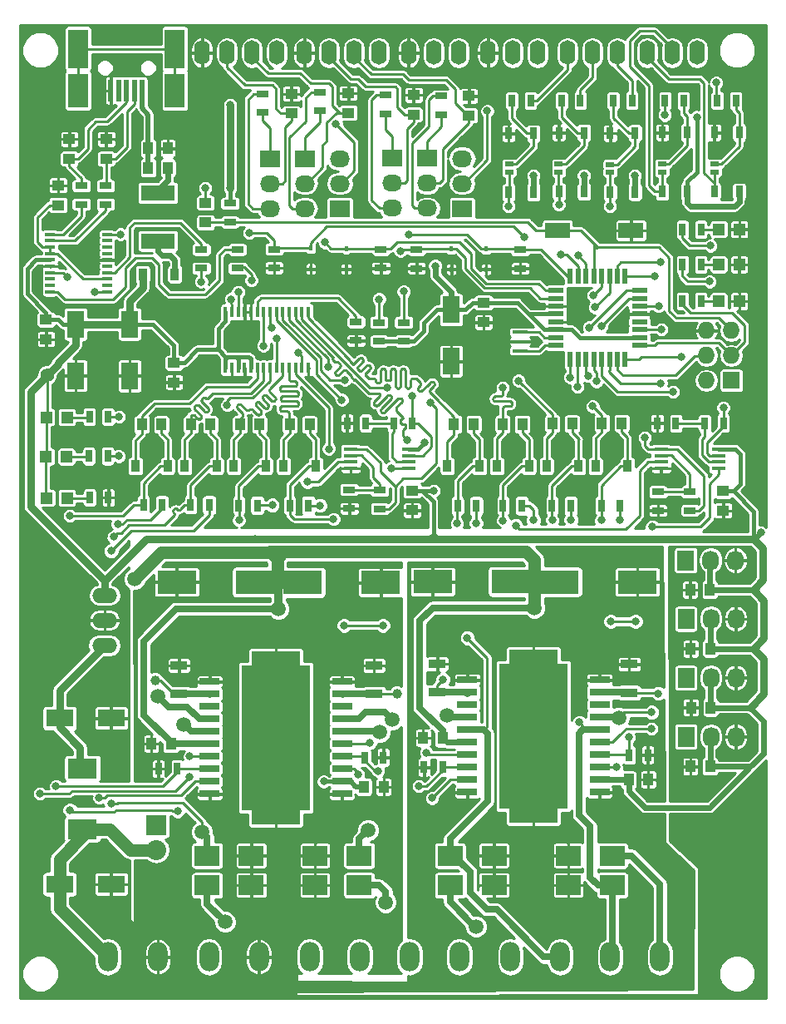
<source format=gtl>
G04 #@! TF.FileFunction,Copper,L1,Top,Signal*
%FSLAX46Y46*%
G04 Gerber Fmt 4.6, Leading zero omitted, Abs format (unit mm)*
G04 Created by KiCad (PCBNEW 4.1.0-alpha+201608101232+7015~46~ubuntu14.04.1-product) date Fri Aug 19 12:29:07 2016*
%MOMM*%
%LPD*%
G01*
G04 APERTURE LIST*
%ADD10C,0.100000*%
%ADD11R,0.500000X2.250000*%
%ADD12R,2.050000X3.500000*%
%ADD13R,2.050000X4.000000*%
%ADD14C,0.800000*%
%ADD15C,0.600000*%
%ADD16R,0.700000X1.300000*%
%ADD17R,1.198880X1.198880*%
%ADD18O,1.600000X2.500000*%
%ADD19R,0.400000X1.100000*%
%ADD20R,1.600000X0.550000*%
%ADD21R,0.550000X1.600000*%
%ADD22R,1.000000X1.250000*%
%ADD23R,3.000000X2.000000*%
%ADD24R,1.250000X1.000000*%
%ADD25R,0.910000X1.220000*%
%ADD26R,2.500000X2.000000*%
%ADD27R,0.450000X0.590000*%
%ADD28R,3.500000X1.600000*%
%ADD29R,1.300000X0.700000*%
%ADD30R,1.700000X0.900000*%
%ADD31R,1.000000X0.400000*%
%ADD32O,2.540000X1.524000*%
%ADD33R,2.750820X1.800860*%
%ADD34R,1.800860X2.750820*%
%ADD35O,2.000000X3.000000*%
%ADD36R,0.800000X1.200000*%
%ADD37R,1.600000X0.300000*%
%ADD38R,2.500000X1.600000*%
%ADD39R,1.450000X0.450000*%
%ADD40R,4.000500X2.400300*%
%ADD41R,2.000000X0.700000*%
%ADD42R,7.000000X14.800000*%
%ADD43R,5.000000X17.700000*%
%ADD44C,1.000000*%
%ADD45R,1.727200X2.032000*%
%ADD46O,1.727200X2.032000*%
%ADD47R,2.032000X1.727200*%
%ADD48O,2.032000X1.727200*%
%ADD49R,1.727200X1.727200*%
%ADD50O,1.727200X1.727200*%
%ADD51R,2.032000X2.032000*%
%ADD52O,2.032000X2.032000*%
%ADD53R,0.900000X0.500000*%
%ADD54C,1.400000*%
%ADD55C,1.500000*%
%ADD56C,0.228600*%
%ADD57C,1.270000*%
%ADD58C,0.406400*%
%ADD59C,0.558800*%
%ADD60C,0.762000*%
%ADD61C,0.254000*%
%ADD62C,0.508000*%
%ADD63C,0.711200*%
%ADD64C,0.838200*%
G04 APERTURE END LIST*
D10*
D11*
X119775000Y-47125000D03*
X120575000Y-47125000D03*
X121375000Y-47125000D03*
X118975000Y-47125000D03*
X118175000Y-47125000D03*
D12*
X124700000Y-47125000D03*
X114850000Y-47125000D03*
D13*
X124700000Y-42875000D03*
X114850000Y-42875000D03*
D14*
X127920000Y-74840000D03*
X142660000Y-97560000D03*
D15*
X148660000Y-99600000D03*
D16*
X176430000Y-64820000D03*
X178330000Y-64820000D03*
D17*
X180130980Y-64830000D03*
X182229020Y-64830000D03*
X180141960Y-61250000D03*
X182240000Y-61250000D03*
X180140980Y-68550000D03*
X182239020Y-68550000D03*
D16*
X176430000Y-61250000D03*
X178330000Y-61250000D03*
X176430000Y-68560000D03*
X178330000Y-68560000D03*
D14*
X182000000Y-79870000D03*
D18*
X177905000Y-43275000D03*
X175365000Y-43275000D03*
X172825000Y-43275000D03*
D14*
X181920000Y-132640000D03*
X176130000Y-132660000D03*
X171590000Y-132660000D03*
X167290000Y-132660000D03*
X165560000Y-132660000D03*
X115880000Y-127910000D03*
X118220000Y-113660000D03*
X126210000Y-119120000D03*
X134880000Y-88000000D03*
X129860000Y-88000000D03*
X124830000Y-88000000D03*
D19*
X129855000Y-75360000D03*
X130505000Y-75360000D03*
X131155000Y-75360000D03*
X131805000Y-75360000D03*
X132455000Y-75360000D03*
X133105000Y-75360000D03*
X133755000Y-75360000D03*
X134405000Y-75360000D03*
X135055000Y-75360000D03*
X135705000Y-75360000D03*
X136355000Y-75360000D03*
X137005000Y-75360000D03*
X137655000Y-75360000D03*
X138305000Y-75360000D03*
X138305000Y-69660000D03*
X137655000Y-69660000D03*
X137005000Y-69660000D03*
X136355000Y-69660000D03*
X135705000Y-69660000D03*
X135055000Y-69660000D03*
X134405000Y-69660000D03*
X133755000Y-69660000D03*
X133105000Y-69660000D03*
X132455000Y-69660000D03*
X131805000Y-69660000D03*
X131155000Y-69660000D03*
X130505000Y-69660000D03*
X129855000Y-69660000D03*
D14*
X166700000Y-87410000D03*
X156630000Y-87410000D03*
X169030000Y-82660000D03*
X164850000Y-121560000D03*
X157620000Y-121530000D03*
X162730000Y-102920000D03*
X159710000Y-102920000D03*
X137010000Y-103010000D03*
X133030000Y-103010000D03*
X122310000Y-82640000D03*
X127330000Y-82640000D03*
X132320000Y-82640000D03*
X137420000Y-82640000D03*
D20*
X163550000Y-67460000D03*
X163550000Y-68260000D03*
X163550000Y-69060000D03*
X163550000Y-69860000D03*
X163550000Y-70660000D03*
X163550000Y-71460000D03*
X163550000Y-72260000D03*
X163550000Y-73060000D03*
D21*
X165000000Y-74510000D03*
X165800000Y-74510000D03*
X166600000Y-74510000D03*
X167400000Y-74510000D03*
X168200000Y-74510000D03*
X169000000Y-74510000D03*
X169800000Y-74510000D03*
X170600000Y-74510000D03*
D20*
X172050000Y-73060000D03*
X172050000Y-72260000D03*
X172050000Y-71460000D03*
X172050000Y-70660000D03*
X172050000Y-69860000D03*
X172050000Y-69060000D03*
X172050000Y-68260000D03*
X172050000Y-67460000D03*
D21*
X170600000Y-66010000D03*
X169800000Y-66010000D03*
X169000000Y-66010000D03*
X168200000Y-66010000D03*
X167400000Y-66010000D03*
X166600000Y-66010000D03*
X165800000Y-66010000D03*
X165000000Y-66010000D03*
D14*
X175890000Y-86830000D03*
X128430000Y-97740000D03*
X167930000Y-99340000D03*
X167930000Y-97800000D03*
X152700000Y-101440000D03*
X161610000Y-64500000D03*
X165580000Y-69800000D03*
X111340000Y-48230000D03*
X117820000Y-69510000D03*
X114790000Y-63620000D03*
X143870000Y-48420000D03*
X157800000Y-49870000D03*
D18*
X169815000Y-43275000D03*
X167275000Y-43275000D03*
X164735000Y-43275000D03*
X161705000Y-43275000D03*
X159165000Y-43275000D03*
X156625000Y-43275000D03*
X153605000Y-43275000D03*
X151065000Y-43275000D03*
X148525000Y-43275000D03*
D14*
X121680000Y-115250000D03*
X172220000Y-59300000D03*
X182610000Y-59720000D03*
X182000000Y-54810000D03*
X181990000Y-46280000D03*
X171570000Y-79240000D03*
X173610000Y-79270000D03*
X169720000Y-119960000D03*
X174040000Y-113210000D03*
X174090000Y-118840000D03*
X135780000Y-90990000D03*
X175580000Y-89860000D03*
X182220000Y-91290000D03*
X149970000Y-128550000D03*
X145840000Y-83650000D03*
X141380000Y-86570000D03*
D22*
X124310000Y-113580000D03*
X122310000Y-113580000D03*
D14*
X151120000Y-135990000D03*
X151120000Y-134270000D03*
X141760000Y-120490000D03*
X129250000Y-122150000D03*
X125000000Y-104040000D03*
X156170000Y-72260000D03*
X155530000Y-75400000D03*
X146250000Y-90970000D03*
X131300000Y-72130000D03*
X154150000Y-82650000D03*
X159050000Y-82660000D03*
X164190000Y-82660000D03*
X126180000Y-70830000D03*
X175610000Y-115940000D03*
X175640000Y-109920000D03*
X175640000Y-103920000D03*
X175640000Y-97950000D03*
X153700000Y-105440000D03*
X154760000Y-97840000D03*
D23*
X115300000Y-122300000D03*
X115300000Y-116100000D03*
D14*
X121725000Y-98900000D03*
X128440000Y-96270000D03*
X141760000Y-96760000D03*
D24*
X156170000Y-68700000D03*
X156170000Y-70700000D03*
X124630000Y-74820000D03*
X124630000Y-76820000D03*
X112825000Y-58775000D03*
X112825000Y-56775000D03*
X111590000Y-70440000D03*
X111590000Y-72440000D03*
X127825000Y-60550000D03*
X127825000Y-58550000D03*
D22*
X123340000Y-81120000D03*
X121340000Y-81120000D03*
X128340000Y-81120000D03*
X126340000Y-81120000D03*
X133340000Y-81120000D03*
X131340000Y-81120000D03*
X138440000Y-81120000D03*
X136440000Y-81120000D03*
X146000000Y-118000000D03*
X144000000Y-118000000D03*
X155160000Y-81080000D03*
X153160000Y-81080000D03*
X160110000Y-81080000D03*
X158110000Y-81080000D03*
X165190000Y-81030000D03*
X163190000Y-81030000D03*
X170230000Y-80980000D03*
X168230000Y-80980000D03*
X172950000Y-117250000D03*
X170950000Y-117250000D03*
X152000000Y-113000000D03*
X150000000Y-113000000D03*
X179230000Y-97930000D03*
X177230000Y-97930000D03*
X179270000Y-103920000D03*
X177270000Y-103920000D03*
X179300000Y-109920000D03*
X177300000Y-109920000D03*
X179250000Y-115920000D03*
X177250000Y-115920000D03*
X122000000Y-53000000D03*
X124000000Y-53000000D03*
D24*
X117710000Y-54060000D03*
X117710000Y-52060000D03*
X113960000Y-54060000D03*
X113960000Y-52060000D03*
X148900000Y-87830000D03*
X148900000Y-89830000D03*
X180590000Y-87880000D03*
X180590000Y-89880000D03*
X154680000Y-49670000D03*
X154680000Y-47670000D03*
X149040000Y-49570000D03*
X149040000Y-47570000D03*
X142390000Y-49380000D03*
X142390000Y-47380000D03*
X136580000Y-49460000D03*
X136580000Y-47460000D03*
D17*
X111581960Y-84400000D03*
X113680000Y-84400000D03*
X111620980Y-80390000D03*
X113719020Y-80390000D03*
D25*
X120705000Y-85335000D03*
X123975000Y-85335000D03*
X125705000Y-85335000D03*
X128975000Y-85335000D03*
X130705000Y-85335000D03*
X133975000Y-85335000D03*
X135805000Y-85335000D03*
X139075000Y-85335000D03*
D26*
X128000000Y-128000000D03*
X132500000Y-128000000D03*
X128000000Y-125000000D03*
X132500000Y-125000000D03*
X143500000Y-128000000D03*
X139000000Y-128000000D03*
X143500000Y-125000000D03*
X139000000Y-125000000D03*
D25*
X152475000Y-85335000D03*
X155745000Y-85335000D03*
X157520000Y-85335000D03*
X160790000Y-85335000D03*
X162570000Y-85335000D03*
X165840000Y-85335000D03*
X167570000Y-85335000D03*
X170840000Y-85335000D03*
D26*
X152750000Y-128000000D03*
X157250000Y-128000000D03*
X152750000Y-125000000D03*
X157250000Y-125000000D03*
X169300000Y-128000000D03*
X164800000Y-128000000D03*
X169300000Y-125000000D03*
X164800000Y-125000000D03*
D25*
X121440000Y-65825000D03*
X124710000Y-65825000D03*
D27*
X156430000Y-63205000D03*
X156430000Y-65315000D03*
X152890000Y-63205000D03*
X152890000Y-65315000D03*
X142160000Y-63185000D03*
X142160000Y-65295000D03*
X138560000Y-63165000D03*
X138560000Y-65275000D03*
D28*
X123000000Y-57561600D03*
X123000000Y-62438400D03*
D22*
X124000000Y-55000000D03*
X122000000Y-55000000D03*
D29*
X130325000Y-58600000D03*
X130325000Y-60500000D03*
X145520000Y-72625000D03*
X145520000Y-70725000D03*
X148020000Y-72625000D03*
X148020000Y-70725000D03*
X143170000Y-70675000D03*
X143170000Y-72575000D03*
X131090000Y-63300000D03*
X131090000Y-65200000D03*
X127415000Y-63300000D03*
X127415000Y-65200000D03*
D16*
X115965000Y-84335000D03*
X117865000Y-84335000D03*
X117905000Y-80335000D03*
X116005000Y-80335000D03*
X124950000Y-116150000D03*
X123050000Y-116150000D03*
X144050000Y-115000000D03*
X145950000Y-115000000D03*
X123410000Y-89310000D03*
X121510000Y-89310000D03*
X128215000Y-89310000D03*
X126315000Y-89310000D03*
X133115000Y-89340000D03*
X131215000Y-89340000D03*
X138315000Y-89340000D03*
X136415000Y-89340000D03*
D30*
X125130000Y-108540000D03*
X125130000Y-105640000D03*
X145000000Y-108550000D03*
X145000000Y-105650000D03*
D16*
X155435000Y-89410000D03*
X153535000Y-89410000D03*
X160055000Y-89380000D03*
X158155000Y-89380000D03*
X165055000Y-89380000D03*
X163155000Y-89380000D03*
X170055000Y-89380000D03*
X168155000Y-89380000D03*
X152000000Y-116000000D03*
X150100000Y-116000000D03*
X171000000Y-114750000D03*
X172900000Y-114750000D03*
D30*
X151450000Y-108380000D03*
X151450000Y-105480000D03*
X171000000Y-108400000D03*
X171000000Y-105500000D03*
D29*
X117650000Y-58700000D03*
X117650000Y-56800000D03*
X115170000Y-58700000D03*
X115170000Y-56800000D03*
X142490000Y-87750000D03*
X142490000Y-89650000D03*
D16*
X144160000Y-80970000D03*
X142260000Y-80970000D03*
D29*
X145590000Y-89690000D03*
X145590000Y-87790000D03*
D16*
X148890000Y-80970000D03*
X146990000Y-80970000D03*
D29*
X151880000Y-49580000D03*
X151880000Y-47680000D03*
X159900000Y-63320000D03*
X159900000Y-65220000D03*
X146160000Y-49480000D03*
X146160000Y-47580000D03*
X149340000Y-63310000D03*
X149340000Y-65210000D03*
X173940000Y-87960000D03*
X173940000Y-89860000D03*
D16*
X175760000Y-80980000D03*
X173860000Y-80980000D03*
D29*
X177210000Y-89860000D03*
X177210000Y-87960000D03*
D16*
X180600000Y-80980000D03*
X178700000Y-80980000D03*
D29*
X139510000Y-49180000D03*
X139510000Y-47280000D03*
X145710000Y-63290000D03*
X145710000Y-65190000D03*
X133650000Y-49350000D03*
X133650000Y-47450000D03*
X134830000Y-63270000D03*
X134830000Y-65170000D03*
D31*
X117800000Y-67600000D03*
X117800000Y-66950000D03*
X117800000Y-66300000D03*
X117800000Y-65650000D03*
X117800000Y-65000000D03*
X117800000Y-64350000D03*
X117800000Y-63700000D03*
X117800000Y-63050000D03*
X117800000Y-62400000D03*
X117800000Y-61750000D03*
X112000000Y-61750000D03*
X112000000Y-62400000D03*
X112000000Y-63050000D03*
X112000000Y-63700000D03*
X112000000Y-64350000D03*
X112000000Y-65000000D03*
X112000000Y-65650000D03*
X112000000Y-66300000D03*
X112000000Y-66950000D03*
X112000000Y-67600000D03*
D32*
X117550000Y-98500000D03*
X117550000Y-101040000D03*
X117550000Y-103580000D03*
D33*
X118223820Y-111000000D03*
X112976180Y-111000000D03*
X118223820Y-127900000D03*
X112976180Y-127900000D03*
D34*
X114610000Y-76143820D03*
X114610000Y-70896180D03*
X120110000Y-76153820D03*
X120110000Y-70906180D03*
X152870000Y-74673820D03*
X152870000Y-69426180D03*
D18*
X145525000Y-43275000D03*
X142985000Y-43275000D03*
X140445000Y-43275000D03*
X137905000Y-43275000D03*
X135125000Y-43275000D03*
X132585000Y-43275000D03*
X130045000Y-43275000D03*
X127505000Y-43275000D03*
D35*
X143550000Y-135300000D03*
X138470000Y-135300000D03*
X148630000Y-135300000D03*
X153710000Y-135300000D03*
X164000000Y-135300000D03*
X158920000Y-135300000D03*
X169080000Y-135300000D03*
X174160000Y-135300000D03*
X122980000Y-135300000D03*
X117900000Y-135300000D03*
X133270000Y-135300000D03*
X128190000Y-135300000D03*
D16*
X159060000Y-48150000D03*
X160960000Y-48150000D03*
X164130000Y-48150000D03*
X166030000Y-48150000D03*
X169390000Y-48160000D03*
X171290000Y-48160000D03*
X181880000Y-48150000D03*
X179980000Y-48150000D03*
X176550000Y-48150000D03*
X174650000Y-48150000D03*
D36*
X176920000Y-51400000D03*
X174380000Y-51400000D03*
X174380000Y-57400000D03*
X176920000Y-57400000D03*
X182210000Y-51400000D03*
X179670000Y-51400000D03*
X179670000Y-57400000D03*
X182210000Y-57400000D03*
X171605000Y-51460000D03*
X169065000Y-51460000D03*
X169065000Y-57460000D03*
X171605000Y-57460000D03*
X166380000Y-51410000D03*
X163840000Y-51410000D03*
X163840000Y-57410000D03*
X166380000Y-57410000D03*
X161250000Y-51481738D03*
X158710000Y-51481738D03*
X158710000Y-57481738D03*
X161250000Y-57481738D03*
D37*
X159880000Y-71710000D03*
X159880000Y-72660000D03*
X159880000Y-73610000D03*
D38*
X171190000Y-61360000D03*
X163690000Y-61360000D03*
D14*
X154760000Y-96570000D03*
D17*
X111630980Y-88580000D03*
X113729020Y-88580000D03*
D16*
X116030000Y-88550000D03*
X117930000Y-88550000D03*
D39*
X142640000Y-83610000D03*
X142640000Y-84260000D03*
X142640000Y-84910000D03*
X142640000Y-85560000D03*
X148540000Y-85560000D03*
X148540000Y-84910000D03*
X148540000Y-84260000D03*
X148540000Y-83610000D03*
X174260000Y-83610000D03*
X174260000Y-84260000D03*
X174260000Y-84910000D03*
X174260000Y-85560000D03*
X180160000Y-85560000D03*
X180160000Y-84910000D03*
X180160000Y-84260000D03*
X180160000Y-83610000D03*
D14*
X161450000Y-72660000D03*
D40*
X132900500Y-97145000D03*
X124899500Y-97145000D03*
X158980500Y-97105000D03*
X150979500Y-97105000D03*
X137709500Y-97190000D03*
X145710500Y-97190000D03*
X163849500Y-97130000D03*
X171850500Y-97130000D03*
D41*
X154500000Y-107110000D03*
X154500000Y-108380000D03*
X154500000Y-109650000D03*
X154500000Y-110920000D03*
X154500000Y-112190000D03*
X154500000Y-113460000D03*
X154500000Y-114730000D03*
X154500000Y-116000000D03*
X154500000Y-117270000D03*
X154500000Y-118540000D03*
X168000000Y-107110000D03*
X168000000Y-108380000D03*
X168000000Y-109650000D03*
X168000000Y-110920000D03*
X168000000Y-112190000D03*
X168000000Y-113460000D03*
X168000000Y-114730000D03*
X168000000Y-116000000D03*
X168000000Y-117270000D03*
X168000000Y-118540000D03*
D42*
X161250000Y-112825000D03*
D43*
X161250000Y-112825000D03*
D44*
X163250000Y-106825000D03*
X163250000Y-108825000D03*
X163250000Y-110825000D03*
X163250000Y-112825000D03*
X163250000Y-114825000D03*
X163250000Y-116825000D03*
X163250000Y-118825000D03*
X159250000Y-106825000D03*
X159250000Y-108825000D03*
X159250000Y-110825000D03*
X159250000Y-112825000D03*
X159250000Y-114825000D03*
X159250000Y-116825000D03*
X159250000Y-118825000D03*
D41*
X128250000Y-107285000D03*
X128250000Y-108555000D03*
X128250000Y-109825000D03*
X128250000Y-111095000D03*
X128250000Y-112365000D03*
X128250000Y-113635000D03*
X128250000Y-114905000D03*
X128250000Y-116175000D03*
X128250000Y-117445000D03*
X128250000Y-118715000D03*
X141750000Y-107285000D03*
X141750000Y-108555000D03*
X141750000Y-109825000D03*
X141750000Y-111095000D03*
X141750000Y-112365000D03*
X141750000Y-113635000D03*
X141750000Y-114905000D03*
X141750000Y-116175000D03*
X141750000Y-117445000D03*
X141750000Y-118715000D03*
D42*
X135000000Y-113000000D03*
D43*
X135000000Y-113000000D03*
D44*
X137000000Y-107000000D03*
X137000000Y-109000000D03*
X137000000Y-111000000D03*
X137000000Y-113000000D03*
X137000000Y-115000000D03*
X137000000Y-117000000D03*
X137000000Y-119000000D03*
X133000000Y-107000000D03*
X133000000Y-109000000D03*
X133000000Y-111000000D03*
X133000000Y-113000000D03*
X133000000Y-115000000D03*
X133000000Y-117000000D03*
X133000000Y-119000000D03*
D45*
X176790000Y-112890000D03*
D46*
X179330000Y-112890000D03*
X181870000Y-112890000D03*
D45*
X176790000Y-106890000D03*
D46*
X179330000Y-106890000D03*
X181870000Y-106890000D03*
D45*
X176790000Y-100890000D03*
D46*
X179330000Y-100890000D03*
X181870000Y-100890000D03*
D45*
X176760000Y-94930000D03*
D46*
X179300000Y-94930000D03*
X181840000Y-94930000D03*
D47*
X141525000Y-59130000D03*
D48*
X141525000Y-56590000D03*
X141525000Y-54050000D03*
D47*
X153980000Y-59115000D03*
D48*
X153980000Y-56575000D03*
X153980000Y-54035000D03*
D47*
X134375000Y-54050000D03*
D48*
X134375000Y-56590000D03*
X134375000Y-59130000D03*
D47*
X137950000Y-54050000D03*
D48*
X137950000Y-56590000D03*
X137950000Y-59130000D03*
D47*
X146830000Y-54020000D03*
D48*
X146830000Y-56560000D03*
X146830000Y-59100000D03*
D47*
X150405000Y-54020000D03*
D48*
X150405000Y-56560000D03*
X150405000Y-59100000D03*
D49*
X181420000Y-76620000D03*
D50*
X178880000Y-76620000D03*
X181420000Y-74080000D03*
X178880000Y-74080000D03*
X181420000Y-71540000D03*
X178880000Y-71540000D03*
D51*
X122800000Y-121860000D03*
D52*
X122800000Y-124400000D03*
D53*
X158770000Y-54610000D03*
X158770000Y-55410000D03*
X163830000Y-54600000D03*
X163830000Y-55400000D03*
X169070000Y-54630000D03*
X169070000Y-55430000D03*
X179700000Y-54600000D03*
X179700000Y-55400000D03*
X174370000Y-54600000D03*
X174370000Y-55400000D03*
D14*
X151237135Y-64961703D03*
X184430000Y-92130000D03*
X130368044Y-48578683D03*
X151077806Y-87839937D03*
X150150000Y-82980000D03*
X132850000Y-92750000D03*
X139880000Y-117440000D03*
X130370000Y-57040000D03*
X161250000Y-55770000D03*
X166390000Y-55770000D03*
X171600000Y-55770000D03*
D54*
X111680000Y-76100000D03*
D14*
X127800000Y-57040000D03*
X116510000Y-67600000D03*
X110980124Y-118691790D03*
X126227116Y-114900000D03*
X114030000Y-90400000D03*
X126200000Y-116950000D03*
X118471821Y-92541821D03*
X117005339Y-119118534D03*
X143388860Y-116730834D03*
X131240000Y-90850000D03*
X144605135Y-113503336D03*
X140880000Y-90730000D03*
D55*
X135288524Y-99882765D03*
X161354537Y-99763054D03*
X120586082Y-96850668D03*
D14*
X150312031Y-114490000D03*
X153450000Y-91190000D03*
X150931810Y-119130000D03*
X158150000Y-90878190D03*
X146310000Y-77370210D03*
X158100000Y-77370210D03*
X163160000Y-90820000D03*
X169710000Y-116000000D03*
X142015778Y-76569169D03*
X159730000Y-76640000D03*
X168160000Y-90860000D03*
X173270000Y-112060000D03*
X141730000Y-78600000D03*
X167290000Y-79250000D03*
D55*
X122960272Y-108755904D03*
D14*
X114026777Y-120364115D03*
X118940000Y-91250000D03*
X124980303Y-120431810D03*
D55*
X129850000Y-131750000D03*
X125633538Y-111619169D03*
X127483867Y-122580000D03*
D14*
X118220000Y-93970000D03*
X118268487Y-119675916D03*
X141970423Y-101568467D03*
D55*
X145602211Y-112438625D03*
D14*
X145920056Y-101563084D03*
D55*
X146200000Y-129730000D03*
D14*
X134630000Y-89320000D03*
D55*
X146864812Y-111148981D03*
D14*
X139499621Y-89339904D03*
D55*
X144388800Y-122400000D03*
X155405131Y-132190000D03*
D14*
X155410000Y-91170000D03*
D55*
X152433777Y-110720332D03*
D14*
X154507679Y-102819719D03*
X161250000Y-90800000D03*
X171644410Y-101146639D03*
X169141833Y-101147329D03*
X165080000Y-90820000D03*
X165950000Y-111430000D03*
D55*
X169952965Y-110931508D03*
D14*
X173303466Y-110400000D03*
X170070000Y-90860000D03*
X148514921Y-61756343D03*
X147700000Y-63440000D03*
X140027409Y-62577234D03*
X132289161Y-61590866D03*
X160330000Y-62070000D03*
X165000000Y-76310000D03*
X156540000Y-49200000D03*
X141133845Y-50500995D03*
X174290000Y-71430000D03*
X174000000Y-69040000D03*
X135067547Y-72353289D03*
X137310000Y-73820000D03*
X140300000Y-75270000D03*
X133749894Y-73090995D03*
X179300000Y-62910000D03*
X176330000Y-74240000D03*
X179210000Y-66560000D03*
X145530000Y-68350000D03*
X130420000Y-68350000D03*
X167520000Y-69180000D03*
X148020000Y-67578664D03*
X131170000Y-67619790D03*
X167351337Y-67978663D03*
X165803337Y-63926663D03*
X132520000Y-66430000D03*
X127410000Y-66570000D03*
X164070000Y-63770000D03*
X113760000Y-66120000D03*
X119000000Y-84340000D03*
X119170000Y-61750000D03*
X119010000Y-80340000D03*
X112598190Y-117929684D03*
X130040000Y-79120000D03*
X145442063Y-116360550D03*
X140397107Y-83583159D03*
X138220000Y-86940000D03*
D44*
X122723145Y-107163964D03*
X147339213Y-108548799D03*
D14*
X146750000Y-85580000D03*
X149581821Y-117929462D03*
X148400000Y-82670000D03*
X170982590Y-112930893D03*
X134540000Y-71250000D03*
X152034094Y-107080000D03*
X159440000Y-91380000D03*
X173969486Y-108477772D03*
X173380000Y-91540000D03*
X150740000Y-78913735D03*
X168195142Y-71105107D03*
X166926059Y-71238041D03*
X148880000Y-78230000D03*
X172610000Y-82450000D03*
X173650000Y-66030000D03*
X174240000Y-64610000D03*
X180600000Y-79400000D03*
X165750000Y-77250000D03*
X158720000Y-58890000D03*
X166829944Y-76159322D03*
X163840000Y-58720000D03*
X167662327Y-76719297D03*
X169060000Y-58880000D03*
X179900000Y-46320000D03*
X175470000Y-77800000D03*
X174649254Y-49611757D03*
X174230000Y-76900000D03*
X177891246Y-49818025D03*
D56*
X174260000Y-85560000D02*
X174260000Y-86340000D01*
X142640000Y-85560000D02*
X142640000Y-86180000D01*
X142640000Y-85560000D02*
X141686400Y-85560000D01*
X142640000Y-85560000D02*
X143760000Y-85560000D01*
X174260000Y-85560000D02*
X173306400Y-85560000D01*
X174260000Y-85560000D02*
X175360000Y-85560000D01*
D57*
X150975782Y-97101282D02*
X150979500Y-97105000D01*
D58*
X132455000Y-75360000D02*
X132455000Y-74415707D01*
X132455000Y-74415707D02*
X132224293Y-74185000D01*
X132224293Y-74185000D02*
X131370000Y-74185000D01*
X128840000Y-73490000D02*
X129160000Y-73490000D01*
X126991400Y-73490000D02*
X128840000Y-73490000D01*
X129160000Y-71311400D02*
X129160000Y-73210000D01*
X129160000Y-73210000D02*
X129160000Y-73490000D01*
X128840000Y-73490000D02*
X128880000Y-73490000D01*
X128880000Y-73490000D02*
X129160000Y-73210000D01*
X129855000Y-74420000D02*
X129855000Y-75360000D01*
X129855000Y-74185000D02*
X129855000Y-74420000D01*
X130060000Y-74185000D02*
X129855000Y-74185000D01*
X130936400Y-74185000D02*
X130060000Y-74185000D01*
X129855000Y-74420000D02*
X129855000Y-74390000D01*
X129855000Y-74390000D02*
X130060000Y-74185000D01*
X131370000Y-74185000D02*
X130936400Y-74185000D01*
X131155000Y-74403600D02*
X131155000Y-74400000D01*
X131155000Y-74400000D02*
X131370000Y-74185000D01*
X129855000Y-69660000D02*
X129855000Y-70616400D01*
X129855000Y-70616400D02*
X129160000Y-71311400D01*
X131155000Y-75360000D02*
X131155000Y-74403600D01*
X131155000Y-74403600D02*
X130936400Y-74185000D01*
X129160000Y-73490000D02*
X129855000Y-74185000D01*
D59*
X152870000Y-69426180D02*
X152870000Y-67620000D01*
X151237135Y-64961703D02*
X151237135Y-65987135D01*
X151237135Y-65987135D02*
X152870000Y-67620000D01*
D60*
X121790000Y-92750000D02*
X131770000Y-92750000D01*
X131770000Y-92750000D02*
X150530000Y-92750000D01*
D61*
X132850000Y-92750000D02*
X131770000Y-92750000D01*
X168000000Y-117270000D02*
X170930000Y-117270000D01*
X170930000Y-117270000D02*
X170950000Y-117250000D01*
D59*
X184430000Y-92130000D02*
X183810000Y-92750000D01*
X183810000Y-92750000D02*
X183680000Y-92750000D01*
X170950000Y-117250000D02*
X168020000Y-117250000D01*
X168020000Y-117250000D02*
X168000000Y-117270000D01*
X170950000Y-118433800D02*
X170950000Y-117250000D01*
D58*
X111590000Y-70440000D02*
X111590000Y-69705659D01*
X111590000Y-69705659D02*
X109650000Y-67765659D01*
X109650000Y-67765659D02*
X109650000Y-65250000D01*
X109650000Y-65250000D02*
X110550000Y-64350000D01*
X110550000Y-64350000D02*
X112000000Y-64350000D01*
D60*
X130370000Y-48580639D02*
X130368044Y-48578683D01*
X130370000Y-57040000D02*
X130370000Y-48580639D01*
X150530000Y-92750000D02*
X151560000Y-92750000D01*
X151560000Y-92750000D02*
X183680000Y-92750000D01*
D58*
X151050000Y-92240000D02*
X151560000Y-92750000D01*
X151050000Y-92230000D02*
X151050000Y-92240000D01*
X151050000Y-88948600D02*
X151050000Y-92230000D01*
X151050000Y-92230000D02*
X150530000Y-92750000D01*
X148900000Y-87830000D02*
X149931400Y-87830000D01*
X149931400Y-87830000D02*
X151050000Y-88948600D01*
X151067869Y-87830000D02*
X151077806Y-87839937D01*
X148900000Y-87830000D02*
X151067869Y-87830000D01*
X148540000Y-83610000D02*
X149520000Y-83610000D01*
X149520000Y-83610000D02*
X150150000Y-82980000D01*
D59*
X170950000Y-118433800D02*
X172594994Y-120078794D01*
X172594994Y-120078794D02*
X179221206Y-120078794D01*
X179221206Y-120078794D02*
X183380000Y-115920000D01*
D58*
X141750000Y-117445000D02*
X139885000Y-117445000D01*
X139885000Y-117445000D02*
X139880000Y-117440000D01*
X150060000Y-71641400D02*
X150060000Y-70770000D01*
X150060000Y-70770000D02*
X151403820Y-69426180D01*
X148020000Y-72625000D02*
X149076400Y-72625000D01*
X149076400Y-72625000D02*
X150060000Y-71641400D01*
X145520000Y-72625000D02*
X148020000Y-72625000D01*
X145470000Y-72575000D02*
X145520000Y-72625000D01*
X152870000Y-69426180D02*
X151403820Y-69426180D01*
X130325000Y-58600000D02*
X130325000Y-57085000D01*
X130325000Y-57085000D02*
X130370000Y-57040000D01*
D60*
X110000000Y-89426000D02*
X110000000Y-77780000D01*
X110000000Y-77780000D02*
X111680000Y-76100000D01*
X117550000Y-96976000D02*
X110000000Y-89426000D01*
D58*
X181621400Y-87891400D02*
X183680000Y-89950000D01*
X183680000Y-89950000D02*
X183680000Y-92750000D01*
X181621400Y-87880000D02*
X181621400Y-87891400D01*
X180160000Y-83610000D02*
X181830000Y-83610000D01*
X181830000Y-83610000D02*
X182360000Y-84140000D01*
X182360000Y-84140000D02*
X182360000Y-87141400D01*
X182360000Y-87141400D02*
X181621400Y-87880000D01*
X181621400Y-87880000D02*
X180590000Y-87880000D01*
D60*
X117550000Y-98500000D02*
X117550000Y-96976000D01*
X117550000Y-96976000D02*
X118496000Y-96030000D01*
X118496000Y-96030000D02*
X118510000Y-96030000D01*
X118510000Y-96030000D02*
X121790000Y-92750000D01*
X183680000Y-92750000D02*
X184630000Y-93700000D01*
X184630000Y-93700000D02*
X184630000Y-96950000D01*
X184630000Y-96950000D02*
X183650000Y-97930000D01*
D59*
X183680000Y-103920000D02*
X183680000Y-103910000D01*
D60*
X183680000Y-103910000D02*
X184720000Y-102870000D01*
X184720000Y-102870000D02*
X184720000Y-99000000D01*
X184720000Y-99000000D02*
X183650000Y-97930000D01*
D59*
X183650000Y-97930000D02*
X179230000Y-97930000D01*
X183310000Y-109920000D02*
X183320000Y-109920000D01*
D60*
X183320000Y-109920000D02*
X184720000Y-108520000D01*
X184720000Y-108520000D02*
X184720000Y-104960000D01*
X184720000Y-104960000D02*
X183680000Y-103920000D01*
D59*
X183680000Y-103920000D02*
X179270000Y-103920000D01*
X179250000Y-115920000D02*
X183380000Y-115920000D01*
X183380000Y-115920000D02*
X184680000Y-114620000D01*
X184680000Y-114620000D02*
X184680000Y-111290000D01*
X184680000Y-111290000D02*
X183310000Y-109920000D01*
X183310000Y-109920000D02*
X179300000Y-109920000D01*
X179230000Y-97930000D02*
X179230000Y-95050000D01*
X179230000Y-95050000D02*
X179160000Y-94980000D01*
X179270000Y-103920000D02*
X179270000Y-100940000D01*
X179270000Y-100940000D02*
X179260000Y-100930000D01*
X179300000Y-109920000D02*
X179300000Y-106970000D01*
X179300000Y-106970000D02*
X179260000Y-106930000D01*
X179250000Y-115920000D02*
X179250000Y-112940000D01*
X179250000Y-112940000D02*
X179260000Y-112930000D01*
D58*
X163550000Y-71460000D02*
X165157404Y-71460000D01*
X165157404Y-71460000D02*
X165957404Y-72260000D01*
X165957404Y-72260000D02*
X172050000Y-72260000D01*
D59*
X161250000Y-57481738D02*
X161250000Y-55770000D01*
X166380000Y-57410000D02*
X166380000Y-55780000D01*
X166380000Y-55780000D02*
X166390000Y-55770000D01*
X171605000Y-57460000D02*
X171605000Y-55775000D01*
X171605000Y-55775000D02*
X171600000Y-55770000D01*
D61*
X111581960Y-84400000D02*
X111581960Y-88530980D01*
X111581960Y-88530980D02*
X111630980Y-88580000D01*
X111620980Y-80390000D02*
X111620980Y-84360980D01*
X111620980Y-84360980D02*
X111581960Y-84400000D01*
X111680000Y-76100000D02*
X111680000Y-80330980D01*
X111680000Y-80330980D02*
X111620980Y-80390000D01*
D60*
X121440000Y-65825000D02*
X121440000Y-67197000D01*
X121440000Y-67197000D02*
X120110000Y-68527000D01*
X120110000Y-68527000D02*
X120110000Y-70906180D01*
D58*
X124630000Y-74820000D02*
X125661400Y-74820000D01*
X125661400Y-74820000D02*
X126991400Y-73490000D01*
X122486180Y-70906180D02*
X124630000Y-73050000D01*
X124630000Y-73050000D02*
X124630000Y-74820000D01*
X120110000Y-70906180D02*
X122486180Y-70906180D01*
X114610000Y-70896180D02*
X113303170Y-70896180D01*
X113303170Y-70896180D02*
X112846990Y-70440000D01*
X112846990Y-70440000D02*
X111590000Y-70440000D01*
D60*
X114610000Y-70896180D02*
X120100000Y-70896180D01*
X120100000Y-70896180D02*
X120110000Y-70906180D01*
X111680000Y-76100000D02*
X112799201Y-74980799D01*
X112799201Y-74980799D02*
X112799201Y-74844389D01*
X112799201Y-74844389D02*
X114610000Y-73033590D01*
X114610000Y-73033590D02*
X114610000Y-70896180D01*
D58*
X160826975Y-69860000D02*
X160769956Y-69860000D01*
X160769956Y-69860000D02*
X159609956Y-68700000D01*
X159609956Y-68700000D02*
X156170000Y-68700000D01*
X160826975Y-69860000D02*
X160826975Y-69943375D01*
X160826975Y-69943375D02*
X161080000Y-70196400D01*
X161080000Y-69860000D02*
X160826975Y-69860000D01*
X161080000Y-70196400D02*
X161080000Y-69860000D01*
X162343600Y-71460000D02*
X161080000Y-70196400D01*
X163550000Y-71460000D02*
X162343600Y-71460000D01*
X155030000Y-68700000D02*
X154303820Y-69426180D01*
X154303820Y-69426180D02*
X152870000Y-69426180D01*
X156170000Y-68700000D02*
X155030000Y-68700000D01*
X163550000Y-69860000D02*
X161080000Y-69860000D01*
D62*
X142595000Y-117445000D02*
X143150000Y-118000000D01*
X143150000Y-118000000D02*
X144000000Y-118000000D01*
X141750000Y-117445000D02*
X142595000Y-117445000D01*
D61*
X112000000Y-63700000D02*
X112754000Y-63700000D01*
X112754000Y-63700000D02*
X115354000Y-66300000D01*
X115354000Y-66300000D02*
X117800000Y-66300000D01*
X112000000Y-63050000D02*
X112000000Y-63700000D01*
X110700000Y-60021000D02*
X110700000Y-62504000D01*
X110700000Y-62504000D02*
X111246000Y-63050000D01*
X111246000Y-63050000D02*
X112000000Y-63050000D01*
X112825000Y-58775000D02*
X111946000Y-58775000D01*
X111946000Y-58775000D02*
X110700000Y-60021000D01*
X174030000Y-63070000D02*
X167780000Y-63070000D01*
X175090000Y-64130000D02*
X174030000Y-63070000D01*
X175797211Y-70267211D02*
X175090000Y-69560000D01*
X180147211Y-70267211D02*
X175797211Y-70267211D01*
X175090000Y-69560000D02*
X175090000Y-64130000D01*
X181420000Y-71540000D02*
X180147211Y-70267211D01*
X167400000Y-63100000D02*
X167400000Y-66010000D01*
X167780000Y-63070000D02*
X167400000Y-62690000D01*
X167400000Y-62690000D02*
X167400000Y-63100000D01*
X167750000Y-63100000D02*
X167780000Y-63070000D01*
X167400000Y-63100000D02*
X167750000Y-63100000D01*
X160680000Y-60500000D02*
X161540000Y-61360000D01*
X161540000Y-61360000D02*
X163690000Y-61360000D01*
X130325000Y-60500000D02*
X160680000Y-60500000D01*
X127825000Y-60550000D02*
X130275000Y-60550000D01*
X130275000Y-60550000D02*
X130325000Y-60500000D01*
X163690000Y-61360000D02*
X166070000Y-61360000D01*
X166070000Y-61360000D02*
X167400000Y-62690000D01*
X127800000Y-57040000D02*
X127800000Y-58525000D01*
X127800000Y-58525000D02*
X127825000Y-58550000D01*
X117800000Y-67600000D02*
X116510000Y-67600000D01*
X119419166Y-90400000D02*
X114030000Y-90400000D01*
X120509166Y-89310000D02*
X119419166Y-90400000D01*
X121510000Y-89310000D02*
X120509166Y-89310000D01*
X113960656Y-118691790D02*
X110980124Y-118691790D01*
X114265551Y-118386895D02*
X113960656Y-118691790D01*
X126200000Y-116950000D02*
X124763105Y-118386895D01*
X124763105Y-118386895D02*
X114265551Y-118386895D01*
X126232116Y-114905000D02*
X126227116Y-114900000D01*
X128250000Y-114905000D02*
X126232116Y-114905000D01*
X123975000Y-85335000D02*
X123266000Y-85335000D01*
X121510000Y-87091000D02*
X121510000Y-89310000D01*
X123266000Y-85335000D02*
X121510000Y-87091000D01*
X123340000Y-81120000D02*
X123340000Y-81999000D01*
X123340000Y-81999000D02*
X123975000Y-82634000D01*
X123975000Y-82634000D02*
X123975000Y-85335000D01*
X121340000Y-81120000D02*
X121340000Y-80264237D01*
X126240000Y-78970000D02*
X127970737Y-77239263D01*
X121340000Y-80264237D02*
X122634237Y-78970000D01*
X122634237Y-78970000D02*
X126240000Y-78970000D01*
X127970737Y-77239263D02*
X132271878Y-77239263D01*
X132271878Y-77239263D02*
X133105000Y-76406141D01*
X133105000Y-76406141D02*
X133105000Y-75360000D01*
X121340000Y-82070000D02*
X120705000Y-82705000D01*
X120705000Y-82705000D02*
X120705000Y-85335000D01*
X121340000Y-81120000D02*
X121340000Y-82070000D01*
X126315000Y-89310000D02*
X125711000Y-89310000D01*
X124583893Y-90437106D02*
X123649810Y-91371190D01*
X124647215Y-90180284D02*
X124659258Y-90233048D01*
X125711000Y-89310000D02*
X125291000Y-89730000D01*
X125291000Y-89730000D02*
X125248686Y-89763743D01*
X125248686Y-89763743D02*
X125199925Y-89787226D01*
X125199925Y-89787226D02*
X125147161Y-89799269D01*
X124649715Y-89696255D02*
X124607401Y-89729999D01*
X124906886Y-89696255D02*
X124858125Y-89672773D01*
X125147161Y-89799269D02*
X125093040Y-89799269D01*
X124805361Y-89660730D02*
X124751240Y-89660730D01*
X125093040Y-89799269D02*
X125040276Y-89787226D01*
X125040276Y-89787226D02*
X124991515Y-89763743D01*
X124532763Y-89838485D02*
X124520720Y-89891249D01*
X124991515Y-89763743D02*
X124906886Y-89696255D01*
X124858125Y-89672773D02*
X124805361Y-89660730D01*
X124607401Y-89729999D02*
X124589989Y-89747410D01*
X124751240Y-89660730D02*
X124698476Y-89672773D01*
X124698476Y-89672773D02*
X124649715Y-89696255D01*
X124589989Y-89747410D02*
X124556245Y-89789724D01*
X124556245Y-90046895D02*
X124623733Y-90131523D01*
X124556245Y-89789724D02*
X124532763Y-89838485D01*
X124520720Y-89891249D02*
X124520720Y-89945370D01*
X124520720Y-89945370D02*
X124532763Y-89998134D01*
X119257900Y-92141822D02*
X118871820Y-92141822D01*
X124623733Y-90388694D02*
X124589989Y-90431008D01*
X124532763Y-89998134D02*
X124556245Y-90046895D01*
X124623733Y-90131523D02*
X124647215Y-90180284D01*
X124659258Y-90233048D02*
X124659258Y-90287169D01*
X124659258Y-90287169D02*
X124647215Y-90339933D01*
X123649810Y-91371190D02*
X120028532Y-91371190D01*
X124647215Y-90339933D02*
X124623733Y-90388694D01*
X124589989Y-90431008D02*
X124583893Y-90437106D01*
X120028532Y-91371190D02*
X119257900Y-92141822D01*
X118871820Y-92141822D02*
X118471821Y-92541821D01*
X117571024Y-119118534D02*
X117005339Y-119118534D01*
X125365616Y-118844106D02*
X117845452Y-118844106D01*
X126764722Y-117445000D02*
X125365616Y-118844106D01*
X128250000Y-117445000D02*
X126764722Y-117445000D01*
X117845452Y-118844106D02*
X117571024Y-119118534D01*
X128975000Y-85335000D02*
X128266000Y-85335000D01*
X128266000Y-85335000D02*
X126315000Y-87286000D01*
X126315000Y-87286000D02*
X126315000Y-89310000D01*
X128980000Y-82639000D02*
X128975000Y-82644000D01*
X128975000Y-82644000D02*
X128975000Y-85335000D01*
X128340000Y-81120000D02*
X128340000Y-81999000D01*
X128340000Y-81999000D02*
X128980000Y-82639000D01*
X126340000Y-81120000D02*
X126340000Y-80190000D01*
X128027641Y-79802314D02*
X128072110Y-79766851D01*
X126692207Y-79406640D02*
X126692208Y-79364588D01*
X126746029Y-79252827D02*
X126839666Y-79159191D01*
X126699210Y-80190000D02*
X126994480Y-80485270D01*
X126746029Y-79518399D02*
X126719810Y-79485523D01*
X126340000Y-80190000D02*
X126384468Y-80154537D01*
X127920944Y-79839649D02*
X127976395Y-79826993D01*
X126548044Y-80117202D02*
X126603496Y-80129858D01*
X126384468Y-80154537D02*
X126435714Y-80129858D01*
X127309222Y-80520733D02*
X127353691Y-80485270D01*
X126435714Y-80129858D02*
X126491166Y-80117202D01*
X127669846Y-78386951D02*
X127711898Y-78386950D01*
X127712899Y-79766851D02*
X127757368Y-79802314D01*
X126491166Y-80117202D02*
X126548044Y-80117202D01*
X126719810Y-79285705D02*
X126746029Y-79252827D01*
X127558085Y-78440772D02*
X127590962Y-78414553D01*
X126603496Y-80129858D02*
X126654741Y-80154537D01*
X127426488Y-80277225D02*
X127413832Y-80221773D01*
X126839666Y-79159191D02*
X126872543Y-79132972D01*
X126654741Y-80154537D02*
X126699210Y-80190000D01*
X126994480Y-80485270D02*
X127038949Y-80520733D01*
X128144907Y-79615684D02*
X128144907Y-79558806D01*
X127072363Y-79132971D02*
X127105240Y-79159190D01*
X127038949Y-80520733D02*
X127090195Y-80545412D01*
X127257976Y-80545412D02*
X127309222Y-80520733D01*
X127410626Y-78688221D02*
X127410627Y-78646169D01*
X126951427Y-79105370D02*
X126993479Y-79105369D01*
X127090195Y-80545412D02*
X127145646Y-80558068D01*
X127145646Y-80558068D02*
X127202524Y-80558068D01*
X127590962Y-78414553D02*
X127628849Y-78396308D01*
X127202524Y-80558068D02*
X127257976Y-80545412D01*
X128132251Y-79671136D02*
X128144907Y-79615684D01*
X127353691Y-80485270D02*
X127389153Y-80440801D01*
X127389153Y-80440801D02*
X127413832Y-80389555D01*
X128132251Y-79503354D02*
X128107572Y-79452109D01*
X127438229Y-78767104D02*
X127419985Y-78729217D01*
X127438229Y-78567286D02*
X127464448Y-78534408D01*
X127413832Y-80389555D02*
X127426488Y-80334103D01*
X127757368Y-79802314D02*
X127808614Y-79826993D01*
X127105240Y-79159190D02*
X127712899Y-79766851D01*
X127426488Y-80334103D02*
X127426488Y-80277225D01*
X126701566Y-79447636D02*
X126692207Y-79406640D01*
X128072110Y-79407640D02*
X127464448Y-78799980D01*
X127413832Y-80221773D02*
X127389153Y-80170528D01*
X127389153Y-80170528D02*
X127353691Y-80126059D01*
X127353691Y-80126059D02*
X126746029Y-79518399D01*
X126719810Y-79485523D02*
X126701566Y-79447636D01*
X126692208Y-79364588D02*
X126701565Y-79323592D01*
X127935419Y-78494594D02*
X127977471Y-78494593D01*
X126701565Y-79323592D02*
X126719810Y-79285705D01*
X127808614Y-79826993D02*
X127864066Y-79839649D01*
X126872543Y-79132972D02*
X126910430Y-79114727D01*
X126910430Y-79114727D02*
X126951427Y-79105370D01*
X126993479Y-79105369D02*
X127034476Y-79114726D01*
X127034476Y-79114726D02*
X127072363Y-79132971D01*
X127864066Y-79839649D02*
X127920944Y-79839649D01*
X127976395Y-79826993D02*
X128027641Y-79802314D01*
X128018467Y-78485236D02*
X128056354Y-78466991D01*
X128072110Y-79766851D02*
X128107572Y-79722382D01*
X128592789Y-77937211D02*
X132459152Y-77937211D01*
X128107572Y-79722382D02*
X128132251Y-79671136D01*
X128144907Y-79558806D02*
X128132251Y-79503354D01*
X128107572Y-79452109D02*
X128072110Y-79407640D01*
X128056354Y-78466991D02*
X128089231Y-78440772D01*
X127464448Y-78799980D02*
X127438229Y-78767104D01*
X127419985Y-78729217D02*
X127410626Y-78688221D01*
X127410627Y-78646169D02*
X127419984Y-78605173D01*
X127419984Y-78605173D02*
X127438229Y-78567286D01*
X127464448Y-78534408D02*
X127558085Y-78440772D01*
X127628849Y-78396308D02*
X127669846Y-78386951D01*
X127711898Y-78386950D02*
X127752895Y-78396307D01*
X127752895Y-78396307D02*
X127790782Y-78414552D01*
X133755000Y-76641363D02*
X133755000Y-75360000D01*
X127790782Y-78414552D02*
X127856536Y-78466990D01*
X127856536Y-78466990D02*
X127894423Y-78485235D01*
X127894423Y-78485235D02*
X127935419Y-78494594D01*
X127977471Y-78494593D02*
X128018467Y-78485236D01*
X128089231Y-78440772D02*
X128592789Y-77937211D01*
X132459152Y-77937211D02*
X133755000Y-76641363D01*
X125700000Y-82639000D02*
X125705000Y-82644000D01*
X125705000Y-82644000D02*
X125705000Y-85335000D01*
X126340000Y-81120000D02*
X126340000Y-81999000D01*
X126340000Y-81999000D02*
X125700000Y-82639000D01*
X143388860Y-116559860D02*
X143388860Y-116730834D01*
X143004000Y-116175000D02*
X143388860Y-116559860D01*
X141750000Y-116175000D02*
X143004000Y-116175000D01*
X131240000Y-90850000D02*
X131240000Y-89365000D01*
X131240000Y-89365000D02*
X131215000Y-89340000D01*
X133975000Y-85335000D02*
X133266000Y-85335000D01*
X133266000Y-85335000D02*
X131215000Y-87386000D01*
X131215000Y-87386000D02*
X131215000Y-89340000D01*
X133340000Y-81120000D02*
X133340000Y-81999000D01*
X133340000Y-81999000D02*
X133975000Y-82634000D01*
X133975000Y-82634000D02*
X133975000Y-85335000D01*
X131340000Y-81120000D02*
X131340000Y-80554066D01*
X131615462Y-80269599D02*
X131640142Y-80218352D01*
X131580000Y-80314066D02*
X131615462Y-80269599D01*
X133701317Y-78192749D02*
X133745785Y-78157286D01*
X131045860Y-79217363D02*
X131070539Y-79166117D01*
X133399699Y-80081066D02*
X133444168Y-80045604D01*
X131340000Y-80554066D02*
X131580000Y-80314066D01*
X131652798Y-80106022D02*
X131640142Y-80050570D01*
X131640142Y-80218352D02*
X131652798Y-80162900D01*
X134966532Y-78515580D02*
X134966532Y-78458702D01*
X132994211Y-78899855D02*
X133038679Y-78864392D01*
X132495149Y-79534163D02*
X132550601Y-79546819D01*
X133516965Y-79894437D02*
X133516965Y-79837559D01*
X132253952Y-79631111D02*
X132298421Y-79595648D01*
X134186629Y-79373853D02*
X134222091Y-79329384D01*
X132646315Y-79606961D02*
X133084958Y-80045604D01*
X132970062Y-79203280D02*
X132945383Y-79152035D01*
X131257169Y-79048851D02*
X131314047Y-79048851D01*
X132382819Y-79546819D02*
X132438271Y-79534163D01*
X131939211Y-79595648D02*
X131983680Y-79631111D01*
X133639832Y-78332599D02*
X133652489Y-78277147D01*
X131652798Y-80162900D02*
X131652798Y-80106022D01*
X133923133Y-79433994D02*
X133978585Y-79446651D01*
X131580000Y-79954856D02*
X131106002Y-79480858D01*
X133712630Y-78181433D02*
X133701317Y-78192749D01*
X133797031Y-78132607D02*
X133852483Y-78119951D01*
X132090377Y-79668446D02*
X132147255Y-79668446D01*
X134966532Y-78458702D02*
X134953876Y-78403250D01*
X131983680Y-79631111D02*
X132034926Y-79655788D01*
X131070539Y-79436389D02*
X131045860Y-79385145D01*
X132932727Y-79096583D02*
X132932727Y-79039705D01*
X133852483Y-78119951D02*
X133909361Y-78119951D01*
X131640142Y-80050570D02*
X131615463Y-79999325D01*
X131615463Y-79999325D02*
X131580000Y-79954856D01*
X131420744Y-79086186D02*
X131465212Y-79121649D01*
X134893735Y-78666747D02*
X134929197Y-78622278D01*
X131106002Y-79480858D02*
X131070539Y-79436389D01*
X131045860Y-79385145D02*
X131033204Y-79329692D01*
X131369499Y-79061507D02*
X131420744Y-79086186D01*
X133479630Y-79730862D02*
X133444168Y-79686393D01*
X131033204Y-79272814D02*
X131045860Y-79217363D01*
X131033204Y-79329692D02*
X131033204Y-79272814D01*
X133504309Y-79782107D02*
X133479630Y-79730862D01*
X133639832Y-78389477D02*
X133639832Y-78332599D01*
X133504309Y-79949889D02*
X133516965Y-79894437D01*
X131070539Y-79166117D02*
X131106002Y-79121648D01*
X132438271Y-79534163D02*
X132495149Y-79534163D01*
X131106002Y-79121648D02*
X131150470Y-79086187D01*
X133293002Y-80118401D02*
X133348454Y-80105745D01*
X131150470Y-79086187D02*
X131201717Y-79061507D01*
X133308952Y-78864392D02*
X133353421Y-78899855D01*
X131314047Y-79048851D02*
X131369499Y-79061507D01*
X131201717Y-79061507D02*
X131257169Y-79048851D01*
X132932727Y-79039705D02*
X132945383Y-78984253D01*
X131465212Y-79121649D02*
X131939211Y-79595648D01*
X134016058Y-78157286D02*
X134060527Y-78192749D01*
X133652489Y-78277147D02*
X133677167Y-78225902D01*
X134384273Y-77789068D02*
X134359595Y-77737823D01*
X133677167Y-78496174D02*
X133652489Y-78444929D01*
X132034926Y-79655788D02*
X132090377Y-79668446D01*
X132147255Y-79668446D02*
X132202708Y-79655788D01*
X133652489Y-78444929D02*
X133639832Y-78389477D01*
X134514488Y-77379578D02*
X135705000Y-76189066D01*
X132202708Y-79655788D02*
X132253952Y-79631111D01*
X132298421Y-79595648D02*
X132287105Y-79606961D01*
X134359595Y-77570041D02*
X134384273Y-77518796D01*
X134953876Y-78571032D02*
X134966532Y-78515580D01*
X132287105Y-79606961D02*
X132331573Y-79571498D01*
X132331573Y-79571498D02*
X132382819Y-79546819D01*
X132550601Y-79546819D02*
X132601846Y-79571498D01*
X133871888Y-79409316D02*
X133923133Y-79433994D01*
X132601846Y-79571498D02*
X132646315Y-79606961D01*
X133084958Y-80045604D02*
X133129427Y-80081066D01*
X133005524Y-79247749D02*
X132970062Y-79203280D01*
X134259426Y-79222686D02*
X134259426Y-79165808D01*
X133129427Y-80081066D02*
X133180672Y-80105745D01*
X133180672Y-80105745D02*
X133236124Y-80118401D01*
X132970062Y-78933008D02*
X133005524Y-78888539D01*
X133089925Y-78839713D02*
X133145377Y-78827057D01*
X134929197Y-78352005D02*
X134893735Y-78307536D01*
X133236124Y-80118401D02*
X133293002Y-80118401D01*
X133348454Y-80105745D02*
X133399699Y-80081066D01*
X133444168Y-80045604D02*
X133479630Y-80001135D01*
X133712630Y-78540643D02*
X133677167Y-78496174D01*
X134222091Y-79329384D02*
X134246770Y-79278138D01*
X134953876Y-78403250D02*
X134929197Y-78352005D01*
X133827419Y-79373853D02*
X133871888Y-79409316D01*
X133479630Y-80001135D02*
X133504309Y-79949889D01*
X133745785Y-78157286D02*
X133797031Y-78132607D01*
X133516965Y-79837559D02*
X133504309Y-79782107D01*
X133444168Y-79686393D02*
X133005524Y-79247749D01*
X132945383Y-79152035D02*
X132932727Y-79096583D01*
X132945383Y-78984253D02*
X132970062Y-78933008D01*
X134035463Y-79446651D02*
X134090915Y-79433994D01*
X133005524Y-78888539D02*
X132994211Y-78899855D01*
X133038679Y-78864392D02*
X133089925Y-78839713D01*
X133145377Y-78827057D02*
X133202255Y-78827057D01*
X134419736Y-77474327D02*
X134408423Y-77485642D01*
X133202255Y-78827057D02*
X133257707Y-78839713D01*
X133257707Y-78839713D02*
X133308952Y-78864392D01*
X133353421Y-78899855D02*
X133827419Y-79373853D01*
X133978585Y-79446651D02*
X134035463Y-79446651D01*
X133964813Y-78132607D02*
X134016058Y-78157286D01*
X134090915Y-79433994D02*
X134142160Y-79409316D01*
X134142160Y-79409316D02*
X134186629Y-79373853D01*
X134246770Y-79278138D02*
X134259426Y-79222686D01*
X134259426Y-79165808D02*
X134246770Y-79110356D01*
X134246770Y-79110356D02*
X134222091Y-79059111D01*
X134222091Y-79059111D02*
X134186629Y-79014642D01*
X134186629Y-79014642D02*
X133712630Y-78540643D01*
X133677167Y-78225902D02*
X133712630Y-78181433D01*
X133909361Y-78119951D02*
X133964813Y-78132607D01*
X134060527Y-78192749D02*
X134534525Y-78666747D01*
X134534525Y-78666747D02*
X134578994Y-78702210D01*
X134578994Y-78702210D02*
X134630239Y-78726888D01*
X134630239Y-78726888D02*
X134685691Y-78739545D01*
X134685691Y-78739545D02*
X134742569Y-78739545D01*
X134346938Y-77625493D02*
X134359595Y-77570041D01*
X134742569Y-78739545D02*
X134798021Y-78726888D01*
X134798021Y-78726888D02*
X134849266Y-78702210D01*
X134346938Y-77682371D02*
X134346938Y-77625493D01*
X134849266Y-78702210D02*
X134893735Y-78666747D01*
X134893735Y-78307536D02*
X134419736Y-77833537D01*
X134929197Y-78622278D02*
X134953876Y-78571032D01*
X134419736Y-77833537D02*
X134384273Y-77789068D01*
X134359595Y-77737823D02*
X134346938Y-77682371D01*
X134384273Y-77518796D02*
X134419736Y-77474327D01*
X134408423Y-77485642D02*
X134514488Y-77379578D01*
X135705000Y-76189066D02*
X135705000Y-75360000D01*
X131340000Y-81120000D02*
X131340000Y-81999000D01*
X131340000Y-81999000D02*
X130705000Y-82634000D01*
X130705000Y-82634000D02*
X130705000Y-85335000D01*
X136870000Y-90730000D02*
X136415000Y-90275000D01*
X136415000Y-90275000D02*
X136415000Y-89340000D01*
X140880000Y-90730000D02*
X136870000Y-90730000D01*
X144473471Y-113635000D02*
X144605135Y-113503336D01*
X141750000Y-113635000D02*
X144473471Y-113635000D01*
X136415000Y-87880000D02*
X136415000Y-88436000D01*
X136415000Y-87286000D02*
X136415000Y-87880000D01*
X136415000Y-87880000D02*
X136415000Y-87904000D01*
X139075000Y-85335000D02*
X138366000Y-85335000D01*
X138366000Y-85335000D02*
X136415000Y-87286000D01*
X136415000Y-88436000D02*
X136415000Y-89340000D01*
X138440000Y-81120000D02*
X138440000Y-81999000D01*
X138440000Y-81999000D02*
X139075000Y-82634000D01*
X139075000Y-82634000D02*
X139075000Y-85335000D01*
X136355000Y-75360000D02*
X136355000Y-76450000D01*
X137178523Y-78202846D02*
X137124837Y-78221631D01*
X137011207Y-76729153D02*
X137059367Y-76759414D01*
X137315948Y-79046520D02*
X137297163Y-79100206D01*
X135483317Y-79696585D02*
X135531477Y-79726846D01*
X135585163Y-77218368D02*
X135531477Y-77237153D01*
X137148632Y-76901479D02*
X137155000Y-76958000D01*
X136355000Y-76450000D02*
X136361369Y-76506520D01*
X137266902Y-78132366D02*
X137226683Y-78172585D01*
X136361369Y-76506520D02*
X136380154Y-76560206D01*
X137124837Y-77726368D02*
X137178523Y-77745153D01*
X136450634Y-76648585D02*
X136498794Y-76678846D01*
X136380154Y-76560206D02*
X136410415Y-76608366D01*
X137226683Y-77775414D02*
X137266902Y-77815633D01*
X137124837Y-78742368D02*
X137178523Y-78761153D01*
X137322316Y-78990000D02*
X137315948Y-79046520D01*
X136957521Y-76710368D02*
X137011207Y-76729153D01*
X136410415Y-76608366D02*
X136450634Y-76648585D01*
X136498794Y-76678846D02*
X136552480Y-76697631D01*
X135483317Y-77267414D02*
X135443098Y-77307633D01*
X135443098Y-79656366D02*
X135483317Y-79696585D01*
X137099586Y-76799633D02*
X137129847Y-76847793D01*
X135483317Y-79299414D02*
X135443098Y-79339633D01*
X135487684Y-78482000D02*
X135494052Y-78538520D01*
X137226683Y-78172585D02*
X137178523Y-78202846D01*
X136552480Y-76697631D02*
X136609000Y-76704000D01*
X135543098Y-78323633D02*
X135512837Y-78371793D01*
X137059367Y-76759414D02*
X137099586Y-76799633D01*
X136609000Y-76704000D02*
X136901000Y-76704000D01*
X137124837Y-79237631D02*
X137068316Y-79244000D01*
X136901000Y-76704000D02*
X136957521Y-76710368D01*
X137129847Y-76847793D02*
X137148632Y-76901479D01*
X136157520Y-79758368D02*
X136211206Y-79777153D01*
X137315948Y-77917479D02*
X137322316Y-77974000D01*
X137155000Y-76958000D02*
X137148632Y-77014520D01*
X135443098Y-79339633D02*
X135412837Y-79387793D01*
X137148632Y-77014520D02*
X137129847Y-77068206D01*
X137129847Y-77068206D02*
X137099586Y-77116366D01*
X135531477Y-77237153D02*
X135483317Y-77267414D01*
X137099586Y-77116366D02*
X137059367Y-77156585D01*
X137059367Y-77156585D02*
X137011207Y-77186846D01*
X137297163Y-77863793D02*
X137315948Y-77917479D01*
X137011207Y-77186846D02*
X136957521Y-77205631D01*
X135531477Y-77694846D02*
X135585163Y-77713631D01*
X136957521Y-77205631D02*
X136901000Y-77212000D01*
X135641684Y-77212000D02*
X135585163Y-77218368D01*
X136901000Y-77212000D02*
X135641684Y-77212000D01*
X135443098Y-77307633D02*
X135412837Y-77355793D01*
X135412837Y-77355793D02*
X135394052Y-77409479D01*
X135443098Y-77624366D02*
X135483317Y-77664585D01*
X135512837Y-78371793D02*
X135494052Y-78425479D01*
X135631477Y-78253153D02*
X135583317Y-78283414D01*
X135394052Y-77409479D02*
X135387684Y-77466000D01*
X137178523Y-77745153D02*
X137226683Y-77775414D01*
X135387684Y-77466000D02*
X135394052Y-77522520D01*
X135394052Y-77522520D02*
X135412837Y-77576206D01*
X135412837Y-77576206D02*
X135443098Y-77624366D01*
X135483317Y-77664585D02*
X135531477Y-77694846D01*
X135585163Y-77713631D02*
X135641684Y-77720000D01*
X135641684Y-77720000D02*
X137068316Y-77720000D01*
X135641684Y-79752000D02*
X136101000Y-79752000D01*
X136211206Y-79777153D02*
X136259366Y-79807414D01*
X137068316Y-77720000D02*
X137124837Y-77726368D01*
X137124837Y-78221631D02*
X137068316Y-78228000D01*
X137266902Y-77815633D02*
X137297163Y-77863793D01*
X135583317Y-78680585D02*
X135631477Y-78710846D01*
X137322316Y-77974000D02*
X137315948Y-78030520D01*
X137068316Y-78228000D02*
X135741684Y-78228000D01*
X137315948Y-78030520D02*
X137297163Y-78084206D01*
X135585163Y-79250368D02*
X135531477Y-79269153D01*
X137297163Y-78084206D02*
X137266902Y-78132366D01*
X135741684Y-78228000D02*
X135685163Y-78234368D01*
X135494052Y-78538520D02*
X135512837Y-78592206D01*
X135494052Y-78425479D02*
X135487684Y-78482000D01*
X135685163Y-78234368D02*
X135631477Y-78253153D01*
X135583317Y-78283414D02*
X135543098Y-78323633D01*
X136355000Y-81035000D02*
X136440000Y-81120000D01*
X135512837Y-78592206D02*
X135543098Y-78640366D01*
X137266902Y-78831633D02*
X137297163Y-78879793D01*
X135543098Y-78640366D02*
X135583317Y-78680585D01*
X135631477Y-78710846D02*
X135685163Y-78729631D01*
X135685163Y-78729631D02*
X135741684Y-78736000D01*
X135741684Y-78736000D02*
X137068316Y-78736000D01*
X137266902Y-79148366D02*
X137226683Y-79188585D01*
X137068316Y-78736000D02*
X137124837Y-78742368D01*
X137178523Y-78761153D02*
X137226683Y-78791414D01*
X136101000Y-79752000D02*
X136157520Y-79758368D01*
X137226683Y-78791414D02*
X137266902Y-78831633D01*
X137297163Y-78879793D02*
X137315948Y-78933479D01*
X137315948Y-78933479D02*
X137322316Y-78990000D01*
X137297163Y-79100206D02*
X137266902Y-79148366D01*
X135387684Y-79498000D02*
X135394052Y-79554520D01*
X137226683Y-79188585D02*
X137178523Y-79218846D01*
X137178523Y-79218846D02*
X137124837Y-79237631D01*
X135531477Y-79726846D02*
X135585163Y-79745631D01*
X137068316Y-79244000D02*
X135641684Y-79244000D01*
X135641684Y-79244000D02*
X135585163Y-79250368D01*
X135531477Y-79269153D02*
X135483317Y-79299414D01*
X135412837Y-79387793D02*
X135394052Y-79441479D01*
X135394052Y-79441479D02*
X135387684Y-79498000D01*
X136259366Y-79807414D02*
X136299585Y-79847633D01*
X135394052Y-79554520D02*
X135412837Y-79608206D01*
X135412837Y-79608206D02*
X135443098Y-79656366D01*
X135585163Y-79745631D02*
X135641684Y-79752000D01*
X136299585Y-79847633D02*
X136329846Y-79895793D01*
X136329846Y-79895793D02*
X136348631Y-79949479D01*
X136348631Y-79949479D02*
X136355000Y-80006000D01*
X136355000Y-80006000D02*
X136355000Y-81035000D01*
X136440000Y-81120000D02*
X136440000Y-81999000D01*
X136440000Y-81999000D02*
X135805000Y-82634000D01*
X135805000Y-82634000D02*
X135805000Y-85335000D01*
D63*
X121549862Y-110694862D02*
X124310000Y-113455000D01*
X121549862Y-103182971D02*
X121549862Y-110694862D01*
X124850068Y-99882765D02*
X121549862Y-103182971D01*
X135288524Y-99882765D02*
X124850068Y-99882765D01*
X124310000Y-113455000D02*
X124310000Y-113580000D01*
X161354537Y-99763054D02*
X150976946Y-99763054D01*
X150976946Y-99763054D02*
X149654656Y-101085344D01*
X149654656Y-101085344D02*
X149654656Y-109935833D01*
X149654656Y-109935833D02*
X152000000Y-112281177D01*
X152000000Y-112281177D02*
X152000000Y-113000000D01*
X126134510Y-113635000D02*
X126079510Y-113580000D01*
X126079510Y-113580000D02*
X124310000Y-113580000D01*
D64*
X135288524Y-99882765D02*
X135288524Y-97293524D01*
D60*
X135288524Y-97293524D02*
X135140000Y-97145000D01*
D57*
X123346949Y-94089801D02*
X120586082Y-96850668D01*
X134411010Y-94089801D02*
X123346949Y-94089801D01*
X134430000Y-94070811D02*
X134411010Y-94089801D01*
X161354537Y-99763054D02*
X161354537Y-97124537D01*
X161354537Y-97124537D02*
X161335000Y-97105000D01*
X161335000Y-97105000D02*
X163824500Y-97105000D01*
X163824500Y-97105000D02*
X163849500Y-97130000D01*
X135790000Y-94070811D02*
X160530811Y-94070811D01*
X161370000Y-94910000D02*
X161370000Y-97070000D01*
X160530811Y-94070811D02*
X161370000Y-94910000D01*
X161370000Y-97070000D02*
X161335000Y-97105000D01*
X161335000Y-97105000D02*
X158980500Y-97105000D01*
X135790000Y-94070811D02*
X134430000Y-94070811D01*
X135140000Y-94720811D02*
X135080000Y-94720811D01*
X135080000Y-94720811D02*
X134430000Y-94070811D01*
X135140000Y-97145000D02*
X137664500Y-97145000D01*
X132900500Y-97145000D02*
X135140000Y-97145000D01*
X135140000Y-97145000D02*
X135140000Y-94720811D01*
X135140000Y-94720811D02*
X135790000Y-94070811D01*
X137664500Y-97145000D02*
X137709500Y-97190000D01*
D63*
X128250000Y-113635000D02*
X126134510Y-113635000D01*
D59*
X154500000Y-113460000D02*
X152460000Y-113460000D01*
X152460000Y-113460000D02*
X152000000Y-113000000D01*
D61*
X154500000Y-114730000D02*
X150552031Y-114730000D01*
X150552031Y-114730000D02*
X150312031Y-114490000D01*
X153450000Y-91190000D02*
X153450000Y-89495000D01*
X153450000Y-89495000D02*
X153535000Y-89410000D01*
X155160000Y-81165000D02*
X155160000Y-81040000D01*
X153535000Y-89410000D02*
X153535000Y-86836000D01*
X153535000Y-86836000D02*
X155036000Y-85335000D01*
X155036000Y-85335000D02*
X155745000Y-85335000D01*
X155160000Y-81165000D02*
X155160000Y-82044000D01*
X155160000Y-82044000D02*
X155745000Y-82629000D01*
X155745000Y-82629000D02*
X155745000Y-85335000D01*
X153160000Y-80286000D02*
X153160000Y-81080000D01*
X143478162Y-74396939D02*
X143522628Y-74361475D01*
X142571185Y-74574977D02*
X142566595Y-74584507D01*
X144628586Y-75266522D02*
X144628586Y-75323400D01*
X149859779Y-77688640D02*
X149904248Y-77653178D01*
X148729021Y-76667993D02*
X148735389Y-76611472D01*
X143266831Y-75341261D02*
X143266831Y-75351840D01*
X149676898Y-76802898D02*
X149712360Y-76847366D01*
X138305000Y-69660000D02*
X138305000Y-70270972D01*
X145672688Y-76685684D02*
X145678260Y-76636232D01*
X146133606Y-75515149D02*
X146163867Y-75563309D01*
X142546461Y-74620891D02*
X142546461Y-74631470D01*
X147061227Y-75444669D02*
X147109387Y-75474930D01*
X148983021Y-76413993D02*
X149287993Y-76413993D01*
X144176334Y-75863026D02*
X144151654Y-75914271D01*
X147109387Y-75474930D02*
X147149606Y-75515149D01*
X143581043Y-75678953D02*
X143590574Y-75683543D01*
X142880518Y-74965527D02*
X142891096Y-74965527D01*
X142566595Y-74534242D02*
X142571185Y-74543772D01*
X143266831Y-75351840D02*
X143269184Y-75362153D01*
X138305000Y-70270972D02*
X142560000Y-74525972D01*
X147569227Y-77383317D02*
X147617387Y-77353056D01*
X143910168Y-74548104D02*
X143910168Y-74604982D01*
X143631308Y-75678953D02*
X143639579Y-75672358D01*
X142548814Y-74641783D02*
X142553404Y-74651313D01*
X150739310Y-76818115D02*
X150783776Y-76782651D01*
X142571185Y-74543772D02*
X142573538Y-74554085D01*
X142553404Y-74651313D02*
X142560000Y-74659584D01*
X145687389Y-75616995D02*
X145706174Y-75563309D01*
X143897512Y-74660434D02*
X143872833Y-74711679D01*
X144292293Y-75055215D02*
X144347745Y-75042559D01*
X142560000Y-74659584D02*
X142852404Y-74951988D01*
X150395318Y-77162107D02*
X150739310Y-76818115D01*
X142553404Y-74601048D02*
X142548814Y-74610578D01*
X142546461Y-74631470D02*
X142548814Y-74641783D01*
X142560000Y-74525972D02*
X142566595Y-74534242D01*
X147856814Y-75444669D02*
X147910500Y-75425884D01*
X145175831Y-76685684D02*
X145192268Y-76732657D01*
X145218745Y-76774795D02*
X145253935Y-76809985D01*
X142573538Y-74554085D02*
X142573538Y-74564664D01*
X144460075Y-75055215D02*
X144511320Y-75079894D01*
X144591250Y-75159823D02*
X144615930Y-75211070D01*
X147348814Y-77383317D02*
X147402500Y-77402102D01*
X143273774Y-75321418D02*
X143269184Y-75330948D01*
X148246174Y-77264677D02*
X148276435Y-77312837D01*
X146694583Y-76532869D02*
X146697021Y-76511232D01*
X144347745Y-75042559D02*
X144404623Y-75042559D01*
X142573538Y-74564664D02*
X142571185Y-74574977D01*
X148125387Y-75474930D02*
X148165606Y-75515149D01*
X142566595Y-74584507D02*
X142553404Y-74601048D01*
X149509575Y-77338436D02*
X149484896Y-77389682D01*
X145935021Y-75419515D02*
X145991541Y-75425884D01*
X142548814Y-74610578D02*
X142546461Y-74620891D01*
X143792902Y-74361476D02*
X143837370Y-74396937D01*
X145392499Y-76858471D02*
X145456021Y-76858471D01*
X142852404Y-74951988D02*
X142860674Y-74958583D01*
X148316654Y-77353056D02*
X148364814Y-77383317D01*
X150681729Y-77729359D02*
X150694385Y-77784811D01*
X143837370Y-74396937D02*
X143872832Y-74441405D01*
X142860674Y-74958583D02*
X142870205Y-74963173D01*
X149737039Y-76898612D02*
X149749695Y-76954064D01*
X143280369Y-75313148D02*
X143273774Y-75321418D01*
X148703867Y-77264677D02*
X148722652Y-77210991D01*
X147205021Y-77154471D02*
X147211389Y-77210991D01*
X142910939Y-74958583D02*
X142919210Y-74951988D01*
X143686205Y-74324141D02*
X143741657Y-74336797D01*
X144151655Y-76082053D02*
X144176333Y-76133298D01*
X148364814Y-77383317D02*
X148418500Y-77402102D01*
X148531541Y-77402102D02*
X148585227Y-77383317D01*
X145678260Y-76636232D02*
X145678260Y-76413993D01*
X148077227Y-75444669D02*
X148125387Y-75474930D01*
X142870205Y-74963173D02*
X142880518Y-74965527D01*
X143572773Y-75672358D02*
X143581043Y-75678953D01*
X145629774Y-76774795D02*
X145656251Y-76732657D01*
X142891096Y-74965527D02*
X142901409Y-74963173D01*
X143273774Y-75371683D02*
X143280369Y-75379954D01*
X145678260Y-76413993D02*
X145681021Y-76413993D01*
X142919210Y-74951988D02*
X142952613Y-74918584D01*
X142901409Y-74963173D02*
X142910939Y-74958583D01*
X147719389Y-75616995D02*
X147738174Y-75563309D01*
X142954564Y-74920536D02*
X143478162Y-74396939D01*
X142952613Y-74918584D02*
X142954564Y-74920536D01*
X146951021Y-75419515D02*
X147007541Y-75425884D01*
X146182652Y-75616995D02*
X146189021Y-75673515D01*
X143600887Y-75685897D02*
X143611465Y-75685897D01*
X149712360Y-77117639D02*
X149676898Y-77162108D01*
X144211796Y-76177767D02*
X144448021Y-76413993D01*
X143573875Y-74336797D02*
X143629327Y-74324141D01*
X148722652Y-77210991D02*
X148729021Y-77154471D01*
X146210235Y-76571859D02*
X146225632Y-76587256D01*
X144241046Y-75079893D02*
X144292293Y-75055215D01*
X143522628Y-74361475D02*
X143573875Y-74336797D01*
X143629327Y-74324141D02*
X143686205Y-74324141D01*
X143741657Y-74336797D02*
X143792902Y-74361476D01*
X143872832Y-74441405D02*
X143897512Y-74492652D01*
X145121774Y-76497668D02*
X145148251Y-76539806D01*
X145253935Y-76809985D02*
X145296073Y-76836462D01*
X143897512Y-74492652D02*
X143910168Y-74548104D01*
X143910168Y-74604982D02*
X143897512Y-74660434D01*
X148221021Y-77154471D02*
X148227389Y-77210991D01*
X143872833Y-74711679D02*
X143837370Y-74756147D01*
X144615930Y-75211070D02*
X144628586Y-75266522D01*
X149808534Y-77713319D02*
X149859779Y-77688640D01*
X143837370Y-74756147D02*
X143280369Y-75313148D01*
X151098518Y-77177323D02*
X150754527Y-77521315D01*
X143269184Y-75330948D02*
X143266831Y-75341261D01*
X143590574Y-75683543D02*
X143600887Y-75685897D01*
X145776654Y-75474930D02*
X145824814Y-75444669D01*
X143269184Y-75362153D02*
X143273774Y-75371683D01*
X143621778Y-75683543D02*
X143631308Y-75678953D01*
X143280369Y-75379954D02*
X143572773Y-75672358D01*
X151158660Y-77081610D02*
X151133981Y-77132855D01*
X146264622Y-76606033D02*
X146286260Y-76608471D01*
X150694384Y-77617029D02*
X150681728Y-77672481D01*
X143611465Y-75685897D02*
X143621778Y-75683543D01*
X143639579Y-75672358D02*
X143672982Y-75638954D01*
X143672982Y-75638954D02*
X144196580Y-75115357D01*
X145192268Y-76732657D02*
X145218745Y-76774795D01*
X144196580Y-75115357D02*
X144241046Y-75079893D01*
X146244069Y-76598841D02*
X146264622Y-76606033D01*
X146225632Y-76587256D02*
X146244069Y-76598841D01*
X144404623Y-75042559D02*
X144460075Y-75055215D01*
X144511320Y-75079894D02*
X144555788Y-75115355D01*
X146697021Y-75673515D02*
X146703389Y-75616995D01*
X146198650Y-76553422D02*
X146210235Y-76571859D01*
X144555788Y-75115355D02*
X144591250Y-75159823D01*
X144628586Y-75323400D02*
X144615930Y-75378852D01*
X144615930Y-75378852D02*
X144591251Y-75430097D01*
X149589506Y-77688640D02*
X149640752Y-77713319D01*
X147515541Y-77402102D02*
X147569227Y-77383317D01*
X144591251Y-75430097D02*
X144555788Y-75474565D01*
X144555788Y-75474565D02*
X144211797Y-75818557D01*
X147149606Y-75515149D02*
X147179867Y-75563309D01*
X144997473Y-76419564D02*
X145044446Y-76436001D01*
X144211797Y-75818557D02*
X144176334Y-75863026D01*
X145086584Y-76462478D02*
X145121774Y-76497668D01*
X151054050Y-76782652D02*
X151098518Y-76818113D01*
X147657606Y-77312837D02*
X147687867Y-77264677D01*
X144151654Y-75914271D02*
X144138998Y-75969723D01*
X145878500Y-75425884D02*
X145935021Y-75419515D01*
X144138998Y-75969723D02*
X144138999Y-76026601D01*
X147910500Y-75425884D02*
X147967021Y-75419515D01*
X144138999Y-76026601D02*
X144151655Y-76082053D01*
X144176333Y-76133298D02*
X144211796Y-76177767D01*
X144448021Y-76413993D02*
X144948021Y-76413993D01*
X149749695Y-76954064D02*
X149749695Y-77010942D01*
X144948021Y-76413993D02*
X144997473Y-76419564D01*
X145044446Y-76436001D02*
X145086584Y-76462478D01*
X145148251Y-76539806D02*
X145164688Y-76586779D01*
X145164688Y-76586779D02*
X145175831Y-76685684D01*
X145296073Y-76836462D02*
X145343046Y-76852899D01*
X145343046Y-76852899D02*
X145392499Y-76858471D01*
X145456021Y-76858471D02*
X145505473Y-76852899D01*
X150719064Y-77565784D02*
X150694384Y-77617029D01*
X149472240Y-77445134D02*
X149472240Y-77502011D01*
X145706174Y-75563309D02*
X145736435Y-75515149D01*
X145505473Y-76852899D02*
X145552446Y-76836462D01*
X149545038Y-77293967D02*
X149509575Y-77338436D01*
X146599782Y-76608471D02*
X146621419Y-76606033D01*
X145552446Y-76836462D02*
X145594584Y-76809985D01*
X145594584Y-76809985D02*
X145629774Y-76774795D01*
X145656251Y-76732657D02*
X145672688Y-76685684D01*
X147459021Y-77408471D02*
X147515541Y-77402102D01*
X145681021Y-76413993D02*
X145681021Y-75673515D01*
X149904248Y-77653178D02*
X150395318Y-77162107D01*
X145681021Y-75673515D02*
X145687389Y-75616995D01*
X148754174Y-76557786D02*
X148784435Y-76509626D01*
X152475000Y-82865000D02*
X152475000Y-85335000D01*
X145736435Y-75515149D02*
X145776654Y-75474930D01*
X145824814Y-75444669D02*
X145878500Y-75425884D01*
X146703389Y-75616995D02*
X146722174Y-75563309D01*
X145991541Y-75425884D02*
X146045227Y-75444669D01*
X147808654Y-75474930D02*
X147856814Y-75444669D01*
X146045227Y-75444669D02*
X146093387Y-75474930D01*
X146093387Y-75474930D02*
X146133606Y-75515149D01*
X146163867Y-75563309D02*
X146182652Y-75616995D01*
X146189021Y-75673515D02*
X146189021Y-76511232D01*
X146189021Y-76511232D02*
X146191458Y-76532869D01*
X146191458Y-76532869D02*
X146198650Y-76553422D01*
X146286260Y-76608471D02*
X146599782Y-76608471D01*
X148276435Y-77312837D02*
X148316654Y-77353056D01*
X146621419Y-76606033D02*
X146641972Y-76598841D01*
X146840814Y-75444669D02*
X146894500Y-75425884D01*
X146641972Y-76598841D02*
X146660409Y-76587256D01*
X146660409Y-76587256D02*
X146675806Y-76571859D01*
X146675806Y-76571859D02*
X146687391Y-76553422D01*
X148221021Y-75673515D02*
X148221021Y-77154471D01*
X146687391Y-76553422D02*
X146694583Y-76532869D01*
X146697021Y-76511232D02*
X146697021Y-75673515D01*
X149753082Y-77725975D02*
X149808534Y-77713319D01*
X146722174Y-75563309D02*
X146752435Y-75515149D01*
X146752435Y-75515149D02*
X146792654Y-75474930D01*
X147967021Y-75419515D02*
X148023541Y-75425884D01*
X146792654Y-75474930D02*
X146840814Y-75444669D01*
X146894500Y-75425884D02*
X146951021Y-75419515D01*
X151364765Y-78490765D02*
X153160000Y-80286000D01*
X150681728Y-77672481D02*
X150681729Y-77729359D01*
X147007541Y-75425884D02*
X147061227Y-75444669D01*
X147179867Y-75563309D02*
X147198652Y-75616995D01*
X147198652Y-75616995D02*
X147205021Y-75673515D01*
X147205021Y-75673515D02*
X147205021Y-77154471D01*
X149484896Y-77389682D02*
X149472240Y-77445134D01*
X147211389Y-77210991D02*
X147230174Y-77264677D01*
X147230174Y-77264677D02*
X147260435Y-77312837D01*
X151133980Y-76862581D02*
X151158660Y-76913828D01*
X147260435Y-77312837D02*
X147300654Y-77353056D01*
X147300654Y-77353056D02*
X147348814Y-77383317D01*
X147402500Y-77402102D02*
X147459021Y-77408471D01*
X147617387Y-77353056D02*
X147657606Y-77312837D01*
X150719063Y-77836056D02*
X150754526Y-77880525D01*
X148214652Y-75616995D02*
X148221021Y-75673515D01*
X147687867Y-77264677D02*
X147706652Y-77210991D01*
X147706652Y-77210991D02*
X147713021Y-77154471D01*
X147713021Y-77154471D02*
X147713021Y-75673515D01*
X147713021Y-75673515D02*
X147719389Y-75616995D01*
X148585227Y-77383317D02*
X148633387Y-77353056D01*
X147738174Y-75563309D02*
X147768435Y-75515149D01*
X148926500Y-76420361D02*
X148983021Y-76413993D01*
X147768435Y-75515149D02*
X147808654Y-75474930D01*
X148023541Y-75425884D02*
X148077227Y-75444669D01*
X148165606Y-75515149D02*
X148195867Y-75563309D01*
X148195867Y-75563309D02*
X148214652Y-75616995D01*
X148227389Y-77210991D02*
X148246174Y-77264677D01*
X148418500Y-77402102D02*
X148475021Y-77408471D01*
X148475021Y-77408471D02*
X148531541Y-77402102D01*
X148633387Y-77353056D02*
X148673606Y-77312837D01*
X148673606Y-77312837D02*
X148703867Y-77264677D01*
X150947353Y-76745317D02*
X151002805Y-76757973D01*
X148784435Y-76509626D02*
X148824654Y-76469407D01*
X148729021Y-77154471D02*
X148729021Y-76667993D01*
X148735389Y-76611472D02*
X148754174Y-76557786D01*
X148824654Y-76469407D02*
X148872814Y-76439146D01*
X148872814Y-76439146D02*
X148926500Y-76420361D01*
X149287993Y-76413993D02*
X149676898Y-76802898D01*
X149484896Y-77557463D02*
X149509575Y-77608709D01*
X150890475Y-76745317D02*
X150947353Y-76745317D01*
X149712360Y-76847366D02*
X149737039Y-76898612D01*
X149749695Y-77010942D02*
X149737039Y-77066394D01*
X149737039Y-77066394D02*
X149712360Y-77117639D01*
X149676898Y-77162108D02*
X149545038Y-77293967D01*
X149472240Y-77502011D02*
X149484896Y-77557463D01*
X150783776Y-76782651D02*
X150835023Y-76757973D01*
X149509575Y-77608709D02*
X149545038Y-77653178D01*
X149545038Y-77653178D02*
X149589506Y-77688640D01*
X149640752Y-77713319D02*
X149696204Y-77725975D01*
X149696204Y-77725975D02*
X149753082Y-77725975D01*
X150835023Y-76757973D02*
X150890475Y-76745317D01*
X151002805Y-76757973D02*
X151054050Y-76782652D01*
X151098518Y-76818113D02*
X151133980Y-76862581D01*
X151158660Y-76913828D02*
X151171316Y-76969280D01*
X151171316Y-76969280D02*
X151171316Y-77026158D01*
X151171316Y-77026158D02*
X151158660Y-77081610D01*
X151133981Y-77132855D02*
X151098518Y-77177323D01*
X150754527Y-77521315D02*
X150719064Y-77565784D01*
X150694385Y-77784811D02*
X150719063Y-77836056D01*
X150754526Y-77880525D02*
X151364765Y-78490765D01*
X153160000Y-80286000D02*
X153160000Y-82180000D01*
X153160000Y-82180000D02*
X152475000Y-82865000D01*
X154500000Y-117270000D02*
X152791810Y-117270000D01*
X152791810Y-117270000D02*
X150931810Y-119130000D01*
X158155000Y-90873190D02*
X158150000Y-90878190D01*
X158155000Y-89380000D02*
X158155000Y-90873190D01*
X158155000Y-89380000D02*
X158155000Y-87261000D01*
X158155000Y-87261000D02*
X160081000Y-85335000D01*
X160081000Y-85335000D02*
X160790000Y-85335000D01*
X160790000Y-82639000D02*
X160790000Y-85335000D01*
X160110000Y-81080000D02*
X160110000Y-81959000D01*
X160110000Y-81959000D02*
X160790000Y-82639000D01*
X157856000Y-78224000D02*
X157382887Y-78224000D01*
X158893634Y-78738368D02*
X158947320Y-78757153D01*
X158100000Y-77370210D02*
X158110000Y-77380210D01*
X157272680Y-78249153D02*
X157224520Y-78279414D01*
X159091113Y-78986000D02*
X159084745Y-79042520D01*
X157382887Y-78732000D02*
X158837113Y-78732000D01*
X158110000Y-77380210D02*
X158110000Y-77970000D01*
X157154040Y-78367793D02*
X157135255Y-78421479D01*
X159084745Y-78929479D02*
X159091113Y-78986000D01*
X158135154Y-79383793D02*
X158116369Y-79437479D01*
X158110000Y-77970000D02*
X158103631Y-78026520D01*
X157912520Y-78217631D02*
X157856000Y-78224000D01*
X157326366Y-78230368D02*
X157272680Y-78249153D01*
X158893634Y-79233631D02*
X158837113Y-79240000D01*
X158165415Y-79335633D02*
X158135154Y-79383793D01*
X158103631Y-78026520D02*
X158084846Y-78080206D01*
X157135255Y-78534520D02*
X157154040Y-78588206D01*
X157184301Y-78319633D02*
X157154040Y-78367793D01*
X159084745Y-79042520D02*
X159065960Y-79096206D01*
X157224520Y-78676585D02*
X157272680Y-78706846D01*
X158084846Y-78080206D02*
X158054585Y-78128366D01*
X158054585Y-78128366D02*
X158014366Y-78168585D01*
X158014366Y-78168585D02*
X157966206Y-78198846D01*
X157966206Y-78198846D02*
X157912520Y-78217631D01*
X157154040Y-78588206D02*
X157184301Y-78636366D01*
X158837113Y-78732000D02*
X158893634Y-78738368D01*
X157184301Y-78636366D02*
X157224520Y-78676585D01*
X157382887Y-78224000D02*
X157326366Y-78230368D01*
X157224520Y-78279414D02*
X157184301Y-78319633D01*
X157135255Y-78421479D02*
X157128887Y-78478000D01*
X159035699Y-79144366D02*
X158995480Y-79184585D01*
X157128887Y-78478000D02*
X157135255Y-78534520D01*
X157272680Y-78706846D02*
X157326366Y-78725631D01*
X158205634Y-79295414D02*
X158165415Y-79335633D01*
X158995480Y-78787414D02*
X159035699Y-78827633D01*
X157326366Y-78725631D02*
X157382887Y-78732000D01*
X158307480Y-79246368D02*
X158253794Y-79265153D01*
X158947320Y-78757153D02*
X158995480Y-78787414D01*
X159035699Y-78827633D02*
X159065960Y-78875793D01*
X159065960Y-78875793D02*
X159084745Y-78929479D01*
X159065960Y-79096206D02*
X159035699Y-79144366D01*
X158995480Y-79184585D02*
X158947320Y-79214846D01*
X158947320Y-79214846D02*
X158893634Y-79233631D01*
X158837113Y-79240000D02*
X158364000Y-79240000D01*
X158364000Y-79240000D02*
X158307480Y-79246368D01*
X158253794Y-79265153D02*
X158205634Y-79295414D01*
X158116369Y-79437479D02*
X158110000Y-79494000D01*
X158110000Y-79494000D02*
X158110000Y-79780401D01*
X158110000Y-79780401D02*
X158110000Y-81080000D01*
X144583202Y-77370210D02*
X146310000Y-77370210D01*
X137655000Y-69660000D02*
X137655000Y-70442008D01*
X137655000Y-70442008D02*
X144583202Y-77370210D01*
X157520000Y-85335000D02*
X157520000Y-82549000D01*
X157520000Y-82549000D02*
X158110000Y-81959000D01*
X158110000Y-81959000D02*
X158110000Y-81080000D01*
X163155000Y-89380000D02*
X163155000Y-90815000D01*
X163155000Y-90815000D02*
X163160000Y-90820000D01*
X168000000Y-116000000D02*
X169710000Y-116000000D01*
X163155000Y-89380000D02*
X163155000Y-87311000D01*
X163155000Y-87311000D02*
X165131000Y-85335000D01*
X165131000Y-85335000D02*
X165840000Y-85335000D01*
X165880000Y-82599000D02*
X165840000Y-82639000D01*
X165840000Y-82639000D02*
X165840000Y-85335000D01*
X165190000Y-81030000D02*
X165190000Y-81909000D01*
X165190000Y-81909000D02*
X165880000Y-82599000D01*
X140518469Y-76569169D02*
X142015778Y-76569169D01*
X139569798Y-74352505D02*
X139569798Y-75620498D01*
X139569798Y-75620498D02*
X140518469Y-76569169D01*
X135705000Y-70487707D02*
X139569798Y-74352505D01*
X135705000Y-69660000D02*
X135705000Y-70487707D01*
X163190000Y-81030000D02*
X163190000Y-80100000D01*
X163190000Y-80100000D02*
X159730000Y-76640000D01*
X163190000Y-81030000D02*
X163190000Y-81909000D01*
X163190000Y-81909000D02*
X162570000Y-82529000D01*
X162570000Y-82529000D02*
X162570000Y-85335000D01*
X170070000Y-112700000D02*
X170080000Y-112700000D01*
X170720000Y-112060000D02*
X173270000Y-112060000D01*
X169310000Y-113460000D02*
X170070000Y-112700000D01*
X170080000Y-112700000D02*
X170720000Y-112060000D01*
X168000000Y-113460000D02*
X169310000Y-113460000D01*
X168160000Y-90860000D02*
X168160000Y-89385000D01*
X168160000Y-89385000D02*
X168155000Y-89380000D01*
X168155000Y-89380000D02*
X168155000Y-87311000D01*
X168155000Y-87311000D02*
X170131000Y-85335000D01*
X170131000Y-85335000D02*
X170840000Y-85335000D01*
X170230000Y-80980000D02*
X170230000Y-81859000D01*
X170230000Y-81859000D02*
X170840000Y-82469000D01*
X170840000Y-82469000D02*
X170840000Y-85335000D01*
X139112587Y-74541887D02*
X135055000Y-70484300D01*
X139112587Y-75982587D02*
X139112587Y-74541887D01*
X141730000Y-78600000D02*
X139112587Y-75982587D01*
X135055000Y-70484300D02*
X135055000Y-69660000D01*
X168230000Y-80980000D02*
X168230000Y-80190000D01*
X168230000Y-80190000D02*
X167290000Y-79250000D01*
X168230000Y-80980000D02*
X168230000Y-81859000D01*
X168230000Y-81859000D02*
X167570000Y-82519000D01*
X167570000Y-82519000D02*
X167570000Y-85335000D01*
D62*
X122000000Y-53000000D02*
X122000000Y-55000000D01*
X121375000Y-48925000D02*
X122000000Y-49550000D01*
X122000000Y-49550000D02*
X122000000Y-53000000D01*
X121375000Y-47125000D02*
X121375000Y-48925000D01*
D61*
X117710000Y-54060000D02*
X117710000Y-56740000D01*
X117710000Y-56740000D02*
X117650000Y-56800000D01*
X119820000Y-52910000D02*
X118670000Y-54060000D01*
X118670000Y-54060000D02*
X117710000Y-54060000D01*
X119820000Y-49259000D02*
X119820000Y-52910000D01*
X120575000Y-47125000D02*
X120575000Y-48504000D01*
X120575000Y-48504000D02*
X119820000Y-49259000D01*
X119775000Y-47125000D02*
X119775000Y-48294362D01*
X119775000Y-48294362D02*
X117815036Y-50254326D01*
X117815036Y-50254326D02*
X116655674Y-50254326D01*
X116655674Y-50254326D02*
X115840000Y-51070000D01*
X115840000Y-51070000D02*
X115840000Y-53059000D01*
X115840000Y-53059000D02*
X114839000Y-54060000D01*
X114839000Y-54060000D02*
X113960000Y-54060000D01*
X113960000Y-54060000D02*
X113960000Y-54814000D01*
X115170000Y-56024000D02*
X115170000Y-56800000D01*
X113960000Y-54814000D02*
X115170000Y-56024000D01*
D60*
X112976180Y-111000000D02*
X112976180Y-108153820D01*
X112976180Y-108153820D02*
X117550000Y-103580000D01*
X115050000Y-114000000D02*
X115050000Y-115850000D01*
X115050000Y-115850000D02*
X115300000Y-116100000D01*
X112976180Y-111926180D02*
X115050000Y-114000000D01*
X112976180Y-111000000D02*
X112976180Y-111926180D01*
D61*
X152350000Y-46020000D02*
X153280000Y-46950000D01*
X147990000Y-45480000D02*
X148530000Y-46020000D01*
X148530000Y-46020000D02*
X152350000Y-46020000D01*
X144708294Y-45448294D02*
X147990000Y-45448294D01*
X147990000Y-45448294D02*
X147990000Y-45480000D01*
X142985000Y-43275000D02*
X142985000Y-43725000D01*
X142985000Y-43725000D02*
X144708294Y-45448294D01*
X153280000Y-46950000D02*
X153280000Y-48395000D01*
X153280000Y-48395000D02*
X154555000Y-49670000D01*
X154555000Y-49670000D02*
X154680000Y-49670000D01*
X154680000Y-49670000D02*
X154680000Y-50424000D01*
X154680000Y-50424000D02*
X153554000Y-51550000D01*
X153554000Y-51550000D02*
X153554000Y-51556000D01*
X153554000Y-51556000D02*
X152020000Y-53090000D01*
X152020000Y-53090000D02*
X152020000Y-56215000D01*
X152020000Y-56215000D02*
X151675000Y-56560000D01*
X151675000Y-56560000D02*
X150405000Y-56560000D01*
X140445000Y-43275000D02*
X140445000Y-43725000D01*
X140445000Y-43725000D02*
X142662833Y-45942833D01*
X142662833Y-45942833D02*
X143367613Y-45942833D01*
X143367613Y-45942833D02*
X144154780Y-46730000D01*
X144154780Y-46730000D02*
X147170000Y-46730000D01*
X147170000Y-46730000D02*
X147379610Y-46939610D01*
X147379610Y-46939610D02*
X147379610Y-48840084D01*
X147379610Y-48840084D02*
X148109526Y-49570000D01*
X148109526Y-49570000D02*
X149040000Y-49570000D01*
X149040000Y-49570000D02*
X149040000Y-50324000D01*
X149040000Y-50324000D02*
X148370000Y-50994000D01*
X148370000Y-50994000D02*
X148370000Y-56290000D01*
X148370000Y-56290000D02*
X148100000Y-56560000D01*
X148100000Y-56560000D02*
X146830000Y-56560000D01*
X141511000Y-49380000D02*
X141205846Y-49380000D01*
X141205846Y-49380000D02*
X140210759Y-50375087D01*
X140210759Y-52246258D02*
X139777017Y-52680000D01*
X140210759Y-50375087D02*
X140210759Y-52246258D01*
X139777017Y-54915383D02*
X138102400Y-56590000D01*
X139777017Y-52680000D02*
X139777017Y-54915383D01*
X138102400Y-56590000D02*
X137950000Y-56590000D01*
X132585000Y-43275000D02*
X132585000Y-43725000D01*
X132585000Y-43725000D02*
X134210000Y-45350000D01*
X134210000Y-45350000D02*
X137500000Y-45350000D01*
X137500000Y-45350000D02*
X138540000Y-46390000D01*
X138540000Y-46390000D02*
X140440000Y-46390000D01*
X140440000Y-46390000D02*
X140761480Y-46711480D01*
X140761480Y-46711480D02*
X140761480Y-48630480D01*
X140761480Y-48630480D02*
X141511000Y-49380000D01*
X142390000Y-49380000D02*
X141511000Y-49380000D01*
X130045000Y-43275000D02*
X130045000Y-44779000D01*
X130045000Y-44779000D02*
X131834766Y-46568766D01*
X135010651Y-48970651D02*
X135500000Y-49460000D01*
X131834766Y-46568766D02*
X134627990Y-46568766D01*
X134627990Y-46568766D02*
X135010651Y-46951427D01*
X135010651Y-46951427D02*
X135010651Y-48970651D01*
X135500000Y-49460000D02*
X136580000Y-49460000D01*
X136580000Y-49460000D02*
X136580000Y-50214000D01*
X136580000Y-50214000D02*
X135920000Y-50874000D01*
X135920000Y-50874000D02*
X135920000Y-56315000D01*
X135645000Y-56590000D02*
X134375000Y-56590000D01*
X135920000Y-56315000D02*
X135645000Y-56590000D01*
X113680000Y-84400000D02*
X115900000Y-84400000D01*
X115900000Y-84400000D02*
X115965000Y-84335000D01*
X113719020Y-80390000D02*
X115950000Y-80390000D01*
X115950000Y-80390000D02*
X116005000Y-80335000D01*
D63*
X129850000Y-131750000D02*
X129170000Y-131070000D01*
X125980524Y-109843085D02*
X124047453Y-109843085D01*
X124047453Y-109843085D02*
X122960272Y-108755904D01*
X127232439Y-111095000D02*
X125980524Y-109843085D01*
X128250000Y-111095000D02*
X127232439Y-111095000D01*
D61*
X124980303Y-120431810D02*
X124414618Y-120431810D01*
X124414618Y-120431810D02*
X124391307Y-120408499D01*
X124391307Y-120408499D02*
X118680857Y-120408499D01*
X118680857Y-120408499D02*
X118575977Y-120513379D01*
X118575977Y-120513379D02*
X114176041Y-120513379D01*
X114176041Y-120513379D02*
X114026777Y-120364115D01*
X119359444Y-91250000D02*
X118940000Y-91250000D01*
X123410000Y-89610000D02*
X122218811Y-90801189D01*
X123410000Y-89310000D02*
X123410000Y-89610000D01*
X119808255Y-90801189D02*
X119359444Y-91250000D01*
X122218811Y-90801189D02*
X119808255Y-90801189D01*
D63*
X128000000Y-128000000D02*
X128000000Y-129900000D01*
X128000000Y-129900000D02*
X129850000Y-131750000D01*
X128250000Y-112365000D02*
X126379369Y-112365000D01*
X126379369Y-112365000D02*
X125633538Y-111619169D01*
D61*
X127483867Y-122580000D02*
X127483867Y-121586910D01*
X127483867Y-121586910D02*
X127486056Y-121584721D01*
D63*
X128000000Y-125000000D02*
X128000000Y-123096133D01*
X128000000Y-123096133D02*
X127483867Y-122580000D01*
D61*
X125491136Y-119589801D02*
X127486056Y-121584721D01*
X118920287Y-119589801D02*
X125491136Y-119589801D01*
X118834172Y-119675916D02*
X118920287Y-119589801D01*
X118268487Y-119675916D02*
X118834172Y-119675916D01*
X120260000Y-91930000D02*
X118220000Y-93970000D01*
X126590000Y-91930000D02*
X120260000Y-91930000D01*
X128230000Y-90290000D02*
X126590000Y-91930000D01*
X128230000Y-89625000D02*
X128230000Y-90290000D01*
X128215000Y-89310000D02*
X128215000Y-89610000D01*
X128215000Y-89610000D02*
X128230000Y-89625000D01*
D63*
X146200000Y-129730000D02*
X146200000Y-128669340D01*
D61*
X145920056Y-101563084D02*
X141975806Y-101563084D01*
X141975806Y-101563084D02*
X141970423Y-101568467D01*
D63*
X141750000Y-112365000D02*
X145528586Y-112365000D01*
X145528586Y-112365000D02*
X145602211Y-112438625D01*
X145530660Y-128000000D02*
X143500000Y-128000000D01*
X146200000Y-128669340D02*
X145530660Y-128000000D01*
D61*
X134630000Y-89320000D02*
X133135000Y-89320000D01*
X133135000Y-89320000D02*
X133115000Y-89340000D01*
D63*
X144388800Y-122400000D02*
X143500000Y-123288800D01*
X146114813Y-110398982D02*
X146864812Y-111148981D01*
X143461200Y-111095000D02*
X144157218Y-110398982D01*
X141750000Y-111095000D02*
X143461200Y-111095000D01*
X144157218Y-110398982D02*
X146114813Y-110398982D01*
D61*
X139499525Y-89340000D02*
X139499621Y-89339904D01*
X138315000Y-89340000D02*
X139499525Y-89340000D01*
D63*
X143500000Y-125000000D02*
X143500000Y-123288800D01*
X155228800Y-132190000D02*
X155405131Y-132190000D01*
X152750000Y-129711200D02*
X155228800Y-132190000D01*
X152750000Y-128000000D02*
X152750000Y-129711200D01*
D61*
X155410000Y-91170000D02*
X155410000Y-89435000D01*
X155410000Y-89435000D02*
X155435000Y-89410000D01*
D63*
X152633445Y-110920000D02*
X152433777Y-110720332D01*
X154500000Y-110920000D02*
X152633445Y-110920000D01*
X152750000Y-125000000D02*
X153160522Y-125000000D01*
X153160522Y-125000000D02*
X154830366Y-126669844D01*
X154830366Y-126669844D02*
X154830366Y-128780366D01*
X154830366Y-128780366D02*
X156506940Y-130456940D01*
X156506940Y-130456940D02*
X157496940Y-130456940D01*
X157496940Y-130456940D02*
X162200000Y-135160000D01*
X162200000Y-135160000D02*
X162200000Y-135211200D01*
X162200000Y-135211200D02*
X162288800Y-135300000D01*
X162288800Y-135300000D02*
X164000000Y-135300000D01*
D61*
X156211200Y-112190000D02*
X156531250Y-111869950D01*
X156531250Y-111869950D02*
X156531250Y-104843290D01*
X156531250Y-104843290D02*
X154507679Y-102819719D01*
X160830000Y-89380000D02*
X161250000Y-89800000D01*
X161250000Y-89800000D02*
X161250000Y-90800000D01*
X160055000Y-89380000D02*
X160830000Y-89380000D01*
D63*
X152750000Y-125000000D02*
X152750000Y-123288800D01*
X156570000Y-119468800D02*
X156570000Y-112548800D01*
X152750000Y-123288800D02*
X156570000Y-119468800D01*
X156570000Y-112548800D02*
X156211200Y-112190000D01*
X156211200Y-112190000D02*
X154500000Y-112190000D01*
D61*
X171643720Y-101147329D02*
X171644410Y-101146639D01*
X169141833Y-101147329D02*
X171643720Y-101147329D01*
D63*
X169300000Y-128000000D02*
X169300000Y-135080000D01*
X169300000Y-135080000D02*
X169080000Y-135300000D01*
D61*
X165080000Y-90820000D02*
X165080000Y-89405000D01*
X165080000Y-89405000D02*
X165055000Y-89380000D01*
X166288800Y-112190000D02*
X166288800Y-111768800D01*
X166288800Y-111768800D02*
X165950000Y-111430000D01*
D63*
X169300000Y-128000000D02*
X167860000Y-128000000D01*
X165900000Y-120850000D02*
X165900000Y-112578800D01*
X167860000Y-128000000D02*
X167050000Y-127190000D01*
X167050000Y-127190000D02*
X167050000Y-122000000D01*
X167050000Y-122000000D02*
X165900000Y-120850000D01*
X165900000Y-112578800D02*
X166288800Y-112190000D01*
X166288800Y-112190000D02*
X168000000Y-112190000D01*
D61*
X173303466Y-110400000D02*
X170484473Y-110400000D01*
D63*
X169941457Y-110920000D02*
X169952965Y-110931508D01*
X168000000Y-110920000D02*
X169941457Y-110920000D01*
D61*
X170484473Y-110400000D02*
X169952965Y-110931508D01*
D63*
X169300000Y-125000000D02*
X171261200Y-125000000D01*
X171261200Y-125000000D02*
X174160000Y-127898800D01*
X174160000Y-127898800D02*
X174160000Y-135300000D01*
D61*
X170055000Y-89380000D02*
X170055000Y-90845000D01*
X170055000Y-90845000D02*
X170070000Y-90860000D01*
D59*
X124250000Y-63920000D02*
X124710000Y-64380000D01*
X124710000Y-64380000D02*
X124710000Y-65825000D01*
X123427600Y-63920000D02*
X124250000Y-63920000D01*
X123000000Y-62438400D02*
X123000000Y-63492400D01*
X123000000Y-63492400D02*
X123427600Y-63920000D01*
D61*
X154502343Y-61756343D02*
X148514921Y-61756343D01*
X155951000Y-63205000D02*
X154502343Y-61756343D01*
X156430000Y-63205000D02*
X155951000Y-63205000D01*
X165000000Y-66010000D02*
X164713582Y-66010000D01*
X164713582Y-66010000D02*
X162023582Y-63320000D01*
X162023582Y-63320000D02*
X159900000Y-63320000D01*
X156430000Y-63205000D02*
X156205000Y-63205000D01*
X156430000Y-63205000D02*
X159785000Y-63205000D01*
X159785000Y-63205000D02*
X159900000Y-63320000D01*
X151880000Y-50800000D02*
X150405000Y-52275000D01*
X150405000Y-52275000D02*
X150405000Y-54020000D01*
X151880000Y-49580000D02*
X151880000Y-50800000D01*
X154320000Y-65252231D02*
X156268418Y-67200649D01*
X152890000Y-63205000D02*
X153369000Y-63205000D01*
X160890649Y-67200649D02*
X161950000Y-68260000D01*
X154320000Y-64156000D02*
X154320000Y-65252231D01*
X153369000Y-63205000D02*
X154320000Y-64156000D01*
X156268418Y-67200649D02*
X160890649Y-67200649D01*
X161950000Y-68260000D02*
X163550000Y-68260000D01*
X149340000Y-63310000D02*
X147830000Y-63310000D01*
X147830000Y-63310000D02*
X147700000Y-63440000D01*
X152890000Y-63205000D02*
X149445000Y-63205000D01*
X149445000Y-63205000D02*
X149340000Y-63310000D01*
X146160000Y-49480000D02*
X146160000Y-51140000D01*
X146160000Y-51140000D02*
X146830000Y-51810000D01*
X146830000Y-51810000D02*
X146830000Y-54020000D01*
X140635175Y-63185000D02*
X140027409Y-62577234D01*
X142160000Y-63185000D02*
X140635175Y-63185000D01*
X147393332Y-62510668D02*
X146713743Y-63190257D01*
X154930000Y-63700000D02*
X153740668Y-62510668D01*
X154930000Y-65215639D02*
X154930000Y-63700000D01*
X161779438Y-66743438D02*
X156457799Y-66743438D01*
X146713743Y-63190257D02*
X145702590Y-63190257D01*
X163550000Y-67460000D02*
X162496000Y-67460000D01*
X162496000Y-67460000D02*
X161779438Y-66743438D01*
X156457799Y-66743438D02*
X154930000Y-65215639D01*
X145702590Y-63190257D02*
X145701440Y-63189107D01*
X153740668Y-62510668D02*
X147393332Y-62510668D01*
X142160000Y-63185000D02*
X145674223Y-63185000D01*
X145674223Y-63185000D02*
X145679480Y-63190257D01*
X139510000Y-50340000D02*
X137950000Y-51900000D01*
X137950000Y-51900000D02*
X137950000Y-54050000D01*
X139510000Y-49180000D02*
X139510000Y-50340000D01*
X140206202Y-60969798D02*
X138560000Y-62616000D01*
X138560000Y-62616000D02*
X138560000Y-63165000D01*
X160330000Y-62070000D02*
X159229798Y-60969798D01*
X159229798Y-60969798D02*
X140206202Y-60969798D01*
X134830000Y-63270000D02*
X134830000Y-62383963D01*
X134830000Y-62383963D02*
X134036903Y-61590866D01*
X134036903Y-61590866D02*
X132289161Y-61590866D01*
X165000000Y-74510000D02*
X165000000Y-76310000D01*
X138560000Y-63165000D02*
X134935000Y-63165000D01*
X134935000Y-63165000D02*
X134830000Y-63270000D01*
X133650000Y-50220000D02*
X134375000Y-50945000D01*
X134375000Y-50945000D02*
X134375000Y-54050000D01*
X133650000Y-49350000D02*
X133650000Y-50220000D01*
D59*
X123000000Y-57250000D02*
X124000000Y-56250000D01*
X124000000Y-56250000D02*
X124000000Y-55000000D01*
X123000000Y-57561600D02*
X123000000Y-57250000D01*
D61*
X151880000Y-47680000D02*
X150976000Y-47680000D01*
X150588480Y-48067520D02*
X150588480Y-50781520D01*
X148890000Y-52480000D02*
X148890000Y-58855000D01*
X150976000Y-47680000D02*
X150588480Y-48067520D01*
X150588480Y-50781520D02*
X148890000Y-52480000D01*
X148890000Y-58855000D02*
X149135000Y-59100000D01*
X149135000Y-59100000D02*
X150405000Y-59100000D01*
X146160000Y-47580000D02*
X145256000Y-47580000D01*
X145256000Y-47580000D02*
X144760000Y-48076000D01*
X144760000Y-58300000D02*
X145560000Y-59100000D01*
X144760000Y-48076000D02*
X144760000Y-58300000D01*
X145560000Y-59100000D02*
X146830000Y-59100000D01*
X139510000Y-47280000D02*
X138606000Y-47280000D01*
X138606000Y-47280000D02*
X138050000Y-47836000D01*
X138050000Y-47836000D02*
X138050000Y-50240000D01*
X138050000Y-50240000D02*
X136400000Y-51890000D01*
X136400000Y-51890000D02*
X136400000Y-58850000D01*
X136400000Y-58850000D02*
X136680000Y-59130000D01*
X136680000Y-59130000D02*
X137950000Y-59130000D01*
X133650000Y-47450000D02*
X132746000Y-47450000D01*
X132746000Y-47450000D02*
X132170000Y-48026000D01*
X132170000Y-48026000D02*
X132170000Y-58630000D01*
X132170000Y-58630000D02*
X132670000Y-59130000D01*
X132670000Y-59130000D02*
X134375000Y-59130000D01*
X153980000Y-56575000D02*
X154132400Y-56575000D01*
X156540000Y-54167400D02*
X156540000Y-49200000D01*
X154132400Y-56575000D02*
X156540000Y-54167400D01*
D57*
X112976180Y-127900000D02*
X112976180Y-130376180D01*
X112976180Y-130376180D02*
X117900000Y-135300000D01*
X115300000Y-123000000D02*
X112976180Y-125323820D01*
X112976180Y-125323820D02*
X112976180Y-127900000D01*
X115300000Y-122300000D02*
X115300000Y-123000000D01*
X115300000Y-122300000D02*
X118070000Y-122300000D01*
X118070000Y-122300000D02*
X120170000Y-124400000D01*
X120170000Y-124400000D02*
X122800000Y-124400000D01*
D61*
X142972810Y-52339960D02*
X141133845Y-50500995D01*
X141677400Y-56590000D02*
X142972810Y-55294590D01*
X141525000Y-56590000D02*
X141677400Y-56590000D01*
X142972810Y-55294590D02*
X142972810Y-52339960D01*
X174290000Y-71430000D02*
X172080000Y-71430000D01*
X172080000Y-71430000D02*
X172050000Y-71460000D01*
X174000000Y-69040000D02*
X172070000Y-69040000D01*
X172070000Y-69040000D02*
X172050000Y-69060000D01*
X135055000Y-72365836D02*
X135067547Y-72353289D01*
X135055000Y-75360000D02*
X135055000Y-72365836D01*
X137655000Y-74165000D02*
X137310000Y-73820000D01*
X137655000Y-75360000D02*
X137655000Y-74165000D01*
X136355000Y-70464000D02*
X140300000Y-74409000D01*
X136355000Y-69660000D02*
X136355000Y-70464000D01*
X140300000Y-74409000D02*
X140300000Y-75270000D01*
X133755000Y-73085889D02*
X133749894Y-73090995D01*
X133755000Y-69660000D02*
X133755000Y-73085889D01*
X169810000Y-44630000D02*
X171290000Y-46110000D01*
X171290000Y-46110000D02*
X171290000Y-48160000D01*
X169810000Y-43730000D02*
X169810000Y-44630000D01*
X169815000Y-43275000D02*
X169815000Y-43725000D01*
X169815000Y-43725000D02*
X169810000Y-43730000D01*
X166030000Y-48150000D02*
X166030000Y-47050000D01*
X166030000Y-47050000D02*
X167275000Y-45805000D01*
X167275000Y-45805000D02*
X167275000Y-43275000D01*
X160960000Y-48150000D02*
X161564000Y-48150000D01*
X164735000Y-44979000D02*
X164735000Y-43275000D01*
X161564000Y-48150000D02*
X164735000Y-44979000D01*
X114850000Y-42875000D02*
X124700000Y-42875000D01*
X124700000Y-47125000D02*
X124700000Y-42875000D01*
X114850000Y-47125000D02*
X114850000Y-42875000D01*
X178621448Y-55497448D02*
X179670000Y-56546000D01*
X178621448Y-46347308D02*
X178621448Y-55497448D01*
X172825000Y-43275000D02*
X172825000Y-43725000D01*
X178186919Y-45912779D02*
X178621448Y-46347308D01*
X175012779Y-45912779D02*
X178186919Y-45912779D01*
X172825000Y-43725000D02*
X175012779Y-45912779D01*
X179670000Y-56546000D02*
X179670000Y-57400000D01*
X179670000Y-57400000D02*
X179670000Y-55430000D01*
X179670000Y-55430000D02*
X179700000Y-55400000D01*
X175365000Y-43275000D02*
X175365000Y-42825000D01*
X175365000Y-42825000D02*
X173588002Y-41048002D01*
X173588002Y-41048002D02*
X172062254Y-41048002D01*
X172062254Y-41048002D02*
X171091472Y-42018784D01*
X171091472Y-42018784D02*
X171091472Y-44675734D01*
X171091472Y-44675734D02*
X173000109Y-46584371D01*
X173000109Y-46584371D02*
X173000109Y-56770109D01*
X173000109Y-56770109D02*
X173630000Y-57400000D01*
X173630000Y-57400000D02*
X174380000Y-57400000D01*
X174380000Y-57400000D02*
X174380000Y-55410000D01*
X174380000Y-55410000D02*
X174370000Y-55400000D01*
X176430000Y-61550000D02*
X176430000Y-62139086D01*
X176430000Y-62139086D02*
X177200914Y-62910000D01*
X177200914Y-62910000D02*
X179300000Y-62910000D01*
X172250000Y-74240000D02*
X171980000Y-74510000D01*
X171980000Y-74510000D02*
X170600000Y-74510000D01*
X176330000Y-74240000D02*
X172250000Y-74240000D01*
X176430000Y-68860000D02*
X177270000Y-69700000D01*
X177270000Y-69700000D02*
X181482235Y-69700000D01*
X181482235Y-69700000D02*
X182780986Y-70998751D01*
X182780986Y-72719014D02*
X181420000Y-74080000D01*
X182780986Y-70998751D02*
X182780986Y-72719014D01*
X176430000Y-68970000D02*
X176430000Y-68670000D01*
X181420000Y-74080000D02*
X180167808Y-72827808D01*
X173870288Y-72827808D02*
X173638096Y-73060000D01*
X180167808Y-72827808D02*
X173870288Y-72827808D01*
X173638096Y-73060000D02*
X172050000Y-73060000D01*
X176430000Y-66030000D02*
X176960000Y-66560000D01*
X176960000Y-66560000D02*
X179210000Y-66560000D01*
X176430000Y-65120000D02*
X176430000Y-66030000D01*
X176430000Y-65150000D02*
X176430000Y-65450000D01*
X169800000Y-74510000D02*
X169800000Y-75564000D01*
X169800000Y-75564000D02*
X170366000Y-76130000D01*
X176360210Y-75470000D02*
X176360210Y-75459790D01*
X170366000Y-76130000D02*
X175700210Y-76130000D01*
X177660000Y-74160000D02*
X178800000Y-74160000D01*
X175700210Y-76130000D02*
X176360210Y-75470000D01*
X176360210Y-75459790D02*
X177660000Y-74160000D01*
X178800000Y-74160000D02*
X178880000Y-74080000D01*
X145520000Y-70725000D02*
X145520000Y-68360000D01*
X145520000Y-68360000D02*
X145530000Y-68350000D01*
X130420000Y-68770000D02*
X130505000Y-68855000D01*
X130505000Y-68855000D02*
X130505000Y-69660000D01*
X130420000Y-68350000D02*
X130420000Y-68770000D01*
X169000000Y-66010000D02*
X169000000Y-67700000D01*
X169000000Y-67700000D02*
X167520000Y-69180000D01*
X148020000Y-70725000D02*
X148020000Y-67578664D01*
X131155000Y-67634790D02*
X131170000Y-67619790D01*
X131155000Y-69660000D02*
X131155000Y-67634790D01*
X168200000Y-67130000D02*
X167351337Y-67978663D01*
X168200000Y-66010000D02*
X168200000Y-67130000D01*
X112000000Y-67600000D02*
X112754000Y-67600000D01*
X112754000Y-67600000D02*
X113504263Y-68350263D01*
X119716650Y-65172787D02*
X120728298Y-64161139D01*
X113504263Y-68350263D02*
X118451758Y-68350263D01*
X119716650Y-67085371D02*
X119716650Y-65172787D01*
X129290000Y-63820000D02*
X129810000Y-63300000D01*
X118451758Y-68350263D02*
X119716650Y-67085371D01*
X127820000Y-67870000D02*
X129290000Y-66400000D01*
X120728298Y-64161139D02*
X122406204Y-64161139D01*
X122406204Y-64161139D02*
X123040000Y-64794935D01*
X123040000Y-64794935D02*
X123040000Y-66820000D01*
X123040000Y-66820000D02*
X124090000Y-67870000D01*
X124090000Y-67870000D02*
X127820000Y-67870000D01*
X129290000Y-66400000D02*
X129290000Y-63820000D01*
X129810000Y-63300000D02*
X131090000Y-63300000D01*
X166600000Y-64723326D02*
X165803337Y-63926663D01*
X166600000Y-66010000D02*
X166600000Y-64723326D01*
X131770000Y-65114315D02*
X131175685Y-65114315D01*
X131175685Y-65114315D02*
X131090000Y-65200000D01*
X132520000Y-66430000D02*
X132520000Y-65864315D01*
X132520000Y-65864315D02*
X131770000Y-65114315D01*
X117800000Y-65650000D02*
X118554000Y-65650000D01*
X118554000Y-65650000D02*
X120120000Y-64084000D01*
X120120000Y-64084000D02*
X120120000Y-61050000D01*
X120120000Y-61050000D02*
X120590000Y-60580000D01*
X120590000Y-60580000D02*
X125299000Y-60580000D01*
X125299000Y-60580000D02*
X127415000Y-62696000D01*
X127415000Y-62696000D02*
X127415000Y-63300000D01*
X127410000Y-66570000D02*
X127410000Y-65205000D01*
X127410000Y-65205000D02*
X127415000Y-65200000D01*
X164630000Y-63786000D02*
X164086000Y-63786000D01*
X164086000Y-63786000D02*
X164070000Y-63770000D01*
X165800000Y-64956000D02*
X164630000Y-63786000D01*
X165800000Y-66010000D02*
X165800000Y-64956000D01*
X113760000Y-66120000D02*
X113290000Y-65650000D01*
X113290000Y-65650000D02*
X112000000Y-65650000D01*
X117865000Y-84335000D02*
X118995000Y-84335000D01*
X118995000Y-84335000D02*
X119000000Y-84340000D01*
X119170000Y-61750000D02*
X117800000Y-61750000D01*
X117905000Y-80335000D02*
X119005000Y-80335000D01*
X119005000Y-80335000D02*
X119010000Y-80340000D01*
X130040000Y-79120000D02*
X130040000Y-78712185D01*
X130040000Y-78712185D02*
X130353572Y-78398613D01*
X130353572Y-78398613D02*
X132650882Y-78398613D01*
X132650882Y-78398613D02*
X134405000Y-76644495D01*
X134405000Y-76644495D02*
X134405000Y-75360000D01*
X123470316Y-117929684D02*
X112598190Y-117929684D01*
X124950000Y-116150000D02*
X124950000Y-116450000D01*
X124950000Y-116450000D02*
X123470316Y-117929684D01*
X124950000Y-116150000D02*
X128225000Y-116150000D01*
X128225000Y-116150000D02*
X128250000Y-116175000D01*
X137005000Y-75360000D02*
X137005000Y-76018263D01*
X137005000Y-76018263D02*
X140397107Y-79410370D01*
X140397107Y-79410370D02*
X140397107Y-83583159D01*
X145110550Y-116360550D02*
X145442063Y-116360550D01*
X144050000Y-115300000D02*
X145110550Y-116360550D01*
X144050000Y-115000000D02*
X144050000Y-115300000D01*
X141750000Y-114905000D02*
X143955000Y-114905000D01*
X143955000Y-114905000D02*
X144050000Y-115000000D01*
X139312242Y-86940000D02*
X138220000Y-86940000D01*
X125000000Y-108550000D02*
X124600000Y-108550000D01*
X123213964Y-107163964D02*
X122723145Y-107163964D01*
X124600000Y-108550000D02*
X123213964Y-107163964D01*
X142640000Y-84910000D02*
X141350000Y-84910000D01*
X141038844Y-85213398D02*
X141046602Y-85213398D01*
X141046602Y-85213398D02*
X141350000Y-84910000D01*
X141038844Y-85213398D02*
X139312242Y-86940000D01*
D63*
X125000000Y-108550000D02*
X128245000Y-108550000D01*
D60*
X128245000Y-108550000D02*
X128250000Y-108555000D01*
D61*
X145000000Y-108550000D02*
X147338012Y-108550000D01*
X147338012Y-108550000D02*
X147339213Y-108548799D01*
X147462758Y-85560000D02*
X148540000Y-85560000D01*
X147462758Y-85560000D02*
X147469559Y-85566801D01*
X146750000Y-85580000D02*
X147315685Y-85580000D01*
X147315685Y-85580000D02*
X147335685Y-85560000D01*
X147335685Y-85560000D02*
X147462758Y-85560000D01*
D63*
X145000000Y-108550000D02*
X141755000Y-108550000D01*
D60*
X141755000Y-108550000D02*
X141750000Y-108555000D01*
D61*
X137005000Y-69660000D02*
X137005000Y-70438600D01*
X145186210Y-79190535D02*
X145243088Y-79190535D01*
X147714013Y-78438167D02*
X147765258Y-78462846D01*
X142009502Y-75578348D02*
X142066379Y-75578348D01*
X148122254Y-81046146D02*
X148143390Y-81053542D01*
X141534588Y-74977194D02*
X141559267Y-75028440D01*
X145693320Y-79572660D02*
X145680664Y-79628112D01*
X146775197Y-78376843D02*
X146762541Y-78432295D01*
X145597159Y-78118044D02*
X145584503Y-78173496D01*
X141133722Y-74740212D02*
X141168737Y-74712288D01*
X148100001Y-81043639D02*
X148122254Y-81046146D01*
X148009905Y-81608250D02*
X148002509Y-81629386D01*
X146387658Y-78133335D02*
X146438904Y-78108658D01*
X147756477Y-81010913D02*
X147784918Y-81028784D01*
X141091716Y-74754911D02*
X141113547Y-74749928D01*
X140815697Y-74263302D02*
X140820680Y-74285134D01*
X148143390Y-81541735D02*
X148122254Y-81549131D01*
X141233137Y-74697589D02*
X141254968Y-74702572D01*
X142689363Y-76257381D02*
X142694221Y-76267468D01*
X142708182Y-76143555D02*
X142713040Y-76153643D01*
X144974902Y-79022023D02*
X144999581Y-79073269D01*
X137005000Y-70438600D02*
X140792020Y-74225620D01*
X145130758Y-79177879D02*
X145186210Y-79190535D01*
X147869868Y-78761804D02*
X147845189Y-78813049D01*
X140805981Y-74243127D02*
X140815697Y-74263302D01*
X140820680Y-74307527D02*
X140815697Y-74329358D01*
X140792020Y-74225620D02*
X140805981Y-74243127D01*
X141160342Y-76069860D02*
X141211588Y-76094539D01*
X141009808Y-74726250D02*
X141027316Y-74740212D01*
X146494355Y-78096000D02*
X146551233Y-78096000D01*
X140763359Y-74426555D02*
X140763359Y-74448948D01*
X145035044Y-79117738D02*
X145079512Y-79153200D01*
X145035044Y-78758527D02*
X144999581Y-78802996D01*
X145079512Y-79153200D02*
X145130758Y-79177879D01*
X143030655Y-76579051D02*
X143041570Y-76576560D01*
X141043076Y-75826354D02*
X141043076Y-75883231D01*
X140768342Y-74404723D02*
X140763359Y-74426555D01*
X140820680Y-74285134D02*
X140820680Y-74307527D01*
X142713040Y-76153643D02*
X142715532Y-76164559D01*
X142121831Y-75591004D02*
X142173077Y-75615683D01*
X145680664Y-79628112D02*
X145680664Y-79684990D01*
X140815697Y-74329358D02*
X140805981Y-74349533D01*
X141055732Y-75770902D02*
X141043076Y-75826354D01*
X142701202Y-76134802D02*
X142708182Y-76143555D01*
X145584503Y-78173496D02*
X145559824Y-78224741D01*
X140805981Y-74349533D02*
X140778058Y-74384548D01*
X140792020Y-74508462D02*
X141009808Y-74726250D01*
X140778058Y-74384548D02*
X140768342Y-74404723D01*
X141499126Y-75291936D02*
X141115874Y-75675187D01*
X146422385Y-78808023D02*
X145753461Y-79476946D01*
X147816622Y-80539399D02*
X147784918Y-80550493D01*
X141499126Y-74932726D02*
X141534588Y-74977194D01*
X140763359Y-74448948D02*
X140768342Y-74470779D01*
X143122368Y-76557740D02*
X143131122Y-76564721D01*
X141115874Y-75675187D02*
X141080411Y-75719656D01*
X141292651Y-74726250D02*
X141499126Y-74932726D01*
X144999581Y-79073269D02*
X145035044Y-79117738D01*
X140778058Y-74490954D02*
X140792020Y-74508462D01*
X140768342Y-74470779D02*
X140778058Y-74490954D01*
X141275143Y-74712288D02*
X141292651Y-74726250D01*
X141571923Y-75083892D02*
X141571923Y-75140770D01*
X146737862Y-78483540D02*
X146702399Y-78528008D01*
X141211588Y-76094539D02*
X141267040Y-76107195D01*
X141027316Y-74740212D02*
X141047491Y-74749928D01*
X142689363Y-76224353D02*
X142686871Y-76235269D01*
X145584503Y-78005714D02*
X145597159Y-78061166D01*
X141047491Y-74749928D02*
X141069323Y-74754911D01*
X141055732Y-75938683D02*
X141080411Y-75989929D01*
X147809726Y-78857517D02*
X147320409Y-79346835D01*
X141069323Y-74754911D02*
X141091716Y-74754911D01*
X142694221Y-76267468D02*
X142701202Y-76276222D01*
X141113547Y-74749928D02*
X141133722Y-74740212D01*
X142701202Y-76276222D02*
X142989701Y-76564721D01*
X145243088Y-79190535D02*
X145298540Y-79177879D01*
X141168737Y-74712288D02*
X141188912Y-74702572D01*
X141254968Y-74702572D02*
X141275143Y-74712288D01*
X147765258Y-78462846D02*
X147809726Y-78498307D01*
X141188912Y-74702572D02*
X141210744Y-74697589D01*
X141210744Y-74697589D02*
X141233137Y-74697589D01*
X142066379Y-75578348D02*
X142121831Y-75591004D01*
X142173077Y-75615683D02*
X142217546Y-75651146D01*
X142708182Y-76196758D02*
X142694221Y-76214265D01*
X141954050Y-75591004D02*
X142009502Y-75578348D01*
X141559267Y-75028440D02*
X141571923Y-75083892D01*
X145717999Y-79791687D02*
X145753461Y-79836156D01*
X147882524Y-78706352D02*
X147869868Y-78761804D01*
X146775197Y-78319965D02*
X146775197Y-78376843D01*
X144962246Y-78966571D02*
X144974902Y-79022023D01*
X141571923Y-75140770D02*
X141559267Y-75196222D01*
X141559267Y-75196222D02*
X141534588Y-75247467D01*
X141043076Y-75883231D02*
X141055732Y-75938683D01*
X141534588Y-75247467D02*
X141499126Y-75291936D01*
X147494984Y-78462845D02*
X147546231Y-78438167D01*
X143041570Y-76576560D02*
X143051658Y-76571702D01*
X143079253Y-76552882D02*
X143090169Y-76550390D01*
X141080411Y-75719656D02*
X141055732Y-75770902D01*
X146762541Y-78264513D02*
X146775197Y-78319965D01*
X143069165Y-76557740D02*
X143079253Y-76552882D01*
X141080411Y-75989929D02*
X141115874Y-76034398D01*
X141115874Y-76034398D02*
X141160342Y-76069860D01*
X147601683Y-78425511D02*
X147658561Y-78425511D01*
X141267040Y-76107195D02*
X141323918Y-76107195D01*
X143008542Y-76576560D02*
X143019458Y-76579051D01*
X141475084Y-76034398D02*
X141858335Y-75651146D01*
X146551233Y-78096000D02*
X146606686Y-78108658D01*
X141323918Y-76107195D02*
X141379370Y-76094539D01*
X141379370Y-76094539D02*
X141430615Y-76069860D01*
X142694221Y-76214265D02*
X142689363Y-76224353D01*
X141430615Y-76069860D02*
X141475084Y-76034398D01*
X143112281Y-76552882D02*
X143122368Y-76557740D01*
X146762541Y-78432295D02*
X146737862Y-78483540D01*
X144962246Y-78909694D02*
X144962246Y-78966571D01*
X141858335Y-75651146D02*
X141902804Y-75615683D01*
X141902804Y-75615683D02*
X141954050Y-75591004D01*
X145559824Y-77954468D02*
X145584503Y-78005714D01*
X147247611Y-79554879D02*
X147260267Y-79610331D01*
X142217546Y-75651146D02*
X142701202Y-76134802D01*
X142715532Y-76164559D02*
X142715532Y-76175755D01*
X142715532Y-76175755D02*
X142713040Y-76186671D01*
X142989701Y-76564721D02*
X142998455Y-76571702D01*
X142713040Y-76186671D02*
X142708182Y-76196758D01*
X142998455Y-76571702D02*
X143008542Y-76576560D01*
X142686871Y-76235269D02*
X142686871Y-76246465D01*
X142686871Y-76246465D02*
X142689363Y-76257381D01*
X143019458Y-76579051D02*
X143030655Y-76579051D01*
X143051658Y-76571702D02*
X143069165Y-76557740D01*
X147809726Y-78498307D02*
X147845188Y-78542775D01*
X145524362Y-77910000D02*
X145559824Y-77954468D01*
X143090169Y-76550390D02*
X143101365Y-76550390D01*
X144999581Y-78802996D02*
X144974902Y-78854242D01*
X143101365Y-76550390D02*
X143112281Y-76552882D01*
X147703761Y-80652260D02*
X147700001Y-80685639D01*
X143131122Y-76564721D02*
X144476400Y-77910000D01*
X144476400Y-77910000D02*
X145524362Y-77910000D01*
X145597159Y-78061166D02*
X145597159Y-78118044D01*
X147967275Y-80479162D02*
X147943524Y-80502913D01*
X147850001Y-81043639D02*
X148100001Y-81043639D01*
X145559824Y-78224741D02*
X145524362Y-78269210D01*
X145524362Y-78269210D02*
X145035044Y-78758527D01*
X147320409Y-79346835D02*
X147284946Y-79391304D01*
X144974902Y-78854242D02*
X144962246Y-78909694D01*
X145797929Y-79871618D02*
X145849175Y-79896297D01*
X145298540Y-79177879D02*
X145349785Y-79153200D01*
X145753461Y-79836156D02*
X145797929Y-79871618D01*
X145349785Y-79153200D02*
X145394254Y-79117738D01*
X147816622Y-81039878D02*
X147850001Y-81043639D01*
X145394254Y-79117738D02*
X146343191Y-78168800D01*
X148000001Y-80385639D02*
X147996240Y-80419017D01*
X146343191Y-78168800D02*
X146387658Y-78133335D01*
X148162350Y-81065455D02*
X148178185Y-81081290D01*
X146438904Y-78108658D02*
X146494355Y-78096000D01*
X146606686Y-78108658D02*
X146657930Y-78133335D01*
X146657930Y-78133335D02*
X146702399Y-78168798D01*
X147284946Y-79391304D02*
X147260266Y-79442549D01*
X146702399Y-78168798D02*
X146737861Y-78213266D01*
X146737861Y-78213266D02*
X146762541Y-78264513D01*
X146702399Y-78528008D02*
X146422385Y-78808023D01*
X147985146Y-80450721D02*
X147967275Y-80479162D01*
X148197494Y-81121386D02*
X148200001Y-81143639D01*
X145753461Y-79476946D02*
X145717999Y-79521414D01*
X147450518Y-78498309D02*
X147494984Y-78462845D01*
X145717999Y-79521414D02*
X145693320Y-79572660D01*
X145680664Y-79684990D02*
X145693320Y-79740442D01*
X145693320Y-79740442D02*
X145717999Y-79791687D01*
X145849175Y-79896297D02*
X145904627Y-79908953D01*
X145904627Y-79908953D02*
X145961505Y-79908953D01*
X145961505Y-79908953D02*
X146016957Y-79896297D01*
X146016957Y-79896297D02*
X146068202Y-79871618D01*
X148162350Y-81529822D02*
X148143390Y-81541735D01*
X146068202Y-79871618D02*
X146112671Y-79836156D01*
X148122254Y-81549131D02*
X148077749Y-81554146D01*
X146112671Y-79836156D02*
X147450518Y-78498309D01*
X147546231Y-78438167D02*
X147601683Y-78425511D01*
X147658561Y-78425511D02*
X147714013Y-78438167D01*
X147845188Y-78542775D02*
X147869868Y-78594022D01*
X147869868Y-78594022D02*
X147882524Y-78649474D01*
X147882524Y-78649474D02*
X147882524Y-78706352D01*
X147845189Y-78813049D02*
X147809726Y-78857517D01*
X147260266Y-79442549D02*
X147247610Y-79498001D01*
X147247610Y-79498001D02*
X147247611Y-79554879D01*
X147260267Y-79610331D02*
X147284945Y-79661576D01*
X147284945Y-79661576D02*
X147320408Y-79706045D01*
X147915083Y-80520784D02*
X147883379Y-80531878D01*
X147320408Y-79706045D02*
X148000001Y-80385639D01*
X147756477Y-80568364D02*
X147732726Y-80592115D01*
X147996240Y-80419017D02*
X147985146Y-80450721D01*
X147943524Y-80502913D02*
X147915083Y-80520784D01*
X147883379Y-80531878D02*
X147816622Y-80539399D01*
X147784918Y-80550493D02*
X147756477Y-80568364D01*
X147732726Y-80592115D02*
X147714855Y-80620556D01*
X147714855Y-80620556D02*
X147703761Y-80652260D01*
X147700001Y-80685639D02*
X147700001Y-80893639D01*
X147700001Y-80893639D02*
X147703761Y-80927017D01*
X147703761Y-80927017D02*
X147714855Y-80958721D01*
X147714855Y-80958721D02*
X147732726Y-80987162D01*
X147732726Y-80987162D02*
X147756477Y-81010913D01*
X147784918Y-81028784D02*
X147816622Y-81039878D01*
X148143390Y-81053542D02*
X148162350Y-81065455D01*
X148178185Y-81081290D02*
X148190098Y-81100250D01*
X148000001Y-82270001D02*
X148400000Y-82670000D01*
X148190098Y-81100250D02*
X148197494Y-81121386D01*
X148200001Y-81143639D02*
X148200001Y-81451639D01*
X148200001Y-81451639D02*
X148197494Y-81473891D01*
X148197494Y-81473891D02*
X148190098Y-81495027D01*
X148190098Y-81495027D02*
X148178185Y-81513987D01*
X148178185Y-81513987D02*
X148162350Y-81529822D01*
X148077749Y-81554146D02*
X148056613Y-81561542D01*
X148056613Y-81561542D02*
X148037653Y-81573455D01*
X148037653Y-81573455D02*
X148021818Y-81589290D01*
X148021818Y-81589290D02*
X148009905Y-81608250D01*
X148002509Y-81629386D02*
X148000001Y-81651639D01*
X148000001Y-81651639D02*
X148000001Y-82270001D01*
X150370538Y-117929462D02*
X149581821Y-117929462D01*
X152000000Y-116300000D02*
X150370538Y-117929462D01*
X152000000Y-116000000D02*
X152000000Y-116300000D01*
X152000000Y-116000000D02*
X154500000Y-116000000D01*
X171000000Y-112948303D02*
X170982590Y-112930893D01*
X171000000Y-114750000D02*
X171000000Y-112948303D01*
X134540000Y-71250000D02*
X134405000Y-71115000D01*
X134405000Y-71115000D02*
X134405000Y-69660000D01*
X134405000Y-69660000D02*
X134405000Y-70655000D01*
X168000000Y-114730000D02*
X170980000Y-114730000D01*
X170980000Y-114730000D02*
X171000000Y-114750000D01*
X151450000Y-107664094D02*
X151634095Y-107479999D01*
X151634095Y-107479999D02*
X152034094Y-107080000D01*
X151450000Y-108380000D02*
X151450000Y-107664094D01*
X159440000Y-91380000D02*
X159839999Y-91779999D01*
X159839999Y-91779999D02*
X170650001Y-91779999D01*
X170650001Y-91779999D02*
X172050000Y-90380000D01*
X172950000Y-84910000D02*
X174260000Y-84910000D01*
X172050000Y-90380000D02*
X172050000Y-85810000D01*
X172050000Y-85810000D02*
X172950000Y-84910000D01*
D63*
X151450000Y-108380000D02*
X154500000Y-108380000D01*
D60*
X154480000Y-108400000D02*
X154500000Y-108380000D01*
D61*
X171000000Y-108400000D02*
X173891714Y-108400000D01*
X173891714Y-108400000D02*
X173969486Y-108477772D01*
X179190000Y-87140000D02*
X180160000Y-86170000D01*
X180160000Y-86170000D02*
X180160000Y-85566801D01*
X179190000Y-90590000D02*
X179190000Y-87140000D01*
X178240000Y-91540000D02*
X179190000Y-90590000D01*
X173380000Y-91540000D02*
X178240000Y-91540000D01*
D63*
X168000000Y-108380000D02*
X170980000Y-108380000D01*
D60*
X170980000Y-108380000D02*
X171000000Y-108400000D01*
D61*
X117650000Y-58700000D02*
X117650000Y-59304000D01*
X117650000Y-59304000D02*
X114554000Y-62400000D01*
X114554000Y-62400000D02*
X112000000Y-62400000D01*
X115170000Y-59900000D02*
X113320000Y-61750000D01*
X113320000Y-61750000D02*
X112000000Y-61750000D01*
X115170000Y-58700000D02*
X115170000Y-59900000D01*
X143707242Y-84250000D02*
X142650000Y-84250000D01*
X142650000Y-84250000D02*
X142646801Y-84253199D01*
X144910000Y-86506000D02*
X144910000Y-85452758D01*
X144910000Y-85452758D02*
X143707242Y-84250000D01*
X145590000Y-87790000D02*
X145590000Y-87186000D01*
X145590000Y-87186000D02*
X144910000Y-86506000D01*
X142490000Y-87750000D02*
X145550000Y-87750000D01*
X145550000Y-87750000D02*
X145590000Y-87790000D01*
X147462758Y-84910000D02*
X147469559Y-84903199D01*
X147469559Y-84903199D02*
X148540000Y-84903199D01*
X146820000Y-84410000D02*
X147320000Y-84910000D01*
X147320000Y-84910000D02*
X147462758Y-84910000D01*
X146820000Y-82044000D02*
X146820000Y-84410000D01*
X146990000Y-80970000D02*
X146990000Y-81874000D01*
X146990000Y-81874000D02*
X146820000Y-82044000D01*
X144160000Y-80970000D02*
X146990000Y-80970000D01*
X151337413Y-79511148D02*
X150740000Y-78913735D01*
X147980000Y-86620000D02*
X149790000Y-86620000D01*
X147170000Y-87430000D02*
X147980000Y-86620000D01*
X149790000Y-86620000D02*
X151337413Y-85072587D01*
X151337413Y-85072587D02*
X151337413Y-79511148D01*
X168195142Y-71060858D02*
X168195142Y-71105107D01*
X170996000Y-68260000D02*
X168195142Y-71060858D01*
X172050000Y-68260000D02*
X170996000Y-68260000D01*
X145650000Y-85010000D02*
X144250000Y-83610000D01*
X144250000Y-83610000D02*
X142640000Y-83610000D01*
X145650000Y-85910000D02*
X145650000Y-85010000D01*
X147170000Y-87430000D02*
X145650000Y-85910000D01*
X147170000Y-89014000D02*
X147170000Y-87430000D01*
X145590000Y-89690000D02*
X146494000Y-89690000D01*
X146494000Y-89690000D02*
X147170000Y-89014000D01*
X150880202Y-82356202D02*
X150880202Y-83330498D01*
X149950700Y-84260000D02*
X148540000Y-84260000D01*
X150880202Y-83330498D02*
X149950700Y-84260000D01*
X149494000Y-80970000D02*
X150880202Y-82356202D01*
X148890000Y-80970000D02*
X149494000Y-80970000D01*
X170704100Y-67460000D02*
X166926059Y-71238041D01*
X172050000Y-67460000D02*
X170704100Y-67460000D01*
X148880000Y-78230000D02*
X148880000Y-80960000D01*
X148880000Y-80960000D02*
X148890000Y-80970000D01*
X177210000Y-87960000D02*
X177210000Y-86132758D01*
X177210000Y-86132758D02*
X175327242Y-84250000D01*
X175327242Y-84250000D02*
X174270000Y-84250000D01*
X174270000Y-84250000D02*
X174266801Y-84253199D01*
X173940000Y-87960000D02*
X177210000Y-87960000D01*
X178700000Y-80980000D02*
X178700000Y-82340006D01*
X178700000Y-82340006D02*
X178440705Y-82599301D01*
X178440705Y-82599301D02*
X178440705Y-84240705D01*
X178440705Y-84240705D02*
X179103199Y-84903199D01*
X179103199Y-84903199D02*
X180160000Y-84903199D01*
X175760000Y-80980000D02*
X178700000Y-80980000D01*
X178630000Y-86310000D02*
X175930000Y-83610000D01*
X175930000Y-83610000D02*
X174260000Y-83610000D01*
X178630000Y-89344000D02*
X178630000Y-86310000D01*
X177210000Y-89860000D02*
X178114000Y-89860000D01*
X178114000Y-89860000D02*
X178630000Y-89344000D01*
X172610000Y-83260000D02*
X172960000Y-83610000D01*
X172960000Y-83610000D02*
X174260000Y-83610000D01*
X172610000Y-82450000D02*
X172610000Y-83260000D01*
X173630000Y-66010000D02*
X173650000Y-66030000D01*
X170600000Y-66010000D02*
X173630000Y-66010000D01*
X180600000Y-80980000D02*
X180600000Y-81280000D01*
X180600000Y-81280000D02*
X178940000Y-82940000D01*
X179181000Y-84260000D02*
X180160000Y-84260000D01*
X178940000Y-82940000D02*
X178940000Y-84019000D01*
X178940000Y-84019000D02*
X179181000Y-84260000D01*
X174240000Y-64610000D02*
X170146000Y-64610000D01*
X170146000Y-64610000D02*
X169800000Y-64956000D01*
X169800000Y-64956000D02*
X169800000Y-66010000D01*
X180600000Y-80980000D02*
X180600000Y-79400000D01*
X159880000Y-71710000D02*
X161838225Y-71710000D01*
X161838225Y-71710000D02*
X162388225Y-72260000D01*
X162388225Y-72260000D02*
X163550000Y-72260000D01*
X159880000Y-73610000D02*
X161852781Y-73610000D01*
X162402781Y-73060000D02*
X163550000Y-73060000D01*
X161852781Y-73610000D02*
X162402781Y-73060000D01*
X158770000Y-54610000D02*
X159474000Y-54610000D01*
X161250000Y-52834000D02*
X161250000Y-51481738D01*
X159474000Y-54610000D02*
X161250000Y-52834000D01*
X159060000Y-48150000D02*
X159060000Y-49945738D01*
X159060000Y-49945738D02*
X160596000Y-51481738D01*
X160596000Y-51481738D02*
X161250000Y-51481738D01*
X165750000Y-77250000D02*
X165750000Y-74560000D01*
X165750000Y-74560000D02*
X165800000Y-74510000D01*
X158710000Y-57481738D02*
X158710000Y-58880000D01*
X158710000Y-58880000D02*
X158720000Y-58890000D01*
X158770000Y-55410000D02*
X158770000Y-57421738D01*
X158770000Y-57421738D02*
X158710000Y-57481738D01*
X166380000Y-51410000D02*
X165726000Y-51410000D01*
X164130000Y-49814000D02*
X164130000Y-48150000D01*
X165726000Y-51410000D02*
X164130000Y-49814000D01*
X163830000Y-54600000D02*
X164534000Y-54600000D01*
X164534000Y-54600000D02*
X166380000Y-52754000D01*
X166380000Y-52754000D02*
X166380000Y-51410000D01*
X166600000Y-74510000D02*
X166600000Y-75929378D01*
X166600000Y-75929378D02*
X166829944Y-76159322D01*
X163840000Y-57410000D02*
X163840000Y-58720000D01*
X163830000Y-55400000D02*
X163830000Y-57400000D01*
X163830000Y-57400000D02*
X163840000Y-57410000D01*
X169390000Y-48160000D02*
X169390000Y-49899000D01*
X169390000Y-49899000D02*
X170951000Y-51460000D01*
X170951000Y-51460000D02*
X171605000Y-51460000D01*
X169070000Y-54630000D02*
X169774000Y-54630000D01*
X169774000Y-54630000D02*
X171605000Y-52799000D01*
X171605000Y-52799000D02*
X171605000Y-51460000D01*
X167400000Y-74510000D02*
X167400000Y-75564000D01*
X167662327Y-75826327D02*
X167662327Y-76719297D01*
X167400000Y-75564000D02*
X167662327Y-75826327D01*
X169065000Y-57460000D02*
X169065000Y-58875000D01*
X169065000Y-58875000D02*
X169060000Y-58880000D01*
X169070000Y-55430000D02*
X169070000Y-57455000D01*
X169070000Y-57455000D02*
X169065000Y-57460000D01*
X181880000Y-48150000D02*
X181880000Y-49054000D01*
X181880000Y-49054000D02*
X182210000Y-49384000D01*
X182210000Y-49384000D02*
X182210000Y-51400000D01*
X179700000Y-54600000D02*
X180404000Y-54600000D01*
X180404000Y-54600000D02*
X182210000Y-52794000D01*
X182210000Y-52794000D02*
X182210000Y-51400000D01*
X176550000Y-49410000D02*
X176920000Y-49780000D01*
X176920000Y-49780000D02*
X176920000Y-51400000D01*
X176550000Y-48150000D02*
X176550000Y-49410000D01*
X174370000Y-54600000D02*
X175074000Y-54600000D01*
X175074000Y-54600000D02*
X176920000Y-52754000D01*
X176920000Y-52754000D02*
X176920000Y-51400000D01*
X179900000Y-46320000D02*
X179900000Y-48070000D01*
X179900000Y-48070000D02*
X179980000Y-48150000D01*
X168220000Y-76190000D02*
X169830000Y-77800000D01*
X169830000Y-77800000D02*
X175470000Y-77800000D01*
X168220000Y-75584000D02*
X168220000Y-76190000D01*
X168200000Y-74510000D02*
X168200000Y-75564000D01*
X168200000Y-75564000D02*
X168220000Y-75584000D01*
X174650000Y-49611011D02*
X174649254Y-49611757D01*
X174650000Y-48150000D02*
X174650000Y-49611011D01*
X174520000Y-48020000D02*
X174650000Y-48150000D01*
X168990000Y-75760000D02*
X170130000Y-76900000D01*
X170130000Y-76900000D02*
X174230000Y-76900000D01*
X168990000Y-75574000D02*
X168990000Y-75760000D01*
X169000000Y-74510000D02*
X169000000Y-75564000D01*
X169000000Y-75564000D02*
X168990000Y-75574000D01*
X113729020Y-88580000D02*
X116000000Y-88580000D01*
X116000000Y-88580000D02*
X116030000Y-88550000D01*
D58*
X177891246Y-55422354D02*
X177891246Y-49818025D01*
X176920000Y-56393600D02*
X177891246Y-55422354D01*
X176920000Y-57400000D02*
X176920000Y-56393600D01*
D59*
X182210000Y-57400000D02*
X182210000Y-58460000D01*
X182210000Y-58460000D02*
X181780000Y-58890000D01*
X181780000Y-58890000D02*
X177251200Y-58890000D01*
X177251200Y-58890000D02*
X176920000Y-58558800D01*
X176920000Y-58558800D02*
X176920000Y-57400000D01*
D61*
X178330000Y-64820000D02*
X180120980Y-64820000D01*
X180120980Y-65150000D02*
X180130980Y-65160000D01*
X178330000Y-61250000D02*
X180141960Y-61250000D01*
X178330000Y-68560000D02*
X180130980Y-68560000D01*
X180130980Y-68670000D02*
X180140980Y-68660000D01*
X133490000Y-68230000D02*
X133105000Y-68615000D01*
X133105000Y-68615000D02*
X133105000Y-69660000D01*
X141329000Y-68230000D02*
X133490000Y-68230000D01*
X143170000Y-70675000D02*
X143170000Y-70071000D01*
X143170000Y-70071000D02*
X141329000Y-68230000D01*
G36*
X184969000Y-91564475D02*
X184872979Y-91468286D01*
X184586032Y-91349136D01*
X184275331Y-91348864D01*
X184264200Y-91353463D01*
X184264200Y-89950000D01*
X184219730Y-89726436D01*
X184093092Y-89536908D01*
X182441884Y-87885700D01*
X182773092Y-87554492D01*
X182782036Y-87541106D01*
X182899730Y-87364964D01*
X182944200Y-87141400D01*
X182944200Y-84140000D01*
X182899730Y-83916436D01*
X182773092Y-83726908D01*
X182243092Y-83196908D01*
X182168399Y-83147000D01*
X182053564Y-83070270D01*
X181830000Y-83025800D01*
X181032121Y-83025800D01*
X180885000Y-82996536D01*
X179601884Y-82996536D01*
X180579957Y-82018464D01*
X180950000Y-82018464D01*
X181098659Y-81988894D01*
X181224686Y-81904686D01*
X181308894Y-81778659D01*
X181338464Y-81630000D01*
X181338464Y-80330000D01*
X181308894Y-80181341D01*
X181224686Y-80055314D01*
X181119448Y-79984997D01*
X181261714Y-79842979D01*
X181380864Y-79556032D01*
X181381136Y-79245331D01*
X181262486Y-78958177D01*
X181042979Y-78738286D01*
X180756032Y-78619136D01*
X180445331Y-78618864D01*
X180158177Y-78737514D01*
X179938286Y-78957021D01*
X179819136Y-79243968D01*
X179818864Y-79554669D01*
X179937514Y-79841823D01*
X180080483Y-79985043D01*
X179975314Y-80055314D01*
X179891106Y-80181341D01*
X179861536Y-80330000D01*
X179861536Y-81300043D01*
X179415343Y-81746236D01*
X179438464Y-81630000D01*
X179438464Y-80330000D01*
X179408894Y-80181341D01*
X179324686Y-80055314D01*
X179198659Y-79971106D01*
X179050000Y-79941536D01*
X178350000Y-79941536D01*
X178201341Y-79971106D01*
X178075314Y-80055314D01*
X177991106Y-80181341D01*
X177961536Y-80330000D01*
X177961536Y-80472000D01*
X176498464Y-80472000D01*
X176498464Y-80330000D01*
X176468894Y-80181341D01*
X176384686Y-80055314D01*
X176258659Y-79971106D01*
X176110000Y-79941536D01*
X175410000Y-79941536D01*
X175261341Y-79971106D01*
X175135314Y-80055314D01*
X175051106Y-80181341D01*
X175021536Y-80330000D01*
X175021536Y-81630000D01*
X175051106Y-81778659D01*
X175135314Y-81904686D01*
X175261341Y-81988894D01*
X175410000Y-82018464D01*
X176110000Y-82018464D01*
X176258659Y-81988894D01*
X176384686Y-81904686D01*
X176468894Y-81778659D01*
X176498464Y-81630000D01*
X176498464Y-81488000D01*
X177961536Y-81488000D01*
X177961536Y-81630000D01*
X177991106Y-81778659D01*
X178075314Y-81904686D01*
X178192000Y-81982653D01*
X178192000Y-82129586D01*
X178081495Y-82240091D01*
X177971374Y-82404898D01*
X177932705Y-82599301D01*
X177932705Y-84240705D01*
X177971374Y-84435108D01*
X178081495Y-84599915D01*
X178743989Y-85262409D01*
X178908796Y-85372530D01*
X178994741Y-85389625D01*
X178994741Y-85785000D01*
X179028254Y-85953480D01*
X179123690Y-86096310D01*
X179266520Y-86191746D01*
X179334475Y-86205263D01*
X179138000Y-86401738D01*
X179138000Y-86310000D01*
X179099331Y-86115597D01*
X179086413Y-86096264D01*
X178989211Y-85950790D01*
X176289210Y-83250790D01*
X176124403Y-83140669D01*
X175930000Y-83102000D01*
X175247243Y-83102000D01*
X175133659Y-83026106D01*
X174985000Y-82996536D01*
X173535000Y-82996536D01*
X173386341Y-83026106D01*
X173272757Y-83102000D01*
X173170420Y-83102000D01*
X173118000Y-83049580D01*
X173118000Y-83046425D01*
X173271714Y-82892979D01*
X173390864Y-82606032D01*
X173391136Y-82295331D01*
X173272486Y-82008177D01*
X173052979Y-81788286D01*
X172766032Y-81669136D01*
X172455331Y-81668864D01*
X172168177Y-81787514D01*
X171948286Y-82007021D01*
X171829136Y-82293968D01*
X171828864Y-82604669D01*
X171947514Y-82891823D01*
X172102000Y-83046579D01*
X172102000Y-83260000D01*
X172140669Y-83454403D01*
X172250790Y-83619210D01*
X172600790Y-83969210D01*
X172765597Y-84079331D01*
X172960000Y-84118000D01*
X173146536Y-84118000D01*
X173146536Y-84351200D01*
X172950000Y-84351200D01*
X172736156Y-84393736D01*
X172574129Y-84502000D01*
X172554869Y-84514869D01*
X171683464Y-85386274D01*
X171683464Y-84725000D01*
X171653894Y-84576341D01*
X171569686Y-84450314D01*
X171443659Y-84366106D01*
X171348000Y-84347078D01*
X171348000Y-82469000D01*
X171310364Y-82279790D01*
X171309331Y-82274596D01*
X171199210Y-82109790D01*
X170983357Y-81893937D01*
X171004686Y-81879686D01*
X171088894Y-81753659D01*
X171118464Y-81605000D01*
X171118464Y-81100650D01*
X173129000Y-81100650D01*
X173129000Y-81705785D01*
X173187004Y-81845819D01*
X173294180Y-81952996D01*
X173434214Y-82011000D01*
X173739350Y-82011000D01*
X173834600Y-81915750D01*
X173834600Y-81005400D01*
X173885400Y-81005400D01*
X173885400Y-81915750D01*
X173980650Y-82011000D01*
X174285786Y-82011000D01*
X174425820Y-81952996D01*
X174532996Y-81845819D01*
X174591000Y-81705785D01*
X174591000Y-81100650D01*
X174495750Y-81005400D01*
X173885400Y-81005400D01*
X173834600Y-81005400D01*
X173224250Y-81005400D01*
X173129000Y-81100650D01*
X171118464Y-81100650D01*
X171118464Y-80355000D01*
X171098417Y-80254215D01*
X173129000Y-80254215D01*
X173129000Y-80859350D01*
X173224250Y-80954600D01*
X173834600Y-80954600D01*
X173834600Y-80044250D01*
X173885400Y-80044250D01*
X173885400Y-80954600D01*
X174495750Y-80954600D01*
X174591000Y-80859350D01*
X174591000Y-80254215D01*
X174532996Y-80114181D01*
X174425820Y-80007004D01*
X174285786Y-79949000D01*
X173980650Y-79949000D01*
X173885400Y-80044250D01*
X173834600Y-80044250D01*
X173739350Y-79949000D01*
X173434214Y-79949000D01*
X173294180Y-80007004D01*
X173187004Y-80114181D01*
X173129000Y-80254215D01*
X171098417Y-80254215D01*
X171088894Y-80206341D01*
X171004686Y-80080314D01*
X170878659Y-79996106D01*
X170730000Y-79966536D01*
X169730000Y-79966536D01*
X169581341Y-79996106D01*
X169455314Y-80080314D01*
X169371106Y-80206341D01*
X169341536Y-80355000D01*
X169341536Y-81605000D01*
X169371106Y-81753659D01*
X169455314Y-81879686D01*
X169581341Y-81963894D01*
X169730000Y-81993464D01*
X169748746Y-81993464D01*
X169760669Y-82053403D01*
X169870790Y-82218210D01*
X170332000Y-82679420D01*
X170332000Y-84347078D01*
X170236341Y-84366106D01*
X170110314Y-84450314D01*
X170026106Y-84576341D01*
X169996536Y-84725000D01*
X169996536Y-84853746D01*
X169936597Y-84865669D01*
X169771790Y-84975790D01*
X167795790Y-86951790D01*
X167685669Y-87116597D01*
X167647000Y-87311000D01*
X167647000Y-88377347D01*
X167530314Y-88455314D01*
X167446106Y-88581341D01*
X167416536Y-88730000D01*
X167416536Y-90030000D01*
X167446106Y-90178659D01*
X167530314Y-90304686D01*
X167578539Y-90336908D01*
X167498286Y-90417021D01*
X167379136Y-90703968D01*
X167378864Y-91014669D01*
X167464201Y-91221199D01*
X165814068Y-91221199D01*
X165911655Y-90986181D01*
X165911944Y-90655271D01*
X165785577Y-90349439D01*
X165740830Y-90304614D01*
X165811746Y-90198480D01*
X165845259Y-90030000D01*
X165845259Y-88730000D01*
X165811746Y-88561520D01*
X165716310Y-88418690D01*
X165573480Y-88323254D01*
X165405000Y-88289741D01*
X164705000Y-88289741D01*
X164536520Y-88323254D01*
X164393690Y-88418690D01*
X164298254Y-88561520D01*
X164264741Y-88730000D01*
X164264741Y-90030000D01*
X164298254Y-90198480D01*
X164389075Y-90334403D01*
X164375245Y-90348208D01*
X164248345Y-90653819D01*
X164248056Y-90984729D01*
X164345763Y-91221199D01*
X163839062Y-91221199D01*
X163940864Y-90976032D01*
X163941136Y-90665331D01*
X163822486Y-90378177D01*
X163761352Y-90316936D01*
X163779686Y-90304686D01*
X163863894Y-90178659D01*
X163893464Y-90030000D01*
X163893464Y-88730000D01*
X163863894Y-88581341D01*
X163779686Y-88455314D01*
X163663000Y-88377347D01*
X163663000Y-87521420D01*
X165052003Y-86132417D01*
X165110314Y-86219686D01*
X165236341Y-86303894D01*
X165385000Y-86333464D01*
X166295000Y-86333464D01*
X166443659Y-86303894D01*
X166569686Y-86219686D01*
X166653894Y-86093659D01*
X166683464Y-85945000D01*
X166683464Y-84725000D01*
X166653894Y-84576341D01*
X166569686Y-84450314D01*
X166443659Y-84366106D01*
X166348000Y-84347078D01*
X166348000Y-82795395D01*
X166349331Y-82793403D01*
X166388000Y-82599000D01*
X166349331Y-82404596D01*
X166239211Y-82239789D01*
X166239205Y-82239785D01*
X165943357Y-81943937D01*
X165964686Y-81929686D01*
X166048894Y-81803659D01*
X166078464Y-81655000D01*
X166078464Y-80405000D01*
X166048894Y-80256341D01*
X165964686Y-80130314D01*
X165838659Y-80046106D01*
X165690000Y-80016536D01*
X164690000Y-80016536D01*
X164541341Y-80046106D01*
X164415314Y-80130314D01*
X164331106Y-80256341D01*
X164301536Y-80405000D01*
X164301536Y-81655000D01*
X164331106Y-81803659D01*
X164415314Y-81929686D01*
X164541341Y-82013894D01*
X164690000Y-82043464D01*
X164708746Y-82043464D01*
X164720669Y-82103403D01*
X164830790Y-82268210D01*
X165332000Y-82769420D01*
X165332000Y-84347078D01*
X165236341Y-84366106D01*
X165110314Y-84450314D01*
X165026106Y-84576341D01*
X164996536Y-84725000D01*
X164996536Y-84853746D01*
X164936597Y-84865669D01*
X164771790Y-84975790D01*
X162795790Y-86951790D01*
X162685669Y-87116597D01*
X162647000Y-87311000D01*
X162647000Y-88377347D01*
X162530314Y-88455314D01*
X162446106Y-88581341D01*
X162416536Y-88730000D01*
X162416536Y-90030000D01*
X162446106Y-90178659D01*
X162530314Y-90304686D01*
X162554535Y-90320870D01*
X162498286Y-90377021D01*
X162379136Y-90663968D01*
X162378864Y-90974669D01*
X162480728Y-91221199D01*
X161975763Y-91221199D01*
X162081655Y-90966181D01*
X162081944Y-90635271D01*
X161955577Y-90329439D01*
X161808800Y-90182405D01*
X161808800Y-89800000D01*
X161807167Y-89791792D01*
X161766265Y-89586157D01*
X161645131Y-89404869D01*
X161225131Y-88984869D01*
X161175245Y-88951536D01*
X161043844Y-88863736D01*
X160845259Y-88824235D01*
X160845259Y-88730000D01*
X160811746Y-88561520D01*
X160716310Y-88418690D01*
X160573480Y-88323254D01*
X160405000Y-88289741D01*
X159705000Y-88289741D01*
X159536520Y-88323254D01*
X159393690Y-88418690D01*
X159298254Y-88561520D01*
X159264741Y-88730000D01*
X159264741Y-90030000D01*
X159298254Y-90198480D01*
X159393690Y-90341310D01*
X159536520Y-90436746D01*
X159705000Y-90470259D01*
X160405000Y-90470259D01*
X160493577Y-90452640D01*
X160418345Y-90633819D01*
X160418056Y-90964729D01*
X160524027Y-91221199D01*
X160271939Y-91221199D01*
X160271944Y-91215271D01*
X160145577Y-90909439D01*
X159911792Y-90675245D01*
X159606181Y-90548345D01*
X159275271Y-90548056D01*
X158969439Y-90674423D01*
X158927959Y-90715831D01*
X158812486Y-90436367D01*
X158720507Y-90344228D01*
X158779686Y-90304686D01*
X158863894Y-90178659D01*
X158893464Y-90030000D01*
X158893464Y-88730000D01*
X158863894Y-88581341D01*
X158779686Y-88455314D01*
X158663000Y-88377347D01*
X158663000Y-87471420D01*
X160002003Y-86132417D01*
X160060314Y-86219686D01*
X160186341Y-86303894D01*
X160335000Y-86333464D01*
X161245000Y-86333464D01*
X161393659Y-86303894D01*
X161519686Y-86219686D01*
X161603894Y-86093659D01*
X161633464Y-85945000D01*
X161633464Y-84725000D01*
X161603894Y-84576341D01*
X161519686Y-84450314D01*
X161393659Y-84366106D01*
X161298000Y-84347078D01*
X161298000Y-82639000D01*
X161260326Y-82449597D01*
X161259331Y-82444596D01*
X161149210Y-82279790D01*
X160863357Y-81993937D01*
X160884686Y-81979686D01*
X160968894Y-81853659D01*
X160998464Y-81705000D01*
X160998464Y-80455000D01*
X160968894Y-80306341D01*
X160884686Y-80180314D01*
X160758659Y-80096106D01*
X160610000Y-80066536D01*
X159610000Y-80066536D01*
X159461341Y-80096106D01*
X159335314Y-80180314D01*
X159251106Y-80306341D01*
X159221536Y-80455000D01*
X159221536Y-81705000D01*
X159251106Y-81853659D01*
X159335314Y-81979686D01*
X159461341Y-82063894D01*
X159610000Y-82093464D01*
X159628746Y-82093464D01*
X159640669Y-82153403D01*
X159750790Y-82318210D01*
X160282000Y-82849420D01*
X160282000Y-84347078D01*
X160186341Y-84366106D01*
X160060314Y-84450314D01*
X159976106Y-84576341D01*
X159946536Y-84725000D01*
X159946536Y-84853746D01*
X159918850Y-84859254D01*
X159886596Y-84865669D01*
X159721790Y-84975790D01*
X157795790Y-86901790D01*
X157685669Y-87066597D01*
X157647000Y-87261000D01*
X157647000Y-88377347D01*
X157530314Y-88455314D01*
X157446106Y-88581341D01*
X157416536Y-88730000D01*
X157416536Y-90030000D01*
X157446106Y-90178659D01*
X157530314Y-90304686D01*
X157583464Y-90340199D01*
X157488286Y-90435211D01*
X157369136Y-90722158D01*
X157368864Y-91032859D01*
X157487514Y-91320013D01*
X157707021Y-91539904D01*
X157893534Y-91617351D01*
X156125579Y-91615726D01*
X156241655Y-91336181D01*
X156241944Y-91005271D01*
X156115577Y-90699439D01*
X155968800Y-90552405D01*
X155968800Y-90456509D01*
X156096310Y-90371310D01*
X156191746Y-90228480D01*
X156225259Y-90060000D01*
X156225259Y-88760000D01*
X156191746Y-88591520D01*
X156096310Y-88448690D01*
X155953480Y-88353254D01*
X155785000Y-88319741D01*
X155085000Y-88319741D01*
X154916520Y-88353254D01*
X154773690Y-88448690D01*
X154678254Y-88591520D01*
X154644741Y-88760000D01*
X154644741Y-90060000D01*
X154678254Y-90228480D01*
X154773690Y-90371310D01*
X154851200Y-90423101D01*
X154851200Y-90552508D01*
X154705245Y-90698208D01*
X154578345Y-91003819D01*
X154578056Y-91334729D01*
X154693617Y-91614409D01*
X154119644Y-91613882D01*
X154230864Y-91346032D01*
X154231136Y-91035331D01*
X154112486Y-90748177D01*
X153958000Y-90593421D01*
X153958000Y-90433943D01*
X154033659Y-90418894D01*
X154159686Y-90334686D01*
X154243894Y-90208659D01*
X154273464Y-90060000D01*
X154273464Y-88760000D01*
X154243894Y-88611341D01*
X154159686Y-88485314D01*
X154043000Y-88407347D01*
X154043000Y-87046420D01*
X154957003Y-86132417D01*
X155015314Y-86219686D01*
X155141341Y-86303894D01*
X155290000Y-86333464D01*
X156200000Y-86333464D01*
X156348659Y-86303894D01*
X156474686Y-86219686D01*
X156558894Y-86093659D01*
X156588464Y-85945000D01*
X156588464Y-84725000D01*
X156558894Y-84576341D01*
X156474686Y-84450314D01*
X156348659Y-84366106D01*
X156253000Y-84347078D01*
X156253000Y-82629000D01*
X156214331Y-82434597D01*
X156104210Y-82269790D01*
X155862403Y-82027983D01*
X155934686Y-81979686D01*
X156018894Y-81853659D01*
X156048464Y-81705000D01*
X156048464Y-80455000D01*
X156018894Y-80306341D01*
X155934686Y-80180314D01*
X155808659Y-80096106D01*
X155660000Y-80066536D01*
X154660000Y-80066536D01*
X154511341Y-80096106D01*
X154385314Y-80180314D01*
X154301106Y-80306341D01*
X154271536Y-80455000D01*
X154271536Y-81705000D01*
X154301106Y-81853659D01*
X154385314Y-81979686D01*
X154511341Y-82063894D01*
X154660000Y-82093464D01*
X154661839Y-82093464D01*
X154690669Y-82238403D01*
X154800790Y-82403210D01*
X155237000Y-82839420D01*
X155237000Y-84347078D01*
X155141341Y-84366106D01*
X155015314Y-84450314D01*
X154931106Y-84576341D01*
X154901536Y-84725000D01*
X154901536Y-84853746D01*
X154841597Y-84865669D01*
X154676790Y-84975789D01*
X153175790Y-86476790D01*
X153065669Y-86641597D01*
X153027000Y-86836000D01*
X153027000Y-88407347D01*
X152910314Y-88485314D01*
X152826106Y-88611341D01*
X152796536Y-88760000D01*
X152796536Y-90060000D01*
X152826106Y-90208659D01*
X152910314Y-90334686D01*
X152942000Y-90355858D01*
X152942000Y-90593575D01*
X152788286Y-90747021D01*
X152669136Y-91033968D01*
X152668864Y-91344669D01*
X152779592Y-91612650D01*
X151634200Y-91611597D01*
X151634200Y-88948600D01*
X151589730Y-88725036D01*
X151463092Y-88535508D01*
X151456211Y-88528627D01*
X151519629Y-88502423D01*
X151739520Y-88282916D01*
X151858670Y-87995969D01*
X151858942Y-87685268D01*
X151740292Y-87398114D01*
X151520785Y-87178223D01*
X151233838Y-87059073D01*
X150923137Y-87058801D01*
X150635983Y-87177451D01*
X150567514Y-87245800D01*
X149896716Y-87245800D01*
X149883894Y-87181341D01*
X149841419Y-87117772D01*
X149984403Y-87089331D01*
X150149210Y-86979210D01*
X151631536Y-85496885D01*
X151631536Y-85945000D01*
X151661106Y-86093659D01*
X151745314Y-86219686D01*
X151871341Y-86303894D01*
X152020000Y-86333464D01*
X152930000Y-86333464D01*
X153078659Y-86303894D01*
X153204686Y-86219686D01*
X153288894Y-86093659D01*
X153318464Y-85945000D01*
X153318464Y-84725000D01*
X153288894Y-84576341D01*
X153204686Y-84450314D01*
X153078659Y-84366106D01*
X152983000Y-84347078D01*
X152983000Y-83075420D01*
X153519210Y-82539210D01*
X153629331Y-82374404D01*
X153647156Y-82284790D01*
X153668000Y-82180000D01*
X153668000Y-82091873D01*
X153808659Y-82063894D01*
X153934686Y-81979686D01*
X154018894Y-81853659D01*
X154048464Y-81705000D01*
X154048464Y-80455000D01*
X154018894Y-80306341D01*
X153934686Y-80180314D01*
X153808659Y-80096106D01*
X153660000Y-80066536D01*
X153612586Y-80066536D01*
X153519210Y-79926790D01*
X152013545Y-78421125D01*
X156624081Y-78421125D01*
X156628879Y-78477999D01*
X156624081Y-78534876D01*
X156630449Y-78591396D01*
X156647782Y-78645780D01*
X156655761Y-78702297D01*
X156674546Y-78755984D01*
X156703547Y-78805148D01*
X156723904Y-78858479D01*
X156754165Y-78906639D01*
X156793381Y-78948119D01*
X156825091Y-78995576D01*
X156865310Y-79035795D01*
X156912768Y-79067506D01*
X156954247Y-79106721D01*
X157002407Y-79136982D01*
X157055738Y-79157339D01*
X157104903Y-79186340D01*
X157158589Y-79205125D01*
X157215104Y-79213103D01*
X157269483Y-79230436D01*
X157326004Y-79236805D01*
X157354670Y-79234387D01*
X157382887Y-79240000D01*
X157647268Y-79240000D01*
X157636875Y-79269702D01*
X157628897Y-79326215D01*
X157611564Y-79380595D01*
X157605195Y-79437117D01*
X157607613Y-79465783D01*
X157602000Y-79494000D01*
X157602000Y-80068127D01*
X157461341Y-80096106D01*
X157335314Y-80180314D01*
X157251106Y-80306341D01*
X157221536Y-80455000D01*
X157221536Y-81705000D01*
X157251106Y-81853659D01*
X157335314Y-81979686D01*
X157356643Y-81993937D01*
X157160790Y-82189790D01*
X157050669Y-82354597D01*
X157012000Y-82549000D01*
X157012000Y-84347078D01*
X156916341Y-84366106D01*
X156790314Y-84450314D01*
X156706106Y-84576341D01*
X156676536Y-84725000D01*
X156676536Y-85945000D01*
X156706106Y-86093659D01*
X156790314Y-86219686D01*
X156916341Y-86303894D01*
X157065000Y-86333464D01*
X157975000Y-86333464D01*
X158123659Y-86303894D01*
X158249686Y-86219686D01*
X158333894Y-86093659D01*
X158363464Y-85945000D01*
X158363464Y-84725000D01*
X158333894Y-84576341D01*
X158249686Y-84450314D01*
X158123659Y-84366106D01*
X158028000Y-84347078D01*
X158028000Y-82759420D01*
X158469210Y-82318210D01*
X158579331Y-82153403D01*
X158591254Y-82093464D01*
X158610000Y-82093464D01*
X158758659Y-82063894D01*
X158884686Y-81979686D01*
X158968894Y-81853659D01*
X158998464Y-81705000D01*
X158998464Y-80455000D01*
X158968894Y-80306341D01*
X158884686Y-80180314D01*
X158758659Y-80096106D01*
X158618000Y-80068127D01*
X158618000Y-79748000D01*
X158837113Y-79748000D01*
X158865330Y-79742387D01*
X158893996Y-79744805D01*
X158950518Y-79738436D01*
X159004898Y-79721103D01*
X159061411Y-79713125D01*
X159115098Y-79694340D01*
X159164262Y-79665339D01*
X159217593Y-79644982D01*
X159265753Y-79614721D01*
X159307233Y-79575505D01*
X159354690Y-79543795D01*
X159394909Y-79503576D01*
X159426620Y-79456118D01*
X159465835Y-79414639D01*
X159496096Y-79366479D01*
X159516453Y-79313148D01*
X159545454Y-79263983D01*
X159564239Y-79210297D01*
X159572218Y-79153780D01*
X159589551Y-79099396D01*
X159595919Y-79042875D01*
X159591121Y-78985999D01*
X159595919Y-78929126D01*
X159589551Y-78872604D01*
X159572218Y-78818221D01*
X159564239Y-78761702D01*
X159545454Y-78708016D01*
X159516453Y-78658851D01*
X159496096Y-78605520D01*
X159465835Y-78557360D01*
X159426620Y-78515881D01*
X159394909Y-78468423D01*
X159354690Y-78428204D01*
X159307233Y-78396494D01*
X159265753Y-78357278D01*
X159217593Y-78327017D01*
X159164262Y-78306660D01*
X159115098Y-78277659D01*
X159061411Y-78258874D01*
X159004892Y-78250895D01*
X158950509Y-78233562D01*
X158893988Y-78227194D01*
X158865326Y-78229612D01*
X158837113Y-78224000D01*
X158572732Y-78224000D01*
X158583125Y-78194297D01*
X158591103Y-78137784D01*
X158608436Y-78083404D01*
X158614805Y-78026884D01*
X158612387Y-77998217D01*
X158618000Y-77970000D01*
X158618000Y-77956652D01*
X158761714Y-77813189D01*
X158880864Y-77526242D01*
X158881136Y-77215541D01*
X158762486Y-76928387D01*
X158629002Y-76794669D01*
X158948864Y-76794669D01*
X159067514Y-77081823D01*
X159287021Y-77301714D01*
X159573968Y-77420864D01*
X159792635Y-77421055D01*
X162467215Y-80095635D01*
X162415314Y-80130314D01*
X162331106Y-80256341D01*
X162301536Y-80405000D01*
X162301536Y-81655000D01*
X162331106Y-81803659D01*
X162415314Y-81929686D01*
X162436642Y-81943937D01*
X162210790Y-82169790D01*
X162100669Y-82334597D01*
X162062000Y-82529000D01*
X162062000Y-84347078D01*
X161966341Y-84366106D01*
X161840314Y-84450314D01*
X161756106Y-84576341D01*
X161726536Y-84725000D01*
X161726536Y-85945000D01*
X161756106Y-86093659D01*
X161840314Y-86219686D01*
X161966341Y-86303894D01*
X162115000Y-86333464D01*
X163025000Y-86333464D01*
X163173659Y-86303894D01*
X163299686Y-86219686D01*
X163383894Y-86093659D01*
X163413464Y-85945000D01*
X163413464Y-84725000D01*
X163383894Y-84576341D01*
X163299686Y-84450314D01*
X163173659Y-84366106D01*
X163078000Y-84347078D01*
X163078000Y-82739420D01*
X163549210Y-82268211D01*
X163659331Y-82103404D01*
X163668694Y-82056332D01*
X163671254Y-82043464D01*
X163690000Y-82043464D01*
X163838659Y-82013894D01*
X163964686Y-81929686D01*
X164048894Y-81803659D01*
X164078464Y-81655000D01*
X164078464Y-80405000D01*
X164048894Y-80256341D01*
X163964686Y-80130314D01*
X163838659Y-80046106D01*
X163690000Y-80016536D01*
X163681398Y-80016536D01*
X163659331Y-79905597D01*
X163549210Y-79740790D01*
X163213089Y-79404669D01*
X166508864Y-79404669D01*
X166627514Y-79691823D01*
X166847021Y-79911714D01*
X167133968Y-80030864D01*
X167352635Y-80031055D01*
X167433917Y-80112337D01*
X167371106Y-80206341D01*
X167341536Y-80355000D01*
X167341536Y-81605000D01*
X167371106Y-81753659D01*
X167455314Y-81879686D01*
X167476643Y-81893937D01*
X167210790Y-82159790D01*
X167100669Y-82324597D01*
X167062000Y-82519000D01*
X167062000Y-84347078D01*
X166966341Y-84366106D01*
X166840314Y-84450314D01*
X166756106Y-84576341D01*
X166726536Y-84725000D01*
X166726536Y-85945000D01*
X166756106Y-86093659D01*
X166840314Y-86219686D01*
X166966341Y-86303894D01*
X167115000Y-86333464D01*
X168025000Y-86333464D01*
X168173659Y-86303894D01*
X168299686Y-86219686D01*
X168383894Y-86093659D01*
X168413464Y-85945000D01*
X168413464Y-84725000D01*
X168383894Y-84576341D01*
X168299686Y-84450314D01*
X168173659Y-84366106D01*
X168078000Y-84347078D01*
X168078000Y-82729420D01*
X168589210Y-82218210D01*
X168699331Y-82053403D01*
X168711254Y-81993464D01*
X168730000Y-81993464D01*
X168878659Y-81963894D01*
X169004686Y-81879686D01*
X169088894Y-81753659D01*
X169118464Y-81605000D01*
X169118464Y-80355000D01*
X169088894Y-80206341D01*
X169004686Y-80080314D01*
X168878659Y-79996106D01*
X168730000Y-79966536D01*
X168679913Y-79966536D01*
X168589210Y-79830790D01*
X168070946Y-79312526D01*
X168071136Y-79095331D01*
X167952486Y-78808177D01*
X167732979Y-78588286D01*
X167446032Y-78469136D01*
X167135331Y-78468864D01*
X166848177Y-78587514D01*
X166628286Y-78807021D01*
X166509136Y-79093968D01*
X166508864Y-79404669D01*
X163213089Y-79404669D01*
X160510946Y-76702526D01*
X160511136Y-76485331D01*
X160392486Y-76198177D01*
X160172979Y-75978286D01*
X159886032Y-75859136D01*
X159575331Y-75858864D01*
X159288177Y-75977514D01*
X159068286Y-76197021D01*
X158949136Y-76483968D01*
X158948864Y-76794669D01*
X158629002Y-76794669D01*
X158542979Y-76708496D01*
X158256032Y-76589346D01*
X157945331Y-76589074D01*
X157658177Y-76707724D01*
X157438286Y-76927231D01*
X157319136Y-77214178D01*
X157318864Y-77524879D01*
X157397834Y-77716000D01*
X157382887Y-77716000D01*
X157354675Y-77721612D01*
X157326013Y-77719194D01*
X157269491Y-77725562D01*
X157215108Y-77742895D01*
X157158589Y-77750874D01*
X157104903Y-77769659D01*
X157055738Y-77798660D01*
X157002407Y-77819017D01*
X156954247Y-77849278D01*
X156912768Y-77888493D01*
X156865310Y-77920204D01*
X156825091Y-77960423D01*
X156793381Y-78007880D01*
X156754165Y-78049360D01*
X156723904Y-78097520D01*
X156703547Y-78150851D01*
X156674546Y-78200015D01*
X156655761Y-78253702D01*
X156647782Y-78310221D01*
X156630449Y-78364604D01*
X156624081Y-78421125D01*
X152013545Y-78421125D01*
X151723978Y-78131558D01*
X151723976Y-78131555D01*
X151293342Y-77700920D01*
X151457728Y-77536533D01*
X151473707Y-77512618D01*
X151495684Y-77494061D01*
X151531147Y-77449593D01*
X151557346Y-77398882D01*
X151591671Y-77353273D01*
X151616350Y-77302028D01*
X151630610Y-77246749D01*
X151653924Y-77194646D01*
X151666580Y-77139194D01*
X151668180Y-77082140D01*
X151679316Y-77026158D01*
X151679316Y-76969280D01*
X151668180Y-76913298D01*
X151666580Y-76856244D01*
X151653924Y-76800792D01*
X151630608Y-76748684D01*
X151616349Y-76693409D01*
X151591670Y-76642163D01*
X151557347Y-76596557D01*
X151531151Y-76545849D01*
X151495689Y-76501380D01*
X151452073Y-76464550D01*
X151415245Y-76420938D01*
X151370777Y-76385477D01*
X151320071Y-76359282D01*
X151274468Y-76324962D01*
X151223223Y-76300283D01*
X151167944Y-76286023D01*
X151115841Y-76262709D01*
X151060389Y-76250053D01*
X151003335Y-76248453D01*
X150947353Y-76237317D01*
X150890475Y-76237317D01*
X150834493Y-76248453D01*
X150777439Y-76250053D01*
X150721987Y-76262709D01*
X150669886Y-76286022D01*
X150614619Y-76300277D01*
X150563372Y-76324954D01*
X150517749Y-76359288D01*
X150467024Y-76385496D01*
X150422558Y-76420960D01*
X150404008Y-76442930D01*
X150380100Y-76458905D01*
X150183704Y-76655301D01*
X150170051Y-76626951D01*
X150135729Y-76581345D01*
X150109531Y-76530634D01*
X150074069Y-76486165D01*
X150052088Y-76467604D01*
X150036108Y-76443688D01*
X149647203Y-76054783D01*
X149482396Y-75944662D01*
X149287993Y-75905993D01*
X148983021Y-75905993D01*
X148954809Y-75911605D01*
X148926147Y-75909187D01*
X148869625Y-75915555D01*
X148815242Y-75932888D01*
X148758723Y-75940867D01*
X148729021Y-75951260D01*
X148729021Y-75673515D01*
X148723408Y-75645298D01*
X148725826Y-75616631D01*
X148719457Y-75560111D01*
X148702124Y-75505731D01*
X148694146Y-75449218D01*
X148675361Y-75395532D01*
X148646360Y-75346367D01*
X148626003Y-75293036D01*
X148595742Y-75244876D01*
X148556525Y-75203395D01*
X148524816Y-75155939D01*
X148484597Y-75115720D01*
X148437140Y-75084010D01*
X148395660Y-75044794D01*
X148347500Y-75014533D01*
X148294169Y-74994176D01*
X148245005Y-74965175D01*
X148191318Y-74946390D01*
X148134806Y-74938412D01*
X148080426Y-74921079D01*
X148023905Y-74914710D01*
X147967022Y-74919507D01*
X147910138Y-74914710D01*
X147853617Y-74921079D01*
X147799238Y-74938412D01*
X147742723Y-74946390D01*
X147689037Y-74965175D01*
X147639872Y-74994176D01*
X147586541Y-75014533D01*
X147538381Y-75044794D01*
X147496902Y-75084009D01*
X147459020Y-75109321D01*
X147421140Y-75084010D01*
X147379660Y-75044794D01*
X147331500Y-75014533D01*
X147278169Y-74994176D01*
X147229005Y-74965175D01*
X147175318Y-74946390D01*
X147118806Y-74938412D01*
X147064426Y-74921079D01*
X147007905Y-74914710D01*
X146951022Y-74919507D01*
X146894138Y-74914710D01*
X146837617Y-74921079D01*
X146783238Y-74938412D01*
X146726723Y-74946390D01*
X146673037Y-74965175D01*
X146623872Y-74994176D01*
X146570541Y-75014533D01*
X146522381Y-75044794D01*
X146480902Y-75084009D01*
X146443020Y-75109321D01*
X146405140Y-75084010D01*
X146363660Y-75044794D01*
X146315500Y-75014533D01*
X146262169Y-74994176D01*
X146213005Y-74965175D01*
X146159318Y-74946390D01*
X146102806Y-74938412D01*
X146048426Y-74921079D01*
X145991905Y-74914710D01*
X145935022Y-74919507D01*
X145878138Y-74914710D01*
X145821617Y-74921079D01*
X145767238Y-74938412D01*
X145710723Y-74946390D01*
X145657037Y-74965175D01*
X145607872Y-74994176D01*
X145554541Y-75014533D01*
X145506381Y-75044794D01*
X145464902Y-75084009D01*
X145417444Y-75115720D01*
X145377225Y-75155939D01*
X145345516Y-75203395D01*
X145306299Y-75244876D01*
X145276038Y-75293036D01*
X145255681Y-75346367D01*
X145226680Y-75395531D01*
X145207895Y-75449218D01*
X145199916Y-75505735D01*
X145182583Y-75560119D01*
X145176215Y-75616639D01*
X145178633Y-75645303D01*
X145173021Y-75673515D01*
X145173021Y-75942789D01*
X145165259Y-75940073D01*
X145108735Y-75932093D01*
X145054342Y-75914757D01*
X145004890Y-75909186D01*
X144976229Y-75911604D01*
X144948021Y-75905993D01*
X144842780Y-75905993D01*
X144914998Y-75833775D01*
X144930977Y-75809860D01*
X144952954Y-75791303D01*
X144988417Y-75746835D01*
X145014616Y-75696124D01*
X145048941Y-75650515D01*
X145073620Y-75599270D01*
X145087880Y-75543991D01*
X145111194Y-75491888D01*
X145123850Y-75436436D01*
X145125450Y-75379382D01*
X145136586Y-75323400D01*
X145136586Y-75266522D01*
X145125450Y-75210540D01*
X145123850Y-75153486D01*
X145111194Y-75098034D01*
X145087878Y-75045926D01*
X145073619Y-74990651D01*
X145048940Y-74939405D01*
X145014617Y-74893799D01*
X144988421Y-74843091D01*
X144952959Y-74798622D01*
X144948042Y-74794470D01*
X151588570Y-74794470D01*
X151588570Y-76125016D01*
X151646574Y-76265050D01*
X151753751Y-76372226D01*
X151893785Y-76430230D01*
X152749350Y-76430230D01*
X152844600Y-76334980D01*
X152844600Y-74699220D01*
X152895400Y-74699220D01*
X152895400Y-76334980D01*
X152990650Y-76430230D01*
X153846215Y-76430230D01*
X153986249Y-76372226D01*
X154093426Y-76265050D01*
X154151430Y-76125016D01*
X154151430Y-74794470D01*
X154056180Y-74699220D01*
X152895400Y-74699220D01*
X152844600Y-74699220D01*
X151683820Y-74699220D01*
X151588570Y-74794470D01*
X144948042Y-74794470D01*
X144909343Y-74761792D01*
X144872515Y-74718180D01*
X144828047Y-74682719D01*
X144777341Y-74656524D01*
X144731738Y-74622204D01*
X144680493Y-74597525D01*
X144625214Y-74583265D01*
X144573111Y-74559951D01*
X144517659Y-74547295D01*
X144460605Y-74545695D01*
X144415921Y-74536806D01*
X144407032Y-74492122D01*
X144405432Y-74435068D01*
X144392776Y-74379616D01*
X144369460Y-74327508D01*
X144355201Y-74272233D01*
X144330522Y-74220987D01*
X144296199Y-74175381D01*
X144270003Y-74124673D01*
X144234541Y-74080204D01*
X144190925Y-74043374D01*
X144154097Y-73999762D01*
X144109629Y-73964301D01*
X144058923Y-73938106D01*
X144013320Y-73903786D01*
X143962075Y-73879107D01*
X143906796Y-73864847D01*
X143854693Y-73841533D01*
X143799241Y-73828877D01*
X143742187Y-73827277D01*
X143686205Y-73816141D01*
X143629327Y-73816141D01*
X143573345Y-73827277D01*
X143516291Y-73828877D01*
X143460839Y-73841533D01*
X143408738Y-73864846D01*
X143353471Y-73879101D01*
X143302224Y-73903778D01*
X143256601Y-73938112D01*
X143205876Y-73964320D01*
X143161410Y-73999784D01*
X143142861Y-74021753D01*
X143118952Y-74037728D01*
X142951895Y-74204785D01*
X142935192Y-74190680D01*
X142919210Y-74166762D01*
X141448098Y-72695650D01*
X142139000Y-72695650D01*
X142139000Y-73000786D01*
X142197004Y-73140820D01*
X142304181Y-73247996D01*
X142444215Y-73306000D01*
X143049350Y-73306000D01*
X143144600Y-73210750D01*
X143144600Y-72600400D01*
X143195400Y-72600400D01*
X143195400Y-73210750D01*
X143290650Y-73306000D01*
X143895785Y-73306000D01*
X144035819Y-73247996D01*
X144142996Y-73140820D01*
X144201000Y-73000786D01*
X144201000Y-72695650D01*
X144105750Y-72600400D01*
X143195400Y-72600400D01*
X143144600Y-72600400D01*
X142234250Y-72600400D01*
X142139000Y-72695650D01*
X141448098Y-72695650D01*
X140901662Y-72149214D01*
X142139000Y-72149214D01*
X142139000Y-72454350D01*
X142234250Y-72549600D01*
X143144600Y-72549600D01*
X143144600Y-71939250D01*
X143195400Y-71939250D01*
X143195400Y-72549600D01*
X144105750Y-72549600D01*
X144201000Y-72454350D01*
X144201000Y-72149214D01*
X144142996Y-72009180D01*
X144035819Y-71902004D01*
X143895785Y-71844000D01*
X143290650Y-71844000D01*
X143195400Y-71939250D01*
X143144600Y-71939250D01*
X143049350Y-71844000D01*
X142444215Y-71844000D01*
X142304181Y-71902004D01*
X142197004Y-72009180D01*
X142139000Y-72149214D01*
X140901662Y-72149214D01*
X138893464Y-70141016D01*
X138893464Y-69110000D01*
X138863894Y-68961341D01*
X138779686Y-68835314D01*
X138653659Y-68751106D01*
X138587770Y-68738000D01*
X141118580Y-68738000D01*
X142356561Y-69975981D01*
X142245314Y-70050314D01*
X142161106Y-70176341D01*
X142131536Y-70325000D01*
X142131536Y-71025000D01*
X142161106Y-71173659D01*
X142245314Y-71299686D01*
X142371341Y-71383894D01*
X142520000Y-71413464D01*
X143820000Y-71413464D01*
X143968659Y-71383894D01*
X144094686Y-71299686D01*
X144178894Y-71173659D01*
X144208464Y-71025000D01*
X144208464Y-70375000D01*
X144481536Y-70375000D01*
X144481536Y-71075000D01*
X144511106Y-71223659D01*
X144595314Y-71349686D01*
X144721341Y-71433894D01*
X144870000Y-71463464D01*
X146170000Y-71463464D01*
X146318659Y-71433894D01*
X146444686Y-71349686D01*
X146528894Y-71223659D01*
X146558464Y-71075000D01*
X146558464Y-70375000D01*
X146981536Y-70375000D01*
X146981536Y-71075000D01*
X147011106Y-71223659D01*
X147095314Y-71349686D01*
X147221341Y-71433894D01*
X147370000Y-71463464D01*
X148670000Y-71463464D01*
X148818659Y-71433894D01*
X148944686Y-71349686D01*
X149028894Y-71223659D01*
X149058464Y-71075000D01*
X149058464Y-70375000D01*
X149028894Y-70226341D01*
X148944686Y-70100314D01*
X148818659Y-70016106D01*
X148670000Y-69986536D01*
X148528000Y-69986536D01*
X148528000Y-68175089D01*
X148681714Y-68021643D01*
X148800864Y-67734696D01*
X148801136Y-67423995D01*
X148682486Y-67136841D01*
X148462979Y-66916950D01*
X148176032Y-66797800D01*
X147865331Y-66797528D01*
X147578177Y-66916178D01*
X147358286Y-67135685D01*
X147239136Y-67422632D01*
X147238864Y-67733333D01*
X147357514Y-68020487D01*
X147512000Y-68175243D01*
X147512000Y-69986536D01*
X147370000Y-69986536D01*
X147221341Y-70016106D01*
X147095314Y-70100314D01*
X147011106Y-70226341D01*
X146981536Y-70375000D01*
X146558464Y-70375000D01*
X146528894Y-70226341D01*
X146444686Y-70100314D01*
X146318659Y-70016106D01*
X146170000Y-69986536D01*
X146028000Y-69986536D01*
X146028000Y-68956407D01*
X146191714Y-68792979D01*
X146310864Y-68506032D01*
X146311136Y-68195331D01*
X146192486Y-67908177D01*
X145972979Y-67688286D01*
X145686032Y-67569136D01*
X145375331Y-67568864D01*
X145088177Y-67687514D01*
X144868286Y-67907021D01*
X144749136Y-68193968D01*
X144748864Y-68504669D01*
X144867514Y-68791823D01*
X145012000Y-68936562D01*
X145012000Y-69986536D01*
X144870000Y-69986536D01*
X144721341Y-70016106D01*
X144595314Y-70100314D01*
X144511106Y-70226341D01*
X144481536Y-70375000D01*
X144208464Y-70375000D01*
X144208464Y-70325000D01*
X144178894Y-70176341D01*
X144094686Y-70050314D01*
X143968659Y-69966106D01*
X143820000Y-69936536D01*
X143651254Y-69936536D01*
X143639331Y-69876596D01*
X143529210Y-69711790D01*
X141688210Y-67870790D01*
X141523403Y-67760669D01*
X141329000Y-67722000D01*
X133490000Y-67722000D01*
X133327850Y-67754254D01*
X133295596Y-67760669D01*
X133130790Y-67870790D01*
X132745790Y-68255790D01*
X132635669Y-68420597D01*
X132597000Y-68615000D01*
X132597000Y-68729000D01*
X132575650Y-68729000D01*
X132480400Y-68824250D01*
X132480400Y-69634600D01*
X132500400Y-69634600D01*
X132500400Y-69685400D01*
X132480400Y-69685400D01*
X132480400Y-70495750D01*
X132575650Y-70591000D01*
X132730785Y-70591000D01*
X132775131Y-70572631D01*
X132905000Y-70598464D01*
X133247000Y-70598464D01*
X133247000Y-72489473D01*
X133088180Y-72648016D01*
X132969030Y-72934963D01*
X132968758Y-73245664D01*
X133087408Y-73532818D01*
X133306915Y-73752709D01*
X133593862Y-73871859D01*
X133904563Y-73872131D01*
X134191717Y-73753481D01*
X134411608Y-73533974D01*
X134530758Y-73247027D01*
X134531030Y-72936326D01*
X134520438Y-72910690D01*
X134547000Y-72937299D01*
X134547000Y-74421536D01*
X134205000Y-74421536D01*
X134080000Y-74446400D01*
X133955000Y-74421536D01*
X133555000Y-74421536D01*
X133430000Y-74446400D01*
X133305000Y-74421536D01*
X133039200Y-74421536D01*
X133039200Y-74415707D01*
X132994730Y-74192143D01*
X132868092Y-74002615D01*
X132637385Y-73771908D01*
X132631595Y-73768039D01*
X132447857Y-73645270D01*
X132224293Y-73600800D01*
X130096983Y-73600800D01*
X129744200Y-73248016D01*
X129744200Y-71553384D01*
X130268089Y-71029494D01*
X130268092Y-71029492D01*
X130394730Y-70839964D01*
X130439200Y-70616400D01*
X130439200Y-70598464D01*
X130705000Y-70598464D01*
X130830000Y-70573600D01*
X130955000Y-70598464D01*
X131355000Y-70598464D01*
X131484869Y-70572631D01*
X131529215Y-70591000D01*
X131684350Y-70591000D01*
X131779600Y-70495750D01*
X131779600Y-69685400D01*
X131830400Y-69685400D01*
X131830400Y-70495750D01*
X131925650Y-70591000D01*
X132080785Y-70591000D01*
X132130000Y-70570614D01*
X132179215Y-70591000D01*
X132334350Y-70591000D01*
X132429600Y-70495750D01*
X132429600Y-69685400D01*
X131830400Y-69685400D01*
X131779600Y-69685400D01*
X131759600Y-69685400D01*
X131759600Y-69634600D01*
X131779600Y-69634600D01*
X131779600Y-68824250D01*
X131830400Y-68824250D01*
X131830400Y-69634600D01*
X132429600Y-69634600D01*
X132429600Y-68824250D01*
X132334350Y-68729000D01*
X132179215Y-68729000D01*
X132130000Y-68749386D01*
X132080785Y-68729000D01*
X131925650Y-68729000D01*
X131830400Y-68824250D01*
X131779600Y-68824250D01*
X131684350Y-68729000D01*
X131663000Y-68729000D01*
X131663000Y-68231188D01*
X131831714Y-68062769D01*
X131950864Y-67775822D01*
X131951136Y-67465121D01*
X131832486Y-67177967D01*
X131612979Y-66958076D01*
X131326032Y-66838926D01*
X131015331Y-66838654D01*
X130728177Y-66957304D01*
X130508286Y-67176811D01*
X130389136Y-67463758D01*
X130389044Y-67568972D01*
X130265331Y-67568864D01*
X129978177Y-67687514D01*
X129758286Y-67907021D01*
X129639136Y-68193968D01*
X129638864Y-68504669D01*
X129728472Y-68721536D01*
X129655000Y-68721536D01*
X129506341Y-68751106D01*
X129380314Y-68835314D01*
X129296106Y-68961341D01*
X129266536Y-69110000D01*
X129266536Y-70210000D01*
X129270800Y-70231437D01*
X129270800Y-70374417D01*
X128746908Y-70898308D01*
X128620270Y-71087836D01*
X128575800Y-71311400D01*
X128575800Y-72905800D01*
X126991400Y-72905800D01*
X126767836Y-72950270D01*
X126636401Y-73038092D01*
X126578308Y-73076908D01*
X125561816Y-74093400D01*
X125529686Y-74045314D01*
X125403659Y-73961106D01*
X125255000Y-73931536D01*
X125214200Y-73931536D01*
X125214200Y-73050000D01*
X125169730Y-72826436D01*
X125043092Y-72636908D01*
X122899272Y-70493088D01*
X122857796Y-70465375D01*
X122709744Y-70366450D01*
X122486180Y-70321980D01*
X121398894Y-70321980D01*
X121398894Y-69530770D01*
X121369324Y-69382111D01*
X121285116Y-69256084D01*
X121159089Y-69171876D01*
X121010430Y-69142306D01*
X120872000Y-69142306D01*
X120872000Y-68842630D01*
X121978815Y-67735815D01*
X122018866Y-67675874D01*
X122143996Y-67488605D01*
X122202000Y-67197000D01*
X122202000Y-66661324D01*
X122253894Y-66583659D01*
X122283464Y-66435000D01*
X122283464Y-65215000D01*
X122253894Y-65066341D01*
X122169686Y-64940314D01*
X122043659Y-64856106D01*
X121895000Y-64826536D01*
X120985000Y-64826536D01*
X120836341Y-64856106D01*
X120710314Y-64940314D01*
X120626106Y-65066341D01*
X120596536Y-65215000D01*
X120596536Y-66435000D01*
X120626106Y-66583659D01*
X120678000Y-66661324D01*
X120678000Y-66881370D01*
X119571185Y-67988185D01*
X119406004Y-68235395D01*
X119348000Y-68527000D01*
X119348000Y-69142306D01*
X119209570Y-69142306D01*
X119060911Y-69171876D01*
X118934884Y-69256084D01*
X118850676Y-69382111D01*
X118821106Y-69530770D01*
X118821106Y-70134180D01*
X115898894Y-70134180D01*
X115898894Y-69520770D01*
X115869324Y-69372111D01*
X115785116Y-69246084D01*
X115659089Y-69161876D01*
X115510430Y-69132306D01*
X113709570Y-69132306D01*
X113560911Y-69161876D01*
X113434884Y-69246084D01*
X113350676Y-69372111D01*
X113321106Y-69520770D01*
X113321106Y-70087932D01*
X113260082Y-70026908D01*
X113235346Y-70010380D01*
X113070554Y-69900270D01*
X112846990Y-69855800D01*
X112586716Y-69855800D01*
X112573894Y-69791341D01*
X112489686Y-69665314D01*
X112363659Y-69581106D01*
X112215000Y-69551536D01*
X112143543Y-69551536D01*
X112129730Y-69482095D01*
X112003092Y-69292567D01*
X110234200Y-67523675D01*
X110234200Y-65491984D01*
X110791984Y-64934200D01*
X111173850Y-64934200D01*
X111214250Y-64974600D01*
X111974600Y-64974600D01*
X111974600Y-64954600D01*
X112025400Y-64954600D01*
X112025400Y-64974600D01*
X112785750Y-64974600D01*
X112881000Y-64879350D01*
X112881000Y-64724215D01*
X112862631Y-64679869D01*
X112887986Y-64552406D01*
X113580377Y-65244797D01*
X113484403Y-65180669D01*
X113290000Y-65142000D01*
X112881000Y-65142000D01*
X112881000Y-65120650D01*
X112785750Y-65025400D01*
X112025400Y-65025400D01*
X112025400Y-65045400D01*
X111974600Y-65045400D01*
X111974600Y-65025400D01*
X111214250Y-65025400D01*
X111119000Y-65120650D01*
X111119000Y-65275785D01*
X111137369Y-65320131D01*
X111111536Y-65450000D01*
X111111536Y-65850000D01*
X111136400Y-65975000D01*
X111111536Y-66100000D01*
X111111536Y-66500000D01*
X111136400Y-66625000D01*
X111111536Y-66750000D01*
X111111536Y-67150000D01*
X111136400Y-67275000D01*
X111111536Y-67400000D01*
X111111536Y-67800000D01*
X111141106Y-67948659D01*
X111225314Y-68074686D01*
X111351341Y-68158894D01*
X111500000Y-68188464D01*
X112500000Y-68188464D01*
X112603464Y-68167884D01*
X113145053Y-68709473D01*
X113309859Y-68819594D01*
X113504263Y-68858263D01*
X118451758Y-68858263D01*
X118646161Y-68819594D01*
X118810968Y-68709473D01*
X120075860Y-67444582D01*
X120185981Y-67279775D01*
X120195541Y-67231714D01*
X120224650Y-67085371D01*
X120224650Y-65383207D01*
X120938718Y-64669139D01*
X122195784Y-64669139D01*
X122532000Y-65005355D01*
X122532000Y-66820000D01*
X122570669Y-67014403D01*
X122680790Y-67179210D01*
X123730790Y-68229210D01*
X123895596Y-68339331D01*
X123927850Y-68345746D01*
X124090000Y-68378000D01*
X127820000Y-68378000D01*
X128014403Y-68339331D01*
X128179210Y-68229210D01*
X129649210Y-66759210D01*
X129759331Y-66594403D01*
X129798000Y-66400000D01*
X129798000Y-64850000D01*
X130051536Y-64850000D01*
X130051536Y-65550000D01*
X130081106Y-65698659D01*
X130165314Y-65824686D01*
X130291341Y-65908894D01*
X130440000Y-65938464D01*
X131740000Y-65938464D01*
X131853210Y-65915945D01*
X131891315Y-65954050D01*
X131858286Y-65987021D01*
X131739136Y-66273968D01*
X131738864Y-66584669D01*
X131857514Y-66871823D01*
X132077021Y-67091714D01*
X132363968Y-67210864D01*
X132674669Y-67211136D01*
X132961823Y-67092486D01*
X133181714Y-66872979D01*
X133300864Y-66586032D01*
X133301136Y-66275331D01*
X133182486Y-65988177D01*
X133020326Y-65825733D01*
X133012887Y-65788334D01*
X132989331Y-65669911D01*
X132879210Y-65505105D01*
X132664755Y-65290650D01*
X133799000Y-65290650D01*
X133799000Y-65595786D01*
X133857004Y-65735820D01*
X133964181Y-65842996D01*
X134104215Y-65901000D01*
X134709350Y-65901000D01*
X134804600Y-65805750D01*
X134804600Y-65195400D01*
X134855400Y-65195400D01*
X134855400Y-65805750D01*
X134950650Y-65901000D01*
X135555785Y-65901000D01*
X135695819Y-65842996D01*
X135802996Y-65735820D01*
X135861000Y-65595786D01*
X135861000Y-65395650D01*
X137954000Y-65395650D01*
X137954000Y-65645786D01*
X138012004Y-65785820D01*
X138119181Y-65892996D01*
X138259215Y-65951000D01*
X138439350Y-65951000D01*
X138534600Y-65855750D01*
X138534600Y-65300400D01*
X138585400Y-65300400D01*
X138585400Y-65855750D01*
X138680650Y-65951000D01*
X138860785Y-65951000D01*
X139000819Y-65892996D01*
X139107996Y-65785820D01*
X139166000Y-65645786D01*
X139166000Y-65415650D01*
X141554000Y-65415650D01*
X141554000Y-65665786D01*
X141612004Y-65805820D01*
X141719181Y-65912996D01*
X141859215Y-65971000D01*
X142039350Y-65971000D01*
X142134600Y-65875750D01*
X142134600Y-65320400D01*
X142185400Y-65320400D01*
X142185400Y-65875750D01*
X142280650Y-65971000D01*
X142460785Y-65971000D01*
X142600819Y-65912996D01*
X142707996Y-65805820D01*
X142766000Y-65665786D01*
X142766000Y-65415650D01*
X142670750Y-65320400D01*
X142185400Y-65320400D01*
X142134600Y-65320400D01*
X141649250Y-65320400D01*
X141554000Y-65415650D01*
X139166000Y-65415650D01*
X139166000Y-65395650D01*
X139081000Y-65310650D01*
X144679000Y-65310650D01*
X144679000Y-65615786D01*
X144737004Y-65755820D01*
X144844181Y-65862996D01*
X144984215Y-65921000D01*
X145589350Y-65921000D01*
X145684600Y-65825750D01*
X145684600Y-65215400D01*
X145735400Y-65215400D01*
X145735400Y-65825750D01*
X145830650Y-65921000D01*
X146435785Y-65921000D01*
X146575819Y-65862996D01*
X146682996Y-65755820D01*
X146741000Y-65615786D01*
X146741000Y-65330650D01*
X148309000Y-65330650D01*
X148309000Y-65635786D01*
X148367004Y-65775820D01*
X148474181Y-65882996D01*
X148614215Y-65941000D01*
X149219350Y-65941000D01*
X149314600Y-65845750D01*
X149314600Y-65235400D01*
X149365400Y-65235400D01*
X149365400Y-65845750D01*
X149460650Y-65941000D01*
X150065785Y-65941000D01*
X150205819Y-65882996D01*
X150312996Y-65775820D01*
X150371000Y-65635786D01*
X150371000Y-65330650D01*
X150275750Y-65235400D01*
X149365400Y-65235400D01*
X149314600Y-65235400D01*
X148404250Y-65235400D01*
X148309000Y-65330650D01*
X146741000Y-65330650D01*
X146741000Y-65310650D01*
X146645750Y-65215400D01*
X145735400Y-65215400D01*
X145684600Y-65215400D01*
X144774250Y-65215400D01*
X144679000Y-65310650D01*
X139081000Y-65310650D01*
X139070750Y-65300400D01*
X138585400Y-65300400D01*
X138534600Y-65300400D01*
X138049250Y-65300400D01*
X137954000Y-65395650D01*
X135861000Y-65395650D01*
X135861000Y-65290650D01*
X135765750Y-65195400D01*
X134855400Y-65195400D01*
X134804600Y-65195400D01*
X133894250Y-65195400D01*
X133799000Y-65290650D01*
X132664755Y-65290650D01*
X132129210Y-64755105D01*
X132112912Y-64744214D01*
X133799000Y-64744214D01*
X133799000Y-65049350D01*
X133894250Y-65144600D01*
X134804600Y-65144600D01*
X134804600Y-64534250D01*
X134855400Y-64534250D01*
X134855400Y-65144600D01*
X135765750Y-65144600D01*
X135861000Y-65049350D01*
X135861000Y-64904214D01*
X137954000Y-64904214D01*
X137954000Y-65154350D01*
X138049250Y-65249600D01*
X138534600Y-65249600D01*
X138534600Y-64694250D01*
X138585400Y-64694250D01*
X138585400Y-65249600D01*
X139070750Y-65249600D01*
X139166000Y-65154350D01*
X139166000Y-64924214D01*
X141554000Y-64924214D01*
X141554000Y-65174350D01*
X141649250Y-65269600D01*
X142134600Y-65269600D01*
X142134600Y-64714250D01*
X142185400Y-64714250D01*
X142185400Y-65269600D01*
X142670750Y-65269600D01*
X142766000Y-65174350D01*
X142766000Y-64924214D01*
X142707996Y-64784180D01*
X142688030Y-64764214D01*
X144679000Y-64764214D01*
X144679000Y-65069350D01*
X144774250Y-65164600D01*
X145684600Y-65164600D01*
X145684600Y-64554250D01*
X145735400Y-64554250D01*
X145735400Y-65164600D01*
X146645750Y-65164600D01*
X146741000Y-65069350D01*
X146741000Y-64784214D01*
X148309000Y-64784214D01*
X148309000Y-65089350D01*
X148404250Y-65184600D01*
X149314600Y-65184600D01*
X149314600Y-64574250D01*
X149365400Y-64574250D01*
X149365400Y-65184600D01*
X150275750Y-65184600D01*
X150371000Y-65089350D01*
X150371000Y-64784214D01*
X150312996Y-64644180D01*
X150205819Y-64537004D01*
X150065785Y-64479000D01*
X149460650Y-64479000D01*
X149365400Y-64574250D01*
X149314600Y-64574250D01*
X149219350Y-64479000D01*
X148614215Y-64479000D01*
X148474181Y-64537004D01*
X148367004Y-64644180D01*
X148309000Y-64784214D01*
X146741000Y-64784214D01*
X146741000Y-64764214D01*
X146682996Y-64624180D01*
X146575819Y-64517004D01*
X146435785Y-64459000D01*
X145830650Y-64459000D01*
X145735400Y-64554250D01*
X145684600Y-64554250D01*
X145589350Y-64459000D01*
X144984215Y-64459000D01*
X144844181Y-64517004D01*
X144737004Y-64624180D01*
X144679000Y-64764214D01*
X142688030Y-64764214D01*
X142600819Y-64677004D01*
X142460785Y-64619000D01*
X142280650Y-64619000D01*
X142185400Y-64714250D01*
X142134600Y-64714250D01*
X142039350Y-64619000D01*
X141859215Y-64619000D01*
X141719181Y-64677004D01*
X141612004Y-64784180D01*
X141554000Y-64924214D01*
X139166000Y-64924214D01*
X139166000Y-64904214D01*
X139107996Y-64764180D01*
X139000819Y-64657004D01*
X138860785Y-64599000D01*
X138680650Y-64599000D01*
X138585400Y-64694250D01*
X138534600Y-64694250D01*
X138439350Y-64599000D01*
X138259215Y-64599000D01*
X138119181Y-64657004D01*
X138012004Y-64764180D01*
X137954000Y-64904214D01*
X135861000Y-64904214D01*
X135861000Y-64744214D01*
X135802996Y-64604180D01*
X135695819Y-64497004D01*
X135555785Y-64439000D01*
X134950650Y-64439000D01*
X134855400Y-64534250D01*
X134804600Y-64534250D01*
X134709350Y-64439000D01*
X134104215Y-64439000D01*
X133964181Y-64497004D01*
X133857004Y-64604180D01*
X133799000Y-64744214D01*
X132112912Y-64744214D01*
X132106581Y-64739984D01*
X132098894Y-64701341D01*
X132014686Y-64575314D01*
X131888659Y-64491106D01*
X131740000Y-64461536D01*
X130440000Y-64461536D01*
X130291341Y-64491106D01*
X130165314Y-64575314D01*
X130081106Y-64701341D01*
X130051536Y-64850000D01*
X129798000Y-64850000D01*
X129798000Y-64030420D01*
X130020420Y-63808000D01*
X130087347Y-63808000D01*
X130165314Y-63924686D01*
X130291341Y-64008894D01*
X130440000Y-64038464D01*
X131740000Y-64038464D01*
X131888659Y-64008894D01*
X132014686Y-63924686D01*
X132098894Y-63798659D01*
X132128464Y-63650000D01*
X132128464Y-62950000D01*
X132098894Y-62801341D01*
X132014686Y-62675314D01*
X131888659Y-62591106D01*
X131740000Y-62561536D01*
X130440000Y-62561536D01*
X130291341Y-62591106D01*
X130165314Y-62675314D01*
X130087347Y-62792000D01*
X129810000Y-62792000D01*
X129615597Y-62830669D01*
X129450790Y-62940790D01*
X128930790Y-63460790D01*
X128820669Y-63625597D01*
X128782000Y-63820000D01*
X128782000Y-66189580D01*
X128152034Y-66819546D01*
X128190864Y-66726032D01*
X128191136Y-66415331D01*
X128072486Y-66128177D01*
X127918000Y-65973421D01*
X127918000Y-65938464D01*
X128065000Y-65938464D01*
X128213659Y-65908894D01*
X128339686Y-65824686D01*
X128423894Y-65698659D01*
X128453464Y-65550000D01*
X128453464Y-64850000D01*
X128423894Y-64701341D01*
X128339686Y-64575314D01*
X128213659Y-64491106D01*
X128065000Y-64461536D01*
X126765000Y-64461536D01*
X126616341Y-64491106D01*
X126490314Y-64575314D01*
X126406106Y-64701341D01*
X126376536Y-64850000D01*
X126376536Y-65550000D01*
X126406106Y-65698659D01*
X126490314Y-65824686D01*
X126616341Y-65908894D01*
X126765000Y-65938464D01*
X126902000Y-65938464D01*
X126902000Y-65973575D01*
X126748286Y-66127021D01*
X126629136Y-66413968D01*
X126628864Y-66724669D01*
X126747514Y-67011823D01*
X126967021Y-67231714D01*
X127253968Y-67350864D01*
X127564669Y-67351136D01*
X127659717Y-67311863D01*
X127609580Y-67362000D01*
X124300420Y-67362000D01*
X123548000Y-66609580D01*
X123548000Y-64794935D01*
X123509331Y-64600532D01*
X123495879Y-64580400D01*
X123976454Y-64580400D01*
X124049600Y-64653546D01*
X124049600Y-64894019D01*
X123980314Y-64940314D01*
X123896106Y-65066341D01*
X123866536Y-65215000D01*
X123866536Y-66435000D01*
X123896106Y-66583659D01*
X123980314Y-66709686D01*
X124106341Y-66793894D01*
X124255000Y-66823464D01*
X125165000Y-66823464D01*
X125313659Y-66793894D01*
X125439686Y-66709686D01*
X125523894Y-66583659D01*
X125553464Y-66435000D01*
X125553464Y-65215000D01*
X125523894Y-65066341D01*
X125439686Y-64940314D01*
X125370400Y-64894019D01*
X125370400Y-64380000D01*
X125320130Y-64127276D01*
X125176973Y-63913027D01*
X124867448Y-63603502D01*
X124898659Y-63597294D01*
X125024686Y-63513086D01*
X125108894Y-63387059D01*
X125138464Y-63238400D01*
X125138464Y-61638400D01*
X125108894Y-61489741D01*
X125024686Y-61363714D01*
X124898659Y-61279506D01*
X124750000Y-61249936D01*
X121250000Y-61249936D01*
X121101341Y-61279506D01*
X120975314Y-61363714D01*
X120891106Y-61489741D01*
X120861536Y-61638400D01*
X120861536Y-63238400D01*
X120891106Y-63387059D01*
X120975314Y-63513086D01*
X121101341Y-63597294D01*
X121250000Y-63626864D01*
X122366347Y-63626864D01*
X122371573Y-63653139D01*
X120728298Y-63653139D01*
X120628000Y-63673089D01*
X120628000Y-61260420D01*
X120800421Y-61088000D01*
X125088580Y-61088000D01*
X126601561Y-62600981D01*
X126490314Y-62675314D01*
X126406106Y-62801341D01*
X126376536Y-62950000D01*
X126376536Y-63650000D01*
X126406106Y-63798659D01*
X126490314Y-63924686D01*
X126616341Y-64008894D01*
X126765000Y-64038464D01*
X128065000Y-64038464D01*
X128213659Y-64008894D01*
X128339686Y-63924686D01*
X128423894Y-63798659D01*
X128453464Y-63650000D01*
X128453464Y-62950000D01*
X128423894Y-62801341D01*
X128339686Y-62675314D01*
X128213659Y-62591106D01*
X128065000Y-62561536D01*
X127896254Y-62561536D01*
X127884331Y-62501597D01*
X127774210Y-62336790D01*
X125658210Y-60220790D01*
X125493403Y-60110669D01*
X125299000Y-60072000D01*
X120590000Y-60072000D01*
X120427850Y-60104254D01*
X120395596Y-60110669D01*
X120230789Y-60220790D01*
X119760790Y-60690790D01*
X119650669Y-60855597D01*
X119612000Y-61050000D01*
X119612000Y-61087879D01*
X119326032Y-60969136D01*
X119015331Y-60968864D01*
X118728177Y-61087514D01*
X118573421Y-61242000D01*
X118524828Y-61242000D01*
X118448659Y-61191106D01*
X118300000Y-61161536D01*
X117300000Y-61161536D01*
X117151341Y-61191106D01*
X117025314Y-61275314D01*
X116941106Y-61401341D01*
X116911536Y-61550000D01*
X116911536Y-61950000D01*
X116936400Y-62075000D01*
X116911536Y-62200000D01*
X116911536Y-62600000D01*
X116936400Y-62725000D01*
X116911536Y-62850000D01*
X116911536Y-63250000D01*
X116936400Y-63375000D01*
X116911536Y-63500000D01*
X116911536Y-63900000D01*
X116937369Y-64029869D01*
X116919000Y-64074215D01*
X116919000Y-64229350D01*
X117014250Y-64324600D01*
X117774600Y-64324600D01*
X117774600Y-64304600D01*
X117825400Y-64304600D01*
X117825400Y-64324600D01*
X118585750Y-64324600D01*
X118681000Y-64229350D01*
X118681000Y-64074215D01*
X118662631Y-64029869D01*
X118688464Y-63900000D01*
X118688464Y-63500000D01*
X118663600Y-63375000D01*
X118688464Y-63250000D01*
X118688464Y-62850000D01*
X118663600Y-62725000D01*
X118688464Y-62600000D01*
X118688464Y-62373090D01*
X118727021Y-62411714D01*
X119013968Y-62530864D01*
X119324669Y-62531136D01*
X119611823Y-62412486D01*
X119612000Y-62412309D01*
X119612000Y-63873579D01*
X118687985Y-64797594D01*
X118662631Y-64670131D01*
X118681000Y-64625785D01*
X118681000Y-64470650D01*
X118585750Y-64375400D01*
X117825400Y-64375400D01*
X117825400Y-64395400D01*
X117774600Y-64395400D01*
X117774600Y-64375400D01*
X117014250Y-64375400D01*
X116919000Y-64470650D01*
X116919000Y-64625785D01*
X116937369Y-64670131D01*
X116911536Y-64800000D01*
X116911536Y-65200000D01*
X116936400Y-65325000D01*
X116911536Y-65450000D01*
X116911536Y-65792000D01*
X115564420Y-65792000D01*
X113113210Y-63340790D01*
X112948403Y-63230669D01*
X112888464Y-63218746D01*
X112888464Y-62908000D01*
X114554000Y-62908000D01*
X114748403Y-62869331D01*
X114913210Y-62759210D01*
X117622420Y-60050000D01*
X126811536Y-60050000D01*
X126811536Y-61050000D01*
X126841106Y-61198659D01*
X126925314Y-61324686D01*
X127051341Y-61408894D01*
X127200000Y-61438464D01*
X128450000Y-61438464D01*
X128598659Y-61408894D01*
X128724686Y-61324686D01*
X128808894Y-61198659D01*
X128836873Y-61058000D01*
X129355756Y-61058000D01*
X129400314Y-61124686D01*
X129526341Y-61208894D01*
X129675000Y-61238464D01*
X130975000Y-61238464D01*
X131123659Y-61208894D01*
X131249686Y-61124686D01*
X131327653Y-61008000D01*
X131767579Y-61008000D01*
X131627447Y-61147887D01*
X131508297Y-61434834D01*
X131508025Y-61745535D01*
X131626675Y-62032689D01*
X131846182Y-62252580D01*
X132133129Y-62371730D01*
X132443830Y-62372002D01*
X132730984Y-62253352D01*
X132885740Y-62098866D01*
X133826483Y-62098866D01*
X134259152Y-62531536D01*
X134180000Y-62531536D01*
X134031341Y-62561106D01*
X133905314Y-62645314D01*
X133821106Y-62771341D01*
X133791536Y-62920000D01*
X133791536Y-63620000D01*
X133821106Y-63768659D01*
X133905314Y-63894686D01*
X134031341Y-63978894D01*
X134180000Y-64008464D01*
X135480000Y-64008464D01*
X135628659Y-63978894D01*
X135754686Y-63894686D01*
X135838894Y-63768659D01*
X135857922Y-63673000D01*
X138019097Y-63673000D01*
X138060314Y-63734686D01*
X138186341Y-63818894D01*
X138335000Y-63848464D01*
X138785000Y-63848464D01*
X138933659Y-63818894D01*
X139059686Y-63734686D01*
X139143894Y-63608659D01*
X139173464Y-63460000D01*
X139173464Y-62870000D01*
X139148736Y-62745684D01*
X139246346Y-62648074D01*
X139246273Y-62731903D01*
X139364923Y-63019057D01*
X139584430Y-63238948D01*
X139871377Y-63358098D01*
X140090044Y-63358289D01*
X140275965Y-63544210D01*
X140440772Y-63654331D01*
X140635175Y-63693000D01*
X141619097Y-63693000D01*
X141660314Y-63754686D01*
X141786341Y-63838894D01*
X141935000Y-63868464D01*
X142385000Y-63868464D01*
X142533659Y-63838894D01*
X142659686Y-63754686D01*
X142700903Y-63693000D01*
X144682078Y-63693000D01*
X144701106Y-63788659D01*
X144785314Y-63914686D01*
X144911341Y-63998894D01*
X145060000Y-64028464D01*
X146360000Y-64028464D01*
X146508659Y-63998894D01*
X146634686Y-63914686D01*
X146718894Y-63788659D01*
X146737829Y-63693466D01*
X146908146Y-63659588D01*
X146937566Y-63639930D01*
X147037514Y-63881823D01*
X147257021Y-64101714D01*
X147543968Y-64220864D01*
X147854669Y-64221136D01*
X148141823Y-64102486D01*
X148361714Y-63882979D01*
X148369015Y-63865395D01*
X148415314Y-63934686D01*
X148541341Y-64018894D01*
X148690000Y-64048464D01*
X149990000Y-64048464D01*
X150138659Y-64018894D01*
X150264686Y-63934686D01*
X150348894Y-63808659D01*
X150367922Y-63713000D01*
X152349097Y-63713000D01*
X152390314Y-63774686D01*
X152516341Y-63858894D01*
X152665000Y-63888464D01*
X153115000Y-63888464D01*
X153263659Y-63858894D01*
X153288126Y-63842546D01*
X153812000Y-64366420D01*
X153812000Y-65252231D01*
X153850669Y-65446634D01*
X153960790Y-65611441D01*
X155909208Y-67559859D01*
X156074014Y-67669980D01*
X156268418Y-67708649D01*
X160680229Y-67708649D01*
X161590790Y-68619211D01*
X161740450Y-68719210D01*
X161755597Y-68729331D01*
X161950000Y-68768000D01*
X162369000Y-68768000D01*
X162369000Y-68939350D01*
X162464250Y-69034600D01*
X163524600Y-69034600D01*
X163524600Y-69014600D01*
X163575400Y-69014600D01*
X163575400Y-69034600D01*
X164635750Y-69034600D01*
X164731000Y-68939350D01*
X164731000Y-68709215D01*
X164712631Y-68664869D01*
X164738464Y-68535000D01*
X164738464Y-67985000D01*
X164713600Y-67860000D01*
X164738464Y-67735000D01*
X164738464Y-67198464D01*
X165275000Y-67198464D01*
X165400000Y-67173600D01*
X165525000Y-67198464D01*
X166075000Y-67198464D01*
X166200000Y-67173600D01*
X166325000Y-67198464D01*
X166875000Y-67198464D01*
X167000000Y-67173600D01*
X167125000Y-67198464D01*
X167194400Y-67198464D01*
X166909514Y-67316177D01*
X166689623Y-67535684D01*
X166570473Y-67822631D01*
X166570201Y-68133332D01*
X166688851Y-68420486D01*
X166908358Y-68640377D01*
X166941368Y-68654084D01*
X166858286Y-68737021D01*
X166739136Y-69023968D01*
X166738864Y-69334669D01*
X166857514Y-69621823D01*
X167077021Y-69841714D01*
X167363968Y-69960864D01*
X167484710Y-69960970D01*
X166988585Y-70457095D01*
X166771390Y-70456905D01*
X166484236Y-70575555D01*
X166264345Y-70795062D01*
X166145195Y-71082009D01*
X166144923Y-71392710D01*
X166261894Y-71675800D01*
X166199388Y-71675800D01*
X165570496Y-71046908D01*
X165516434Y-71010785D01*
X165380968Y-70920270D01*
X165157404Y-70875800D01*
X164731000Y-70875800D01*
X164731000Y-70780650D01*
X164635750Y-70685400D01*
X163575400Y-70685400D01*
X163575400Y-70705400D01*
X163524600Y-70705400D01*
X163524600Y-70685400D01*
X163504600Y-70685400D01*
X163504600Y-70634600D01*
X163524600Y-70634600D01*
X163524600Y-70614600D01*
X163575400Y-70614600D01*
X163575400Y-70634600D01*
X164635750Y-70634600D01*
X164731000Y-70539350D01*
X164731000Y-70309215D01*
X164712631Y-70264869D01*
X164738464Y-70135000D01*
X164738464Y-69585000D01*
X164712631Y-69455131D01*
X164731000Y-69410785D01*
X164731000Y-69180650D01*
X164635750Y-69085400D01*
X163575400Y-69085400D01*
X163575400Y-69105400D01*
X163524600Y-69105400D01*
X163524600Y-69085400D01*
X162464250Y-69085400D01*
X162369000Y-69180650D01*
X162369000Y-69275800D01*
X161011940Y-69275800D01*
X160023048Y-68286908D01*
X159954566Y-68241150D01*
X159833520Y-68160270D01*
X159609956Y-68115800D01*
X157166716Y-68115800D01*
X157153894Y-68051341D01*
X157069686Y-67925314D01*
X156943659Y-67841106D01*
X156795000Y-67811536D01*
X155545000Y-67811536D01*
X155396341Y-67841106D01*
X155270314Y-67925314D01*
X155186106Y-68051341D01*
X155173284Y-68115800D01*
X155030005Y-68115800D01*
X155030000Y-68115799D01*
X154806437Y-68160269D01*
X154616908Y-68286908D01*
X154158894Y-68744922D01*
X154158894Y-68050770D01*
X154129324Y-67902111D01*
X154045116Y-67776084D01*
X153919089Y-67691876D01*
X153770430Y-67662306D01*
X153530400Y-67662306D01*
X153530400Y-67620000D01*
X153480130Y-67367276D01*
X153336973Y-67153027D01*
X151897535Y-65713589D01*
X151897535Y-65435650D01*
X152284000Y-65435650D01*
X152284000Y-65685786D01*
X152342004Y-65825820D01*
X152449181Y-65932996D01*
X152589215Y-65991000D01*
X152769350Y-65991000D01*
X152864600Y-65895750D01*
X152864600Y-65340400D01*
X152915400Y-65340400D01*
X152915400Y-65895750D01*
X153010650Y-65991000D01*
X153190785Y-65991000D01*
X153330819Y-65932996D01*
X153437996Y-65825820D01*
X153496000Y-65685786D01*
X153496000Y-65435650D01*
X153400750Y-65340400D01*
X152915400Y-65340400D01*
X152864600Y-65340400D01*
X152379250Y-65340400D01*
X152284000Y-65435650D01*
X151897535Y-65435650D01*
X151897535Y-65405994D01*
X151898849Y-65404682D01*
X152017999Y-65117735D01*
X152018150Y-64944214D01*
X152284000Y-64944214D01*
X152284000Y-65194350D01*
X152379250Y-65289600D01*
X152864600Y-65289600D01*
X152864600Y-64734250D01*
X152915400Y-64734250D01*
X152915400Y-65289600D01*
X153400750Y-65289600D01*
X153496000Y-65194350D01*
X153496000Y-64944214D01*
X153437996Y-64804180D01*
X153330819Y-64697004D01*
X153190785Y-64639000D01*
X153010650Y-64639000D01*
X152915400Y-64734250D01*
X152864600Y-64734250D01*
X152769350Y-64639000D01*
X152589215Y-64639000D01*
X152449181Y-64697004D01*
X152342004Y-64804180D01*
X152284000Y-64944214D01*
X152018150Y-64944214D01*
X152018271Y-64807034D01*
X151899621Y-64519880D01*
X151680114Y-64299989D01*
X151393167Y-64180839D01*
X151082466Y-64180567D01*
X150795312Y-64299217D01*
X150575421Y-64518724D01*
X150456271Y-64805671D01*
X150455999Y-65116372D01*
X150574649Y-65403526D01*
X150576735Y-65405616D01*
X150576735Y-65987135D01*
X150627005Y-66239859D01*
X150770162Y-66454108D01*
X151978360Y-67662306D01*
X151969570Y-67662306D01*
X151820911Y-67691876D01*
X151694884Y-67776084D01*
X151610676Y-67902111D01*
X151581106Y-68050770D01*
X151581106Y-68841980D01*
X151403820Y-68841980D01*
X151180256Y-68886450D01*
X150990728Y-69013088D01*
X150990726Y-69013091D01*
X149646908Y-70356908D01*
X149520270Y-70546436D01*
X149475800Y-70770000D01*
X149475800Y-71399417D01*
X148902854Y-71972363D01*
X148818659Y-71916106D01*
X148670000Y-71886536D01*
X147370000Y-71886536D01*
X147221341Y-71916106D01*
X147095314Y-72000314D01*
X147068262Y-72040800D01*
X146471738Y-72040800D01*
X146444686Y-72000314D01*
X146318659Y-71916106D01*
X146170000Y-71886536D01*
X144870000Y-71886536D01*
X144721341Y-71916106D01*
X144595314Y-72000314D01*
X144511106Y-72126341D01*
X144481536Y-72275000D01*
X144481536Y-72975000D01*
X144511106Y-73123659D01*
X144595314Y-73249686D01*
X144721341Y-73333894D01*
X144870000Y-73363464D01*
X146170000Y-73363464D01*
X146318659Y-73333894D01*
X146444686Y-73249686D01*
X146471738Y-73209200D01*
X147068262Y-73209200D01*
X147095314Y-73249686D01*
X147221341Y-73333894D01*
X147370000Y-73363464D01*
X148670000Y-73363464D01*
X148818659Y-73333894D01*
X148944686Y-73249686D01*
X148962768Y-73222624D01*
X151588570Y-73222624D01*
X151588570Y-74553170D01*
X151683820Y-74648420D01*
X152844600Y-74648420D01*
X152844600Y-73012660D01*
X152895400Y-73012660D01*
X152895400Y-74648420D01*
X154056180Y-74648420D01*
X154151430Y-74553170D01*
X154151430Y-73222624D01*
X154093426Y-73082590D01*
X153986249Y-72975414D01*
X153846215Y-72917410D01*
X152990650Y-72917410D01*
X152895400Y-73012660D01*
X152844600Y-73012660D01*
X152749350Y-72917410D01*
X151893785Y-72917410D01*
X151753751Y-72975414D01*
X151646574Y-73082590D01*
X151588570Y-73222624D01*
X148962768Y-73222624D01*
X148971738Y-73209200D01*
X149076400Y-73209200D01*
X149299964Y-73164730D01*
X149489492Y-73038092D01*
X150473089Y-72054494D01*
X150473092Y-72054492D01*
X150599730Y-71864964D01*
X150644200Y-71641400D01*
X150644200Y-71011984D01*
X151581106Y-70075077D01*
X151581106Y-70801590D01*
X151610676Y-70950249D01*
X151694884Y-71076276D01*
X151820911Y-71160484D01*
X151969570Y-71190054D01*
X153770430Y-71190054D01*
X153919089Y-71160484D01*
X154045116Y-71076276D01*
X154129324Y-70950249D01*
X154155102Y-70820650D01*
X155164000Y-70820650D01*
X155164000Y-71275786D01*
X155222004Y-71415820D01*
X155329181Y-71522996D01*
X155469215Y-71581000D01*
X156049350Y-71581000D01*
X156144600Y-71485750D01*
X156144600Y-70725400D01*
X156195400Y-70725400D01*
X156195400Y-71485750D01*
X156290650Y-71581000D01*
X156870785Y-71581000D01*
X157010819Y-71522996D01*
X157117996Y-71415820D01*
X157176000Y-71275786D01*
X157176000Y-70820650D01*
X157080750Y-70725400D01*
X156195400Y-70725400D01*
X156144600Y-70725400D01*
X155259250Y-70725400D01*
X155164000Y-70820650D01*
X154155102Y-70820650D01*
X154158894Y-70801590D01*
X154158894Y-70124214D01*
X155164000Y-70124214D01*
X155164000Y-70579350D01*
X155259250Y-70674600D01*
X156144600Y-70674600D01*
X156144600Y-69914250D01*
X156195400Y-69914250D01*
X156195400Y-70674600D01*
X157080750Y-70674600D01*
X157176000Y-70579350D01*
X157176000Y-70124214D01*
X157117996Y-69984180D01*
X157010819Y-69877004D01*
X156870785Y-69819000D01*
X156290650Y-69819000D01*
X156195400Y-69914250D01*
X156144600Y-69914250D01*
X156049350Y-69819000D01*
X155469215Y-69819000D01*
X155329181Y-69877004D01*
X155222004Y-69984180D01*
X155164000Y-70124214D01*
X154158894Y-70124214D01*
X154158894Y-70010380D01*
X154303820Y-70010380D01*
X154527384Y-69965910D01*
X154716912Y-69839272D01*
X155194685Y-69361499D01*
X155270314Y-69474686D01*
X155396341Y-69558894D01*
X155545000Y-69588464D01*
X156795000Y-69588464D01*
X156943659Y-69558894D01*
X157069686Y-69474686D01*
X157153894Y-69348659D01*
X157166716Y-69284200D01*
X159367972Y-69284200D01*
X160356864Y-70273092D01*
X160359230Y-70274673D01*
X160384158Y-70311980D01*
X160413883Y-70356467D01*
X161259416Y-71202000D01*
X160829997Y-71202000D01*
X160828659Y-71201106D01*
X160680000Y-71171536D01*
X159080000Y-71171536D01*
X158931341Y-71201106D01*
X158805314Y-71285314D01*
X158721106Y-71411341D01*
X158691536Y-71560000D01*
X158691536Y-71860000D01*
X158721106Y-72008659D01*
X158805314Y-72134686D01*
X158876177Y-72182035D01*
X158864181Y-72187004D01*
X158757004Y-72294180D01*
X158699000Y-72434214D01*
X158699000Y-72539350D01*
X158794250Y-72634600D01*
X159854600Y-72634600D01*
X159854600Y-72614600D01*
X159905400Y-72614600D01*
X159905400Y-72634600D01*
X160965750Y-72634600D01*
X161061000Y-72539350D01*
X161061000Y-72434214D01*
X161002996Y-72294180D01*
X160926815Y-72218000D01*
X161627805Y-72218000D01*
X162029014Y-72619210D01*
X162097339Y-72664863D01*
X162043570Y-72700790D01*
X161642361Y-73102000D01*
X160926815Y-73102000D01*
X161002996Y-73025820D01*
X161061000Y-72885786D01*
X161061000Y-72780650D01*
X160965750Y-72685400D01*
X159905400Y-72685400D01*
X159905400Y-72705400D01*
X159854600Y-72705400D01*
X159854600Y-72685400D01*
X158794250Y-72685400D01*
X158699000Y-72780650D01*
X158699000Y-72885786D01*
X158757004Y-73025820D01*
X158864181Y-73132996D01*
X158876177Y-73137965D01*
X158805314Y-73185314D01*
X158721106Y-73311341D01*
X158691536Y-73460000D01*
X158691536Y-73760000D01*
X158721106Y-73908659D01*
X158805314Y-74034686D01*
X158931341Y-74118894D01*
X159080000Y-74148464D01*
X160680000Y-74148464D01*
X160828659Y-74118894D01*
X160829997Y-74118000D01*
X161852781Y-74118000D01*
X162047184Y-74079331D01*
X162211991Y-73969210D01*
X162532983Y-73648219D01*
X162601341Y-73693894D01*
X162750000Y-73723464D01*
X164336536Y-73723464D01*
X164336536Y-75310000D01*
X164366106Y-75458659D01*
X164450314Y-75584686D01*
X164492000Y-75612540D01*
X164492000Y-75713575D01*
X164338286Y-75867021D01*
X164219136Y-76153968D01*
X164218864Y-76464669D01*
X164337514Y-76751823D01*
X164557021Y-76971714D01*
X164843968Y-77090864D01*
X164970379Y-77090975D01*
X164969136Y-77093968D01*
X164968864Y-77404669D01*
X165087514Y-77691823D01*
X165307021Y-77911714D01*
X165593968Y-78030864D01*
X165904669Y-78031136D01*
X166191823Y-77912486D01*
X166411714Y-77692979D01*
X166530864Y-77406032D01*
X166531136Y-77095331D01*
X166424185Y-76836491D01*
X166673912Y-76940186D01*
X166908638Y-76940391D01*
X166999841Y-77161120D01*
X167219348Y-77381011D01*
X167506295Y-77500161D01*
X167816996Y-77500433D01*
X168104150Y-77381783D01*
X168324041Y-77162276D01*
X168367997Y-77056417D01*
X169470790Y-78159210D01*
X169635597Y-78269331D01*
X169830000Y-78308000D01*
X174873575Y-78308000D01*
X175027021Y-78461714D01*
X175313968Y-78580864D01*
X175624669Y-78581136D01*
X175911823Y-78462486D01*
X176131714Y-78242979D01*
X176250864Y-77956032D01*
X176251136Y-77645331D01*
X176132486Y-77358177D01*
X175912979Y-77138286D01*
X175626032Y-77019136D01*
X175315331Y-77018864D01*
X175028177Y-77137514D01*
X174940820Y-77224719D01*
X175010864Y-77056032D01*
X175011136Y-76745331D01*
X174966788Y-76638000D01*
X175700210Y-76638000D01*
X175790702Y-76620000D01*
X177611017Y-76620000D01*
X177705757Y-77096288D01*
X177975552Y-77500065D01*
X178379329Y-77769860D01*
X178855617Y-77864600D01*
X178904383Y-77864600D01*
X179380671Y-77769860D01*
X179784448Y-77500065D01*
X180054243Y-77096288D01*
X180148983Y-76620000D01*
X180054243Y-76143712D01*
X179795450Y-75756400D01*
X180167936Y-75756400D01*
X180167936Y-77483600D01*
X180197506Y-77632259D01*
X180281714Y-77758286D01*
X180407741Y-77842494D01*
X180556400Y-77872064D01*
X182283600Y-77872064D01*
X182432259Y-77842494D01*
X182558286Y-77758286D01*
X182642494Y-77632259D01*
X182672064Y-77483600D01*
X182672064Y-75756400D01*
X182642494Y-75607741D01*
X182558286Y-75481714D01*
X182432259Y-75397506D01*
X182283600Y-75367936D01*
X180556400Y-75367936D01*
X180407741Y-75397506D01*
X180281714Y-75481714D01*
X180197506Y-75607741D01*
X180167936Y-75756400D01*
X179795450Y-75756400D01*
X179784448Y-75739935D01*
X179380671Y-75470140D01*
X178904383Y-75375400D01*
X178855617Y-75375400D01*
X178379329Y-75470140D01*
X177975552Y-75739935D01*
X177705757Y-76143712D01*
X177611017Y-76620000D01*
X175790702Y-76620000D01*
X175894613Y-76599331D01*
X176059420Y-76489210D01*
X176719420Y-75829210D01*
X176739980Y-75798440D01*
X177816457Y-74721963D01*
X177975552Y-74960065D01*
X178379329Y-75229860D01*
X178855617Y-75324600D01*
X178904383Y-75324600D01*
X179380671Y-75229860D01*
X179784448Y-74960065D01*
X180054243Y-74556288D01*
X180148983Y-74080000D01*
X180054243Y-73603712D01*
X179875235Y-73335808D01*
X179957388Y-73335808D01*
X180242362Y-73620782D01*
X180151017Y-74080000D01*
X180245757Y-74556288D01*
X180515552Y-74960065D01*
X180919329Y-75229860D01*
X181395617Y-75324600D01*
X181444383Y-75324600D01*
X181920671Y-75229860D01*
X182324448Y-74960065D01*
X182594243Y-74556288D01*
X182688983Y-74080000D01*
X182597638Y-73620782D01*
X183140196Y-73078224D01*
X183250317Y-72913417D01*
X183288986Y-72719014D01*
X183288986Y-70998751D01*
X183250317Y-70804348D01*
X183250317Y-70804347D01*
X183140196Y-70639541D01*
X182031095Y-69530440D01*
X182118370Y-69530440D01*
X182213620Y-69435190D01*
X182213620Y-68575400D01*
X182264420Y-68575400D01*
X182264420Y-69435190D01*
X182359670Y-69530440D01*
X182914246Y-69530440D01*
X183054280Y-69472436D01*
X183161456Y-69365259D01*
X183219460Y-69225225D01*
X183219460Y-68670650D01*
X183124210Y-68575400D01*
X182264420Y-68575400D01*
X182213620Y-68575400D01*
X181353830Y-68575400D01*
X181258580Y-68670650D01*
X181258580Y-69192000D01*
X181120418Y-69192000D01*
X181128884Y-69149440D01*
X181128884Y-67950560D01*
X181113810Y-67874775D01*
X181258580Y-67874775D01*
X181258580Y-68429350D01*
X181353830Y-68524600D01*
X182213620Y-68524600D01*
X182213620Y-67664810D01*
X182264420Y-67664810D01*
X182264420Y-68524600D01*
X183124210Y-68524600D01*
X183219460Y-68429350D01*
X183219460Y-67874775D01*
X183161456Y-67734741D01*
X183054280Y-67627564D01*
X182914246Y-67569560D01*
X182359670Y-67569560D01*
X182264420Y-67664810D01*
X182213620Y-67664810D01*
X182118370Y-67569560D01*
X181563794Y-67569560D01*
X181423760Y-67627564D01*
X181316584Y-67734741D01*
X181258580Y-67874775D01*
X181113810Y-67874775D01*
X181099314Y-67801901D01*
X181015106Y-67675874D01*
X180889079Y-67591666D01*
X180740420Y-67562096D01*
X179541540Y-67562096D01*
X179392881Y-67591666D01*
X179266854Y-67675874D01*
X179182646Y-67801901D01*
X179153076Y-67950560D01*
X179153076Y-68052000D01*
X179068464Y-68052000D01*
X179068464Y-67910000D01*
X179038894Y-67761341D01*
X178954686Y-67635314D01*
X178828659Y-67551106D01*
X178680000Y-67521536D01*
X177980000Y-67521536D01*
X177831341Y-67551106D01*
X177705314Y-67635314D01*
X177621106Y-67761341D01*
X177591536Y-67910000D01*
X177591536Y-69192000D01*
X177480421Y-69192000D01*
X177168464Y-68880044D01*
X177168464Y-67910000D01*
X177138894Y-67761341D01*
X177054686Y-67635314D01*
X176928659Y-67551106D01*
X176780000Y-67521536D01*
X176080000Y-67521536D01*
X175931341Y-67551106D01*
X175805314Y-67635314D01*
X175721106Y-67761341D01*
X175691536Y-67910000D01*
X175691536Y-69210000D01*
X175721106Y-69358659D01*
X175805314Y-69484686D01*
X175931341Y-69568894D01*
X176080000Y-69598464D01*
X176450044Y-69598464D01*
X176610790Y-69759211D01*
X176007632Y-69759211D01*
X175598000Y-69349580D01*
X175598000Y-64170000D01*
X175691536Y-64170000D01*
X175691536Y-65470000D01*
X175721106Y-65618659D01*
X175805314Y-65744686D01*
X175922000Y-65822653D01*
X175922000Y-66030000D01*
X175960669Y-66224403D01*
X176070790Y-66389210D01*
X176600790Y-66919210D01*
X176765596Y-67029331D01*
X176960000Y-67068000D01*
X178613575Y-67068000D01*
X178767021Y-67221714D01*
X179053968Y-67340864D01*
X179364669Y-67341136D01*
X179651823Y-67222486D01*
X179871714Y-67002979D01*
X179990864Y-66716032D01*
X179991136Y-66405331D01*
X179872486Y-66118177D01*
X179652979Y-65898286D01*
X179393059Y-65790359D01*
X179531540Y-65817904D01*
X180730420Y-65817904D01*
X180879079Y-65788334D01*
X181005106Y-65704126D01*
X181089314Y-65578099D01*
X181118884Y-65429440D01*
X181118884Y-64950650D01*
X181248580Y-64950650D01*
X181248580Y-65505225D01*
X181306584Y-65645259D01*
X181413760Y-65752436D01*
X181553794Y-65810440D01*
X182108370Y-65810440D01*
X182203620Y-65715190D01*
X182203620Y-64855400D01*
X182254420Y-64855400D01*
X182254420Y-65715190D01*
X182349670Y-65810440D01*
X182904246Y-65810440D01*
X183044280Y-65752436D01*
X183151456Y-65645259D01*
X183209460Y-65505225D01*
X183209460Y-64950650D01*
X183114210Y-64855400D01*
X182254420Y-64855400D01*
X182203620Y-64855400D01*
X181343830Y-64855400D01*
X181248580Y-64950650D01*
X181118884Y-64950650D01*
X181118884Y-64230560D01*
X181103810Y-64154775D01*
X181248580Y-64154775D01*
X181248580Y-64709350D01*
X181343830Y-64804600D01*
X182203620Y-64804600D01*
X182203620Y-63944810D01*
X182254420Y-63944810D01*
X182254420Y-64804600D01*
X183114210Y-64804600D01*
X183209460Y-64709350D01*
X183209460Y-64154775D01*
X183151456Y-64014741D01*
X183044280Y-63907564D01*
X182904246Y-63849560D01*
X182349670Y-63849560D01*
X182254420Y-63944810D01*
X182203620Y-63944810D01*
X182108370Y-63849560D01*
X181553794Y-63849560D01*
X181413760Y-63907564D01*
X181306584Y-64014741D01*
X181248580Y-64154775D01*
X181103810Y-64154775D01*
X181089314Y-64081901D01*
X181005106Y-63955874D01*
X180879079Y-63871666D01*
X180730420Y-63842096D01*
X179531540Y-63842096D01*
X179382881Y-63871666D01*
X179256854Y-63955874D01*
X179172646Y-64081901D01*
X179143076Y-64230560D01*
X179143076Y-64312000D01*
X179068464Y-64312000D01*
X179068464Y-64170000D01*
X179038894Y-64021341D01*
X178954686Y-63895314D01*
X178828659Y-63811106D01*
X178680000Y-63781536D01*
X177980000Y-63781536D01*
X177831341Y-63811106D01*
X177705314Y-63895314D01*
X177621106Y-64021341D01*
X177591536Y-64170000D01*
X177591536Y-65470000D01*
X177621106Y-65618659D01*
X177705314Y-65744686D01*
X177831341Y-65828894D01*
X177980000Y-65858464D01*
X178680000Y-65858464D01*
X178828659Y-65828894D01*
X178954686Y-65744686D01*
X179038894Y-65618659D01*
X179068464Y-65470000D01*
X179068464Y-65328000D01*
X179143076Y-65328000D01*
X179143076Y-65429440D01*
X179172646Y-65578099D01*
X179256854Y-65704126D01*
X179374176Y-65782518D01*
X179366032Y-65779136D01*
X179055331Y-65778864D01*
X178768177Y-65897514D01*
X178613421Y-66052000D01*
X177170420Y-66052000D01*
X176939842Y-65821422D01*
X177054686Y-65744686D01*
X177138894Y-65618659D01*
X177168464Y-65470000D01*
X177168464Y-64170000D01*
X177138894Y-64021341D01*
X177054686Y-63895314D01*
X176928659Y-63811106D01*
X176780000Y-63781536D01*
X176080000Y-63781536D01*
X175931341Y-63811106D01*
X175805314Y-63895314D01*
X175721106Y-64021341D01*
X175691536Y-64170000D01*
X175598000Y-64170000D01*
X175598000Y-64130000D01*
X175561798Y-63948000D01*
X175559331Y-63935596D01*
X175449210Y-63770789D01*
X174389210Y-62710790D01*
X174224403Y-62600669D01*
X174030000Y-62562000D01*
X167990420Y-62562000D01*
X166909070Y-61480650D01*
X169559000Y-61480650D01*
X169559000Y-62235785D01*
X169617004Y-62375819D01*
X169724180Y-62482996D01*
X169864214Y-62541000D01*
X171069350Y-62541000D01*
X171164600Y-62445750D01*
X171164600Y-61385400D01*
X171215400Y-61385400D01*
X171215400Y-62445750D01*
X171310650Y-62541000D01*
X172515786Y-62541000D01*
X172655820Y-62482996D01*
X172762996Y-62375819D01*
X172821000Y-62235785D01*
X172821000Y-61480650D01*
X172725750Y-61385400D01*
X171215400Y-61385400D01*
X171164600Y-61385400D01*
X169654250Y-61385400D01*
X169559000Y-61480650D01*
X166909070Y-61480650D01*
X166429210Y-61000790D01*
X166264403Y-60890669D01*
X166070000Y-60852000D01*
X165328464Y-60852000D01*
X165328464Y-60560000D01*
X165313390Y-60484215D01*
X169559000Y-60484215D01*
X169559000Y-61239350D01*
X169654250Y-61334600D01*
X171164600Y-61334600D01*
X171164600Y-60274250D01*
X171215400Y-60274250D01*
X171215400Y-61334600D01*
X172725750Y-61334600D01*
X172821000Y-61239350D01*
X172821000Y-60600000D0
... [550167 chars truncated]
</source>
